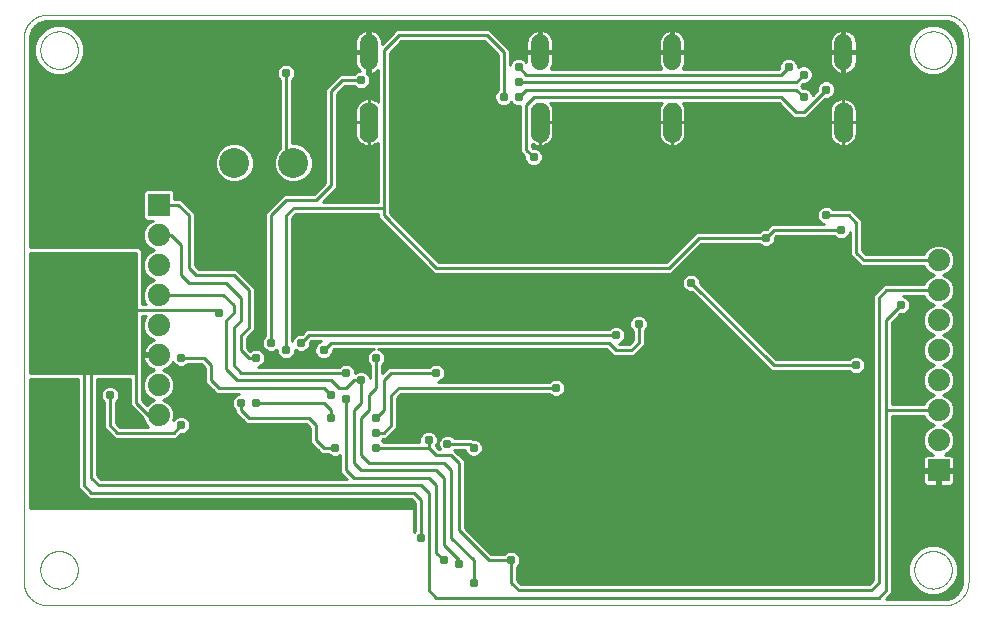
<source format=gbl>
G75*
%MOIN*%
%OFA0B0*%
%FSLAX25Y25*%
%IPPOS*%
%LPD*%
%AMOC8*
5,1,8,0,0,1.08239X$1,22.5*
%
%ADD10C,0.00000*%
%ADD11C,0.05906*%
%ADD12C,0.00039*%
%ADD13C,0.10000*%
%ADD14R,0.07400X0.07400*%
%ADD15C,0.07400*%
%ADD16C,0.01000*%
%ADD17C,0.03100*%
D10*
X0044888Y0146728D02*
X0344100Y0146728D01*
X0344290Y0146730D01*
X0344480Y0146737D01*
X0344670Y0146749D01*
X0344860Y0146765D01*
X0345049Y0146785D01*
X0345238Y0146811D01*
X0345426Y0146840D01*
X0345613Y0146875D01*
X0345799Y0146914D01*
X0345984Y0146957D01*
X0346169Y0147005D01*
X0346352Y0147057D01*
X0346533Y0147113D01*
X0346713Y0147174D01*
X0346892Y0147240D01*
X0347069Y0147309D01*
X0347245Y0147383D01*
X0347418Y0147461D01*
X0347590Y0147544D01*
X0347759Y0147630D01*
X0347927Y0147720D01*
X0348092Y0147815D01*
X0348255Y0147913D01*
X0348415Y0148016D01*
X0348573Y0148122D01*
X0348728Y0148232D01*
X0348881Y0148345D01*
X0349031Y0148463D01*
X0349177Y0148584D01*
X0349321Y0148708D01*
X0349462Y0148836D01*
X0349600Y0148967D01*
X0349735Y0149102D01*
X0349866Y0149240D01*
X0349994Y0149381D01*
X0350118Y0149525D01*
X0350239Y0149671D01*
X0350357Y0149821D01*
X0350470Y0149974D01*
X0350580Y0150129D01*
X0350686Y0150287D01*
X0350789Y0150447D01*
X0350887Y0150610D01*
X0350982Y0150775D01*
X0351072Y0150943D01*
X0351158Y0151112D01*
X0351241Y0151284D01*
X0351319Y0151457D01*
X0351393Y0151633D01*
X0351462Y0151810D01*
X0351528Y0151989D01*
X0351589Y0152169D01*
X0351645Y0152350D01*
X0351697Y0152533D01*
X0351745Y0152718D01*
X0351788Y0152903D01*
X0351827Y0153089D01*
X0351862Y0153276D01*
X0351891Y0153464D01*
X0351917Y0153653D01*
X0351937Y0153842D01*
X0351953Y0154032D01*
X0351965Y0154222D01*
X0351972Y0154412D01*
X0351974Y0154602D01*
X0351974Y0335705D01*
X0351972Y0335895D01*
X0351965Y0336085D01*
X0351953Y0336275D01*
X0351937Y0336465D01*
X0351917Y0336654D01*
X0351891Y0336843D01*
X0351862Y0337031D01*
X0351827Y0337218D01*
X0351788Y0337404D01*
X0351745Y0337589D01*
X0351697Y0337774D01*
X0351645Y0337957D01*
X0351589Y0338138D01*
X0351528Y0338318D01*
X0351462Y0338497D01*
X0351393Y0338674D01*
X0351319Y0338850D01*
X0351241Y0339023D01*
X0351158Y0339195D01*
X0351072Y0339364D01*
X0350982Y0339532D01*
X0350887Y0339697D01*
X0350789Y0339860D01*
X0350686Y0340020D01*
X0350580Y0340178D01*
X0350470Y0340333D01*
X0350357Y0340486D01*
X0350239Y0340636D01*
X0350118Y0340782D01*
X0349994Y0340926D01*
X0349866Y0341067D01*
X0349735Y0341205D01*
X0349600Y0341340D01*
X0349462Y0341471D01*
X0349321Y0341599D01*
X0349177Y0341723D01*
X0349031Y0341844D01*
X0348881Y0341962D01*
X0348728Y0342075D01*
X0348573Y0342185D01*
X0348415Y0342291D01*
X0348255Y0342394D01*
X0348092Y0342492D01*
X0347927Y0342587D01*
X0347759Y0342677D01*
X0347590Y0342763D01*
X0347418Y0342846D01*
X0347245Y0342924D01*
X0347069Y0342998D01*
X0346892Y0343067D01*
X0346713Y0343133D01*
X0346533Y0343194D01*
X0346352Y0343250D01*
X0346169Y0343302D01*
X0345984Y0343350D01*
X0345799Y0343393D01*
X0345613Y0343432D01*
X0345426Y0343467D01*
X0345238Y0343496D01*
X0345049Y0343522D01*
X0344860Y0343542D01*
X0344670Y0343558D01*
X0344480Y0343570D01*
X0344290Y0343577D01*
X0344100Y0343579D01*
X0044888Y0343579D01*
X0044698Y0343577D01*
X0044508Y0343570D01*
X0044318Y0343558D01*
X0044128Y0343542D01*
X0043939Y0343522D01*
X0043750Y0343496D01*
X0043562Y0343467D01*
X0043375Y0343432D01*
X0043189Y0343393D01*
X0043004Y0343350D01*
X0042819Y0343302D01*
X0042636Y0343250D01*
X0042455Y0343194D01*
X0042275Y0343133D01*
X0042096Y0343067D01*
X0041919Y0342998D01*
X0041743Y0342924D01*
X0041570Y0342846D01*
X0041398Y0342763D01*
X0041229Y0342677D01*
X0041061Y0342587D01*
X0040896Y0342492D01*
X0040733Y0342394D01*
X0040573Y0342291D01*
X0040415Y0342185D01*
X0040260Y0342075D01*
X0040107Y0341962D01*
X0039957Y0341844D01*
X0039811Y0341723D01*
X0039667Y0341599D01*
X0039526Y0341471D01*
X0039388Y0341340D01*
X0039253Y0341205D01*
X0039122Y0341067D01*
X0038994Y0340926D01*
X0038870Y0340782D01*
X0038749Y0340636D01*
X0038631Y0340486D01*
X0038518Y0340333D01*
X0038408Y0340178D01*
X0038302Y0340020D01*
X0038199Y0339860D01*
X0038101Y0339697D01*
X0038006Y0339532D01*
X0037916Y0339364D01*
X0037830Y0339195D01*
X0037747Y0339023D01*
X0037669Y0338850D01*
X0037595Y0338674D01*
X0037526Y0338497D01*
X0037460Y0338318D01*
X0037399Y0338138D01*
X0037343Y0337957D01*
X0037291Y0337774D01*
X0037243Y0337589D01*
X0037200Y0337404D01*
X0037161Y0337218D01*
X0037126Y0337031D01*
X0037097Y0336843D01*
X0037071Y0336654D01*
X0037051Y0336465D01*
X0037035Y0336275D01*
X0037023Y0336085D01*
X0037016Y0335895D01*
X0037014Y0335705D01*
X0037014Y0154602D01*
X0037016Y0154412D01*
X0037023Y0154222D01*
X0037035Y0154032D01*
X0037051Y0153842D01*
X0037071Y0153653D01*
X0037097Y0153464D01*
X0037126Y0153276D01*
X0037161Y0153089D01*
X0037200Y0152903D01*
X0037243Y0152718D01*
X0037291Y0152533D01*
X0037343Y0152350D01*
X0037399Y0152169D01*
X0037460Y0151989D01*
X0037526Y0151810D01*
X0037595Y0151633D01*
X0037669Y0151457D01*
X0037747Y0151284D01*
X0037830Y0151112D01*
X0037916Y0150943D01*
X0038006Y0150775D01*
X0038101Y0150610D01*
X0038199Y0150447D01*
X0038302Y0150287D01*
X0038408Y0150129D01*
X0038518Y0149974D01*
X0038631Y0149821D01*
X0038749Y0149671D01*
X0038870Y0149525D01*
X0038994Y0149381D01*
X0039122Y0149240D01*
X0039253Y0149102D01*
X0039388Y0148967D01*
X0039526Y0148836D01*
X0039667Y0148708D01*
X0039811Y0148584D01*
X0039957Y0148463D01*
X0040107Y0148345D01*
X0040260Y0148232D01*
X0040415Y0148122D01*
X0040573Y0148016D01*
X0040733Y0147913D01*
X0040896Y0147815D01*
X0041061Y0147720D01*
X0041229Y0147630D01*
X0041398Y0147544D01*
X0041570Y0147461D01*
X0041743Y0147383D01*
X0041919Y0147309D01*
X0042096Y0147240D01*
X0042275Y0147174D01*
X0042455Y0147113D01*
X0042636Y0147057D01*
X0042819Y0147005D01*
X0043004Y0146957D01*
X0043189Y0146914D01*
X0043375Y0146875D01*
X0043562Y0146840D01*
X0043750Y0146811D01*
X0043939Y0146785D01*
X0044128Y0146765D01*
X0044318Y0146749D01*
X0044508Y0146737D01*
X0044698Y0146730D01*
X0044888Y0146728D01*
X0042575Y0158539D02*
X0042577Y0158697D01*
X0042583Y0158854D01*
X0042593Y0159012D01*
X0042607Y0159169D01*
X0042625Y0159325D01*
X0042646Y0159482D01*
X0042672Y0159637D01*
X0042702Y0159792D01*
X0042735Y0159946D01*
X0042773Y0160099D01*
X0042814Y0160252D01*
X0042859Y0160403D01*
X0042908Y0160553D01*
X0042961Y0160701D01*
X0043017Y0160849D01*
X0043078Y0160994D01*
X0043141Y0161139D01*
X0043209Y0161281D01*
X0043280Y0161422D01*
X0043354Y0161561D01*
X0043432Y0161698D01*
X0043514Y0161833D01*
X0043598Y0161966D01*
X0043687Y0162097D01*
X0043778Y0162225D01*
X0043873Y0162352D01*
X0043970Y0162475D01*
X0044071Y0162597D01*
X0044175Y0162715D01*
X0044282Y0162831D01*
X0044392Y0162944D01*
X0044504Y0163055D01*
X0044620Y0163162D01*
X0044738Y0163267D01*
X0044858Y0163369D01*
X0044981Y0163467D01*
X0045107Y0163563D01*
X0045235Y0163655D01*
X0045365Y0163744D01*
X0045497Y0163830D01*
X0045632Y0163912D01*
X0045769Y0163991D01*
X0045907Y0164066D01*
X0046047Y0164138D01*
X0046190Y0164206D01*
X0046333Y0164271D01*
X0046479Y0164332D01*
X0046626Y0164389D01*
X0046774Y0164443D01*
X0046924Y0164493D01*
X0047074Y0164539D01*
X0047226Y0164581D01*
X0047379Y0164620D01*
X0047533Y0164654D01*
X0047688Y0164685D01*
X0047843Y0164711D01*
X0047999Y0164734D01*
X0048156Y0164753D01*
X0048313Y0164768D01*
X0048470Y0164779D01*
X0048628Y0164786D01*
X0048786Y0164789D01*
X0048943Y0164788D01*
X0049101Y0164783D01*
X0049258Y0164774D01*
X0049416Y0164761D01*
X0049572Y0164744D01*
X0049729Y0164723D01*
X0049884Y0164699D01*
X0050039Y0164670D01*
X0050194Y0164637D01*
X0050347Y0164601D01*
X0050500Y0164560D01*
X0050651Y0164516D01*
X0050801Y0164468D01*
X0050950Y0164417D01*
X0051098Y0164361D01*
X0051244Y0164302D01*
X0051389Y0164239D01*
X0051532Y0164172D01*
X0051673Y0164102D01*
X0051812Y0164029D01*
X0051950Y0163952D01*
X0052086Y0163871D01*
X0052219Y0163787D01*
X0052350Y0163700D01*
X0052479Y0163609D01*
X0052606Y0163515D01*
X0052731Y0163418D01*
X0052852Y0163318D01*
X0052972Y0163215D01*
X0053088Y0163109D01*
X0053202Y0163000D01*
X0053314Y0162888D01*
X0053422Y0162774D01*
X0053527Y0162656D01*
X0053630Y0162536D01*
X0053729Y0162414D01*
X0053825Y0162289D01*
X0053918Y0162161D01*
X0054008Y0162032D01*
X0054094Y0161900D01*
X0054178Y0161766D01*
X0054257Y0161630D01*
X0054334Y0161492D01*
X0054406Y0161352D01*
X0054475Y0161210D01*
X0054541Y0161067D01*
X0054603Y0160922D01*
X0054661Y0160775D01*
X0054716Y0160627D01*
X0054767Y0160478D01*
X0054814Y0160327D01*
X0054857Y0160176D01*
X0054896Y0160023D01*
X0054932Y0159869D01*
X0054963Y0159715D01*
X0054991Y0159560D01*
X0055015Y0159404D01*
X0055035Y0159247D01*
X0055051Y0159090D01*
X0055063Y0158933D01*
X0055071Y0158776D01*
X0055075Y0158618D01*
X0055075Y0158460D01*
X0055071Y0158302D01*
X0055063Y0158145D01*
X0055051Y0157988D01*
X0055035Y0157831D01*
X0055015Y0157674D01*
X0054991Y0157518D01*
X0054963Y0157363D01*
X0054932Y0157209D01*
X0054896Y0157055D01*
X0054857Y0156902D01*
X0054814Y0156751D01*
X0054767Y0156600D01*
X0054716Y0156451D01*
X0054661Y0156303D01*
X0054603Y0156156D01*
X0054541Y0156011D01*
X0054475Y0155868D01*
X0054406Y0155726D01*
X0054334Y0155586D01*
X0054257Y0155448D01*
X0054178Y0155312D01*
X0054094Y0155178D01*
X0054008Y0155046D01*
X0053918Y0154917D01*
X0053825Y0154789D01*
X0053729Y0154664D01*
X0053630Y0154542D01*
X0053527Y0154422D01*
X0053422Y0154304D01*
X0053314Y0154190D01*
X0053202Y0154078D01*
X0053088Y0153969D01*
X0052972Y0153863D01*
X0052852Y0153760D01*
X0052731Y0153660D01*
X0052606Y0153563D01*
X0052479Y0153469D01*
X0052350Y0153378D01*
X0052219Y0153291D01*
X0052086Y0153207D01*
X0051950Y0153126D01*
X0051812Y0153049D01*
X0051673Y0152976D01*
X0051532Y0152906D01*
X0051389Y0152839D01*
X0051244Y0152776D01*
X0051098Y0152717D01*
X0050950Y0152661D01*
X0050801Y0152610D01*
X0050651Y0152562D01*
X0050500Y0152518D01*
X0050347Y0152477D01*
X0050194Y0152441D01*
X0050039Y0152408D01*
X0049884Y0152379D01*
X0049729Y0152355D01*
X0049572Y0152334D01*
X0049416Y0152317D01*
X0049258Y0152304D01*
X0049101Y0152295D01*
X0048943Y0152290D01*
X0048786Y0152289D01*
X0048628Y0152292D01*
X0048470Y0152299D01*
X0048313Y0152310D01*
X0048156Y0152325D01*
X0047999Y0152344D01*
X0047843Y0152367D01*
X0047688Y0152393D01*
X0047533Y0152424D01*
X0047379Y0152458D01*
X0047226Y0152497D01*
X0047074Y0152539D01*
X0046924Y0152585D01*
X0046774Y0152635D01*
X0046626Y0152689D01*
X0046479Y0152746D01*
X0046333Y0152807D01*
X0046190Y0152872D01*
X0046047Y0152940D01*
X0045907Y0153012D01*
X0045769Y0153087D01*
X0045632Y0153166D01*
X0045497Y0153248D01*
X0045365Y0153334D01*
X0045235Y0153423D01*
X0045107Y0153515D01*
X0044981Y0153611D01*
X0044858Y0153709D01*
X0044738Y0153811D01*
X0044620Y0153916D01*
X0044504Y0154023D01*
X0044392Y0154134D01*
X0044282Y0154247D01*
X0044175Y0154363D01*
X0044071Y0154481D01*
X0043970Y0154603D01*
X0043873Y0154726D01*
X0043778Y0154853D01*
X0043687Y0154981D01*
X0043598Y0155112D01*
X0043514Y0155245D01*
X0043432Y0155380D01*
X0043354Y0155517D01*
X0043280Y0155656D01*
X0043209Y0155797D01*
X0043141Y0155939D01*
X0043078Y0156084D01*
X0043017Y0156229D01*
X0042961Y0156377D01*
X0042908Y0156525D01*
X0042859Y0156675D01*
X0042814Y0156826D01*
X0042773Y0156979D01*
X0042735Y0157132D01*
X0042702Y0157286D01*
X0042672Y0157441D01*
X0042646Y0157596D01*
X0042625Y0157753D01*
X0042607Y0157909D01*
X0042593Y0158066D01*
X0042583Y0158224D01*
X0042577Y0158381D01*
X0042575Y0158539D01*
X0042575Y0331768D02*
X0042577Y0331926D01*
X0042583Y0332083D01*
X0042593Y0332241D01*
X0042607Y0332398D01*
X0042625Y0332554D01*
X0042646Y0332711D01*
X0042672Y0332866D01*
X0042702Y0333021D01*
X0042735Y0333175D01*
X0042773Y0333328D01*
X0042814Y0333481D01*
X0042859Y0333632D01*
X0042908Y0333782D01*
X0042961Y0333930D01*
X0043017Y0334078D01*
X0043078Y0334223D01*
X0043141Y0334368D01*
X0043209Y0334510D01*
X0043280Y0334651D01*
X0043354Y0334790D01*
X0043432Y0334927D01*
X0043514Y0335062D01*
X0043598Y0335195D01*
X0043687Y0335326D01*
X0043778Y0335454D01*
X0043873Y0335581D01*
X0043970Y0335704D01*
X0044071Y0335826D01*
X0044175Y0335944D01*
X0044282Y0336060D01*
X0044392Y0336173D01*
X0044504Y0336284D01*
X0044620Y0336391D01*
X0044738Y0336496D01*
X0044858Y0336598D01*
X0044981Y0336696D01*
X0045107Y0336792D01*
X0045235Y0336884D01*
X0045365Y0336973D01*
X0045497Y0337059D01*
X0045632Y0337141D01*
X0045769Y0337220D01*
X0045907Y0337295D01*
X0046047Y0337367D01*
X0046190Y0337435D01*
X0046333Y0337500D01*
X0046479Y0337561D01*
X0046626Y0337618D01*
X0046774Y0337672D01*
X0046924Y0337722D01*
X0047074Y0337768D01*
X0047226Y0337810D01*
X0047379Y0337849D01*
X0047533Y0337883D01*
X0047688Y0337914D01*
X0047843Y0337940D01*
X0047999Y0337963D01*
X0048156Y0337982D01*
X0048313Y0337997D01*
X0048470Y0338008D01*
X0048628Y0338015D01*
X0048786Y0338018D01*
X0048943Y0338017D01*
X0049101Y0338012D01*
X0049258Y0338003D01*
X0049416Y0337990D01*
X0049572Y0337973D01*
X0049729Y0337952D01*
X0049884Y0337928D01*
X0050039Y0337899D01*
X0050194Y0337866D01*
X0050347Y0337830D01*
X0050500Y0337789D01*
X0050651Y0337745D01*
X0050801Y0337697D01*
X0050950Y0337646D01*
X0051098Y0337590D01*
X0051244Y0337531D01*
X0051389Y0337468D01*
X0051532Y0337401D01*
X0051673Y0337331D01*
X0051812Y0337258D01*
X0051950Y0337181D01*
X0052086Y0337100D01*
X0052219Y0337016D01*
X0052350Y0336929D01*
X0052479Y0336838D01*
X0052606Y0336744D01*
X0052731Y0336647D01*
X0052852Y0336547D01*
X0052972Y0336444D01*
X0053088Y0336338D01*
X0053202Y0336229D01*
X0053314Y0336117D01*
X0053422Y0336003D01*
X0053527Y0335885D01*
X0053630Y0335765D01*
X0053729Y0335643D01*
X0053825Y0335518D01*
X0053918Y0335390D01*
X0054008Y0335261D01*
X0054094Y0335129D01*
X0054178Y0334995D01*
X0054257Y0334859D01*
X0054334Y0334721D01*
X0054406Y0334581D01*
X0054475Y0334439D01*
X0054541Y0334296D01*
X0054603Y0334151D01*
X0054661Y0334004D01*
X0054716Y0333856D01*
X0054767Y0333707D01*
X0054814Y0333556D01*
X0054857Y0333405D01*
X0054896Y0333252D01*
X0054932Y0333098D01*
X0054963Y0332944D01*
X0054991Y0332789D01*
X0055015Y0332633D01*
X0055035Y0332476D01*
X0055051Y0332319D01*
X0055063Y0332162D01*
X0055071Y0332005D01*
X0055075Y0331847D01*
X0055075Y0331689D01*
X0055071Y0331531D01*
X0055063Y0331374D01*
X0055051Y0331217D01*
X0055035Y0331060D01*
X0055015Y0330903D01*
X0054991Y0330747D01*
X0054963Y0330592D01*
X0054932Y0330438D01*
X0054896Y0330284D01*
X0054857Y0330131D01*
X0054814Y0329980D01*
X0054767Y0329829D01*
X0054716Y0329680D01*
X0054661Y0329532D01*
X0054603Y0329385D01*
X0054541Y0329240D01*
X0054475Y0329097D01*
X0054406Y0328955D01*
X0054334Y0328815D01*
X0054257Y0328677D01*
X0054178Y0328541D01*
X0054094Y0328407D01*
X0054008Y0328275D01*
X0053918Y0328146D01*
X0053825Y0328018D01*
X0053729Y0327893D01*
X0053630Y0327771D01*
X0053527Y0327651D01*
X0053422Y0327533D01*
X0053314Y0327419D01*
X0053202Y0327307D01*
X0053088Y0327198D01*
X0052972Y0327092D01*
X0052852Y0326989D01*
X0052731Y0326889D01*
X0052606Y0326792D01*
X0052479Y0326698D01*
X0052350Y0326607D01*
X0052219Y0326520D01*
X0052086Y0326436D01*
X0051950Y0326355D01*
X0051812Y0326278D01*
X0051673Y0326205D01*
X0051532Y0326135D01*
X0051389Y0326068D01*
X0051244Y0326005D01*
X0051098Y0325946D01*
X0050950Y0325890D01*
X0050801Y0325839D01*
X0050651Y0325791D01*
X0050500Y0325747D01*
X0050347Y0325706D01*
X0050194Y0325670D01*
X0050039Y0325637D01*
X0049884Y0325608D01*
X0049729Y0325584D01*
X0049572Y0325563D01*
X0049416Y0325546D01*
X0049258Y0325533D01*
X0049101Y0325524D01*
X0048943Y0325519D01*
X0048786Y0325518D01*
X0048628Y0325521D01*
X0048470Y0325528D01*
X0048313Y0325539D01*
X0048156Y0325554D01*
X0047999Y0325573D01*
X0047843Y0325596D01*
X0047688Y0325622D01*
X0047533Y0325653D01*
X0047379Y0325687D01*
X0047226Y0325726D01*
X0047074Y0325768D01*
X0046924Y0325814D01*
X0046774Y0325864D01*
X0046626Y0325918D01*
X0046479Y0325975D01*
X0046333Y0326036D01*
X0046190Y0326101D01*
X0046047Y0326169D01*
X0045907Y0326241D01*
X0045769Y0326316D01*
X0045632Y0326395D01*
X0045497Y0326477D01*
X0045365Y0326563D01*
X0045235Y0326652D01*
X0045107Y0326744D01*
X0044981Y0326840D01*
X0044858Y0326938D01*
X0044738Y0327040D01*
X0044620Y0327145D01*
X0044504Y0327252D01*
X0044392Y0327363D01*
X0044282Y0327476D01*
X0044175Y0327592D01*
X0044071Y0327710D01*
X0043970Y0327832D01*
X0043873Y0327955D01*
X0043778Y0328082D01*
X0043687Y0328210D01*
X0043598Y0328341D01*
X0043514Y0328474D01*
X0043432Y0328609D01*
X0043354Y0328746D01*
X0043280Y0328885D01*
X0043209Y0329026D01*
X0043141Y0329168D01*
X0043078Y0329313D01*
X0043017Y0329458D01*
X0042961Y0329606D01*
X0042908Y0329754D01*
X0042859Y0329904D01*
X0042814Y0330055D01*
X0042773Y0330208D01*
X0042735Y0330361D01*
X0042702Y0330515D01*
X0042672Y0330670D01*
X0042646Y0330825D01*
X0042625Y0330982D01*
X0042607Y0331138D01*
X0042593Y0331295D01*
X0042583Y0331453D01*
X0042577Y0331610D01*
X0042575Y0331768D01*
X0333913Y0331768D02*
X0333915Y0331926D01*
X0333921Y0332083D01*
X0333931Y0332241D01*
X0333945Y0332398D01*
X0333963Y0332554D01*
X0333984Y0332711D01*
X0334010Y0332866D01*
X0334040Y0333021D01*
X0334073Y0333175D01*
X0334111Y0333328D01*
X0334152Y0333481D01*
X0334197Y0333632D01*
X0334246Y0333782D01*
X0334299Y0333930D01*
X0334355Y0334078D01*
X0334416Y0334223D01*
X0334479Y0334368D01*
X0334547Y0334510D01*
X0334618Y0334651D01*
X0334692Y0334790D01*
X0334770Y0334927D01*
X0334852Y0335062D01*
X0334936Y0335195D01*
X0335025Y0335326D01*
X0335116Y0335454D01*
X0335211Y0335581D01*
X0335308Y0335704D01*
X0335409Y0335826D01*
X0335513Y0335944D01*
X0335620Y0336060D01*
X0335730Y0336173D01*
X0335842Y0336284D01*
X0335958Y0336391D01*
X0336076Y0336496D01*
X0336196Y0336598D01*
X0336319Y0336696D01*
X0336445Y0336792D01*
X0336573Y0336884D01*
X0336703Y0336973D01*
X0336835Y0337059D01*
X0336970Y0337141D01*
X0337107Y0337220D01*
X0337245Y0337295D01*
X0337385Y0337367D01*
X0337528Y0337435D01*
X0337671Y0337500D01*
X0337817Y0337561D01*
X0337964Y0337618D01*
X0338112Y0337672D01*
X0338262Y0337722D01*
X0338412Y0337768D01*
X0338564Y0337810D01*
X0338717Y0337849D01*
X0338871Y0337883D01*
X0339026Y0337914D01*
X0339181Y0337940D01*
X0339337Y0337963D01*
X0339494Y0337982D01*
X0339651Y0337997D01*
X0339808Y0338008D01*
X0339966Y0338015D01*
X0340124Y0338018D01*
X0340281Y0338017D01*
X0340439Y0338012D01*
X0340596Y0338003D01*
X0340754Y0337990D01*
X0340910Y0337973D01*
X0341067Y0337952D01*
X0341222Y0337928D01*
X0341377Y0337899D01*
X0341532Y0337866D01*
X0341685Y0337830D01*
X0341838Y0337789D01*
X0341989Y0337745D01*
X0342139Y0337697D01*
X0342288Y0337646D01*
X0342436Y0337590D01*
X0342582Y0337531D01*
X0342727Y0337468D01*
X0342870Y0337401D01*
X0343011Y0337331D01*
X0343150Y0337258D01*
X0343288Y0337181D01*
X0343424Y0337100D01*
X0343557Y0337016D01*
X0343688Y0336929D01*
X0343817Y0336838D01*
X0343944Y0336744D01*
X0344069Y0336647D01*
X0344190Y0336547D01*
X0344310Y0336444D01*
X0344426Y0336338D01*
X0344540Y0336229D01*
X0344652Y0336117D01*
X0344760Y0336003D01*
X0344865Y0335885D01*
X0344968Y0335765D01*
X0345067Y0335643D01*
X0345163Y0335518D01*
X0345256Y0335390D01*
X0345346Y0335261D01*
X0345432Y0335129D01*
X0345516Y0334995D01*
X0345595Y0334859D01*
X0345672Y0334721D01*
X0345744Y0334581D01*
X0345813Y0334439D01*
X0345879Y0334296D01*
X0345941Y0334151D01*
X0345999Y0334004D01*
X0346054Y0333856D01*
X0346105Y0333707D01*
X0346152Y0333556D01*
X0346195Y0333405D01*
X0346234Y0333252D01*
X0346270Y0333098D01*
X0346301Y0332944D01*
X0346329Y0332789D01*
X0346353Y0332633D01*
X0346373Y0332476D01*
X0346389Y0332319D01*
X0346401Y0332162D01*
X0346409Y0332005D01*
X0346413Y0331847D01*
X0346413Y0331689D01*
X0346409Y0331531D01*
X0346401Y0331374D01*
X0346389Y0331217D01*
X0346373Y0331060D01*
X0346353Y0330903D01*
X0346329Y0330747D01*
X0346301Y0330592D01*
X0346270Y0330438D01*
X0346234Y0330284D01*
X0346195Y0330131D01*
X0346152Y0329980D01*
X0346105Y0329829D01*
X0346054Y0329680D01*
X0345999Y0329532D01*
X0345941Y0329385D01*
X0345879Y0329240D01*
X0345813Y0329097D01*
X0345744Y0328955D01*
X0345672Y0328815D01*
X0345595Y0328677D01*
X0345516Y0328541D01*
X0345432Y0328407D01*
X0345346Y0328275D01*
X0345256Y0328146D01*
X0345163Y0328018D01*
X0345067Y0327893D01*
X0344968Y0327771D01*
X0344865Y0327651D01*
X0344760Y0327533D01*
X0344652Y0327419D01*
X0344540Y0327307D01*
X0344426Y0327198D01*
X0344310Y0327092D01*
X0344190Y0326989D01*
X0344069Y0326889D01*
X0343944Y0326792D01*
X0343817Y0326698D01*
X0343688Y0326607D01*
X0343557Y0326520D01*
X0343424Y0326436D01*
X0343288Y0326355D01*
X0343150Y0326278D01*
X0343011Y0326205D01*
X0342870Y0326135D01*
X0342727Y0326068D01*
X0342582Y0326005D01*
X0342436Y0325946D01*
X0342288Y0325890D01*
X0342139Y0325839D01*
X0341989Y0325791D01*
X0341838Y0325747D01*
X0341685Y0325706D01*
X0341532Y0325670D01*
X0341377Y0325637D01*
X0341222Y0325608D01*
X0341067Y0325584D01*
X0340910Y0325563D01*
X0340754Y0325546D01*
X0340596Y0325533D01*
X0340439Y0325524D01*
X0340281Y0325519D01*
X0340124Y0325518D01*
X0339966Y0325521D01*
X0339808Y0325528D01*
X0339651Y0325539D01*
X0339494Y0325554D01*
X0339337Y0325573D01*
X0339181Y0325596D01*
X0339026Y0325622D01*
X0338871Y0325653D01*
X0338717Y0325687D01*
X0338564Y0325726D01*
X0338412Y0325768D01*
X0338262Y0325814D01*
X0338112Y0325864D01*
X0337964Y0325918D01*
X0337817Y0325975D01*
X0337671Y0326036D01*
X0337528Y0326101D01*
X0337385Y0326169D01*
X0337245Y0326241D01*
X0337107Y0326316D01*
X0336970Y0326395D01*
X0336835Y0326477D01*
X0336703Y0326563D01*
X0336573Y0326652D01*
X0336445Y0326744D01*
X0336319Y0326840D01*
X0336196Y0326938D01*
X0336076Y0327040D01*
X0335958Y0327145D01*
X0335842Y0327252D01*
X0335730Y0327363D01*
X0335620Y0327476D01*
X0335513Y0327592D01*
X0335409Y0327710D01*
X0335308Y0327832D01*
X0335211Y0327955D01*
X0335116Y0328082D01*
X0335025Y0328210D01*
X0334936Y0328341D01*
X0334852Y0328474D01*
X0334770Y0328609D01*
X0334692Y0328746D01*
X0334618Y0328885D01*
X0334547Y0329026D01*
X0334479Y0329168D01*
X0334416Y0329313D01*
X0334355Y0329458D01*
X0334299Y0329606D01*
X0334246Y0329754D01*
X0334197Y0329904D01*
X0334152Y0330055D01*
X0334111Y0330208D01*
X0334073Y0330361D01*
X0334040Y0330515D01*
X0334010Y0330670D01*
X0333984Y0330825D01*
X0333963Y0330982D01*
X0333945Y0331138D01*
X0333931Y0331295D01*
X0333921Y0331453D01*
X0333915Y0331610D01*
X0333913Y0331768D01*
X0333913Y0158539D02*
X0333915Y0158697D01*
X0333921Y0158854D01*
X0333931Y0159012D01*
X0333945Y0159169D01*
X0333963Y0159325D01*
X0333984Y0159482D01*
X0334010Y0159637D01*
X0334040Y0159792D01*
X0334073Y0159946D01*
X0334111Y0160099D01*
X0334152Y0160252D01*
X0334197Y0160403D01*
X0334246Y0160553D01*
X0334299Y0160701D01*
X0334355Y0160849D01*
X0334416Y0160994D01*
X0334479Y0161139D01*
X0334547Y0161281D01*
X0334618Y0161422D01*
X0334692Y0161561D01*
X0334770Y0161698D01*
X0334852Y0161833D01*
X0334936Y0161966D01*
X0335025Y0162097D01*
X0335116Y0162225D01*
X0335211Y0162352D01*
X0335308Y0162475D01*
X0335409Y0162597D01*
X0335513Y0162715D01*
X0335620Y0162831D01*
X0335730Y0162944D01*
X0335842Y0163055D01*
X0335958Y0163162D01*
X0336076Y0163267D01*
X0336196Y0163369D01*
X0336319Y0163467D01*
X0336445Y0163563D01*
X0336573Y0163655D01*
X0336703Y0163744D01*
X0336835Y0163830D01*
X0336970Y0163912D01*
X0337107Y0163991D01*
X0337245Y0164066D01*
X0337385Y0164138D01*
X0337528Y0164206D01*
X0337671Y0164271D01*
X0337817Y0164332D01*
X0337964Y0164389D01*
X0338112Y0164443D01*
X0338262Y0164493D01*
X0338412Y0164539D01*
X0338564Y0164581D01*
X0338717Y0164620D01*
X0338871Y0164654D01*
X0339026Y0164685D01*
X0339181Y0164711D01*
X0339337Y0164734D01*
X0339494Y0164753D01*
X0339651Y0164768D01*
X0339808Y0164779D01*
X0339966Y0164786D01*
X0340124Y0164789D01*
X0340281Y0164788D01*
X0340439Y0164783D01*
X0340596Y0164774D01*
X0340754Y0164761D01*
X0340910Y0164744D01*
X0341067Y0164723D01*
X0341222Y0164699D01*
X0341377Y0164670D01*
X0341532Y0164637D01*
X0341685Y0164601D01*
X0341838Y0164560D01*
X0341989Y0164516D01*
X0342139Y0164468D01*
X0342288Y0164417D01*
X0342436Y0164361D01*
X0342582Y0164302D01*
X0342727Y0164239D01*
X0342870Y0164172D01*
X0343011Y0164102D01*
X0343150Y0164029D01*
X0343288Y0163952D01*
X0343424Y0163871D01*
X0343557Y0163787D01*
X0343688Y0163700D01*
X0343817Y0163609D01*
X0343944Y0163515D01*
X0344069Y0163418D01*
X0344190Y0163318D01*
X0344310Y0163215D01*
X0344426Y0163109D01*
X0344540Y0163000D01*
X0344652Y0162888D01*
X0344760Y0162774D01*
X0344865Y0162656D01*
X0344968Y0162536D01*
X0345067Y0162414D01*
X0345163Y0162289D01*
X0345256Y0162161D01*
X0345346Y0162032D01*
X0345432Y0161900D01*
X0345516Y0161766D01*
X0345595Y0161630D01*
X0345672Y0161492D01*
X0345744Y0161352D01*
X0345813Y0161210D01*
X0345879Y0161067D01*
X0345941Y0160922D01*
X0345999Y0160775D01*
X0346054Y0160627D01*
X0346105Y0160478D01*
X0346152Y0160327D01*
X0346195Y0160176D01*
X0346234Y0160023D01*
X0346270Y0159869D01*
X0346301Y0159715D01*
X0346329Y0159560D01*
X0346353Y0159404D01*
X0346373Y0159247D01*
X0346389Y0159090D01*
X0346401Y0158933D01*
X0346409Y0158776D01*
X0346413Y0158618D01*
X0346413Y0158460D01*
X0346409Y0158302D01*
X0346401Y0158145D01*
X0346389Y0157988D01*
X0346373Y0157831D01*
X0346353Y0157674D01*
X0346329Y0157518D01*
X0346301Y0157363D01*
X0346270Y0157209D01*
X0346234Y0157055D01*
X0346195Y0156902D01*
X0346152Y0156751D01*
X0346105Y0156600D01*
X0346054Y0156451D01*
X0345999Y0156303D01*
X0345941Y0156156D01*
X0345879Y0156011D01*
X0345813Y0155868D01*
X0345744Y0155726D01*
X0345672Y0155586D01*
X0345595Y0155448D01*
X0345516Y0155312D01*
X0345432Y0155178D01*
X0345346Y0155046D01*
X0345256Y0154917D01*
X0345163Y0154789D01*
X0345067Y0154664D01*
X0344968Y0154542D01*
X0344865Y0154422D01*
X0344760Y0154304D01*
X0344652Y0154190D01*
X0344540Y0154078D01*
X0344426Y0153969D01*
X0344310Y0153863D01*
X0344190Y0153760D01*
X0344069Y0153660D01*
X0343944Y0153563D01*
X0343817Y0153469D01*
X0343688Y0153378D01*
X0343557Y0153291D01*
X0343424Y0153207D01*
X0343288Y0153126D01*
X0343150Y0153049D01*
X0343011Y0152976D01*
X0342870Y0152906D01*
X0342727Y0152839D01*
X0342582Y0152776D01*
X0342436Y0152717D01*
X0342288Y0152661D01*
X0342139Y0152610D01*
X0341989Y0152562D01*
X0341838Y0152518D01*
X0341685Y0152477D01*
X0341532Y0152441D01*
X0341377Y0152408D01*
X0341222Y0152379D01*
X0341067Y0152355D01*
X0340910Y0152334D01*
X0340754Y0152317D01*
X0340596Y0152304D01*
X0340439Y0152295D01*
X0340281Y0152290D01*
X0340124Y0152289D01*
X0339966Y0152292D01*
X0339808Y0152299D01*
X0339651Y0152310D01*
X0339494Y0152325D01*
X0339337Y0152344D01*
X0339181Y0152367D01*
X0339026Y0152393D01*
X0338871Y0152424D01*
X0338717Y0152458D01*
X0338564Y0152497D01*
X0338412Y0152539D01*
X0338262Y0152585D01*
X0338112Y0152635D01*
X0337964Y0152689D01*
X0337817Y0152746D01*
X0337671Y0152807D01*
X0337528Y0152872D01*
X0337385Y0152940D01*
X0337245Y0153012D01*
X0337107Y0153087D01*
X0336970Y0153166D01*
X0336835Y0153248D01*
X0336703Y0153334D01*
X0336573Y0153423D01*
X0336445Y0153515D01*
X0336319Y0153611D01*
X0336196Y0153709D01*
X0336076Y0153811D01*
X0335958Y0153916D01*
X0335842Y0154023D01*
X0335730Y0154134D01*
X0335620Y0154247D01*
X0335513Y0154363D01*
X0335409Y0154481D01*
X0335308Y0154603D01*
X0335211Y0154726D01*
X0335116Y0154853D01*
X0335025Y0154981D01*
X0334936Y0155112D01*
X0334852Y0155245D01*
X0334770Y0155380D01*
X0334692Y0155517D01*
X0334618Y0155656D01*
X0334547Y0155797D01*
X0334479Y0155939D01*
X0334416Y0156084D01*
X0334355Y0156229D01*
X0334299Y0156377D01*
X0334246Y0156525D01*
X0334197Y0156675D01*
X0334152Y0156826D01*
X0334111Y0156979D01*
X0334073Y0157132D01*
X0334040Y0157286D01*
X0334010Y0157441D01*
X0333984Y0157596D01*
X0333963Y0157753D01*
X0333945Y0157909D01*
X0333931Y0158066D01*
X0333921Y0158224D01*
X0333915Y0158381D01*
X0333913Y0158539D01*
D11*
X0310242Y0304799D02*
X0310242Y0310705D01*
X0310242Y0328264D02*
X0310242Y0334169D01*
X0253155Y0334169D02*
X0253155Y0328264D01*
X0253155Y0310705D02*
X0253155Y0304799D01*
X0209061Y0304799D02*
X0209061Y0310705D01*
X0209061Y0328264D02*
X0209061Y0334169D01*
X0151974Y0334169D02*
X0151974Y0328264D01*
X0151974Y0310705D02*
X0151974Y0304799D01*
D12*
X0149022Y0304807D02*
X0154927Y0304807D01*
X0154927Y0304770D02*
X0149022Y0304770D01*
X0149022Y0304732D02*
X0154927Y0304732D01*
X0154927Y0304694D02*
X0149022Y0304694D01*
X0149022Y0304656D02*
X0154927Y0304656D01*
X0154927Y0304618D02*
X0149022Y0304618D01*
X0149022Y0304580D02*
X0154927Y0304580D01*
X0154927Y0304542D02*
X0149022Y0304542D01*
X0149022Y0304504D02*
X0154927Y0304504D01*
X0154927Y0304466D02*
X0149022Y0304466D01*
X0149022Y0304429D02*
X0154927Y0304429D01*
X0154927Y0304391D02*
X0149022Y0304391D01*
X0149022Y0304353D02*
X0154927Y0304353D01*
X0154927Y0304315D02*
X0149022Y0304315D01*
X0149022Y0304277D02*
X0154927Y0304277D01*
X0154927Y0304239D02*
X0149022Y0304239D01*
X0149022Y0304209D02*
X0149022Y0305508D01*
X0149022Y0310035D01*
X0154927Y0310035D01*
X0154927Y0305508D01*
X0149022Y0305508D01*
X0149022Y0305489D02*
X0154927Y0305489D01*
X0154927Y0305508D02*
X0154927Y0304209D01*
X0154863Y0303595D01*
X0149086Y0303595D01*
X0149022Y0304209D01*
X0149022Y0304201D02*
X0154926Y0304201D01*
X0154922Y0304163D02*
X0149026Y0304163D01*
X0149030Y0304126D02*
X0154918Y0304126D01*
X0154914Y0304088D02*
X0149034Y0304088D01*
X0149038Y0304050D02*
X0154910Y0304050D01*
X0154906Y0304012D02*
X0149042Y0304012D01*
X0149046Y0303974D02*
X0154902Y0303974D01*
X0154898Y0303936D02*
X0149050Y0303936D01*
X0149054Y0303898D02*
X0154894Y0303898D01*
X0154890Y0303860D02*
X0149058Y0303860D01*
X0149062Y0303823D02*
X0154886Y0303823D01*
X0154883Y0303785D02*
X0149066Y0303785D01*
X0149070Y0303747D02*
X0154879Y0303747D01*
X0154875Y0303709D02*
X0149074Y0303709D01*
X0149078Y0303671D02*
X0154871Y0303671D01*
X0154867Y0303633D02*
X0149082Y0303633D01*
X0149086Y0303595D02*
X0149277Y0303008D01*
X0149585Y0302473D01*
X0149999Y0302014D01*
X0150498Y0301652D01*
X0151062Y0301400D01*
X0151666Y0301272D01*
X0152283Y0301272D01*
X0152887Y0301400D01*
X0153451Y0301652D01*
X0153950Y0302014D01*
X0154363Y0302473D01*
X0154672Y0303008D01*
X0154863Y0303595D01*
X0154850Y0303557D02*
X0149098Y0303557D01*
X0149111Y0303519D02*
X0154838Y0303519D01*
X0154826Y0303482D02*
X0149123Y0303482D01*
X0149135Y0303444D02*
X0154813Y0303444D01*
X0154801Y0303406D02*
X0149147Y0303406D01*
X0149160Y0303368D02*
X0154789Y0303368D01*
X0154777Y0303330D02*
X0149172Y0303330D01*
X0149184Y0303292D02*
X0154764Y0303292D01*
X0154752Y0303254D02*
X0149197Y0303254D01*
X0149209Y0303216D02*
X0154740Y0303216D01*
X0154727Y0303179D02*
X0149221Y0303179D01*
X0149234Y0303141D02*
X0154715Y0303141D01*
X0154703Y0303103D02*
X0149246Y0303103D01*
X0149258Y0303065D02*
X0154690Y0303065D01*
X0154678Y0303027D02*
X0149271Y0303027D01*
X0149288Y0302989D02*
X0154661Y0302989D01*
X0154639Y0302951D02*
X0149309Y0302951D01*
X0149331Y0302913D02*
X0154617Y0302913D01*
X0154595Y0302875D02*
X0149353Y0302875D01*
X0149375Y0302838D02*
X0154574Y0302838D01*
X0154552Y0302800D02*
X0149397Y0302800D01*
X0149419Y0302762D02*
X0154530Y0302762D01*
X0154508Y0302724D02*
X0149441Y0302724D01*
X0149463Y0302686D02*
X0154486Y0302686D01*
X0154464Y0302648D02*
X0149484Y0302648D01*
X0149506Y0302610D02*
X0154442Y0302610D01*
X0154421Y0302572D02*
X0149528Y0302572D01*
X0149550Y0302535D02*
X0154399Y0302535D01*
X0154377Y0302497D02*
X0149572Y0302497D01*
X0149598Y0302459D02*
X0154350Y0302459D01*
X0154316Y0302421D02*
X0149632Y0302421D01*
X0149667Y0302383D02*
X0154282Y0302383D01*
X0154248Y0302345D02*
X0149701Y0302345D01*
X0149735Y0302307D02*
X0154214Y0302307D01*
X0154180Y0302269D02*
X0149769Y0302269D01*
X0149803Y0302231D02*
X0154146Y0302231D01*
X0154112Y0302194D02*
X0149837Y0302194D01*
X0149871Y0302156D02*
X0154077Y0302156D01*
X0154043Y0302118D02*
X0149905Y0302118D01*
X0149939Y0302080D02*
X0154009Y0302080D01*
X0153975Y0302042D02*
X0149974Y0302042D01*
X0150013Y0302004D02*
X0153936Y0302004D01*
X0153884Y0301966D02*
X0150065Y0301966D01*
X0150117Y0301928D02*
X0153832Y0301928D01*
X0153780Y0301891D02*
X0150169Y0301891D01*
X0150221Y0301853D02*
X0153728Y0301853D01*
X0153675Y0301815D02*
X0150273Y0301815D01*
X0150325Y0301777D02*
X0153623Y0301777D01*
X0153571Y0301739D02*
X0150377Y0301739D01*
X0150430Y0301701D02*
X0153519Y0301701D01*
X0153467Y0301663D02*
X0150482Y0301663D01*
X0150557Y0301625D02*
X0153392Y0301625D01*
X0153307Y0301588D02*
X0150642Y0301588D01*
X0150727Y0301550D02*
X0153222Y0301550D01*
X0153137Y0301512D02*
X0150812Y0301512D01*
X0150897Y0301474D02*
X0153052Y0301474D01*
X0152967Y0301436D02*
X0150982Y0301436D01*
X0151073Y0301398D02*
X0152876Y0301398D01*
X0152698Y0301360D02*
X0151251Y0301360D01*
X0151429Y0301322D02*
X0152519Y0301322D01*
X0152341Y0301284D02*
X0151608Y0301284D01*
X0149022Y0304845D02*
X0154927Y0304845D01*
X0154927Y0304883D02*
X0149022Y0304883D01*
X0149022Y0304921D02*
X0154927Y0304921D01*
X0154927Y0304959D02*
X0149022Y0304959D01*
X0149022Y0304997D02*
X0154927Y0304997D01*
X0154927Y0305035D02*
X0149022Y0305035D01*
X0149022Y0305073D02*
X0154927Y0305073D01*
X0154927Y0305110D02*
X0149022Y0305110D01*
X0149022Y0305148D02*
X0154927Y0305148D01*
X0154927Y0305186D02*
X0149022Y0305186D01*
X0149022Y0305224D02*
X0154927Y0305224D01*
X0154927Y0305262D02*
X0149022Y0305262D01*
X0149022Y0305300D02*
X0154927Y0305300D01*
X0154927Y0305338D02*
X0149022Y0305338D01*
X0149022Y0305376D02*
X0154927Y0305376D01*
X0154927Y0305414D02*
X0149022Y0305414D01*
X0149022Y0305451D02*
X0154927Y0305451D01*
X0154927Y0310035D02*
X0154927Y0311295D01*
X0154863Y0311909D01*
X0154672Y0312496D01*
X0154363Y0313031D01*
X0153950Y0313490D01*
X0153451Y0313852D01*
X0152887Y0314104D01*
X0152283Y0314232D01*
X0151666Y0314232D01*
X0151062Y0314104D01*
X0150498Y0313852D01*
X0149999Y0313490D01*
X0149585Y0313031D01*
X0149277Y0312496D01*
X0149086Y0311909D01*
X0149022Y0311295D01*
X0149022Y0310035D01*
X0149022Y0310073D02*
X0154927Y0310073D01*
X0154927Y0310111D02*
X0149022Y0310111D01*
X0149022Y0310149D02*
X0154927Y0310149D01*
X0154927Y0310187D02*
X0149022Y0310187D01*
X0149022Y0310224D02*
X0154927Y0310224D01*
X0154927Y0310262D02*
X0149022Y0310262D01*
X0149022Y0310300D02*
X0154927Y0310300D01*
X0154927Y0310338D02*
X0149022Y0310338D01*
X0149022Y0310376D02*
X0154927Y0310376D01*
X0154927Y0310414D02*
X0149022Y0310414D01*
X0149022Y0310452D02*
X0154927Y0310452D01*
X0154927Y0310490D02*
X0149022Y0310490D01*
X0149022Y0310528D02*
X0154927Y0310528D01*
X0154927Y0310565D02*
X0149022Y0310565D01*
X0149022Y0310603D02*
X0154927Y0310603D01*
X0154927Y0310641D02*
X0149022Y0310641D01*
X0149022Y0310679D02*
X0154927Y0310679D01*
X0154927Y0310717D02*
X0149022Y0310717D01*
X0149022Y0310755D02*
X0154927Y0310755D01*
X0154927Y0310793D02*
X0149022Y0310793D01*
X0149022Y0310831D02*
X0154927Y0310831D01*
X0154927Y0310868D02*
X0149022Y0310868D01*
X0149022Y0310906D02*
X0154927Y0310906D01*
X0154927Y0310944D02*
X0149022Y0310944D01*
X0149022Y0310982D02*
X0154927Y0310982D01*
X0154927Y0311020D02*
X0149022Y0311020D01*
X0149022Y0311058D02*
X0154927Y0311058D01*
X0154927Y0311096D02*
X0149022Y0311096D01*
X0149022Y0311134D02*
X0154927Y0311134D01*
X0154927Y0311171D02*
X0149022Y0311171D01*
X0149022Y0311209D02*
X0154927Y0311209D01*
X0154927Y0311247D02*
X0149022Y0311247D01*
X0149022Y0311285D02*
X0154927Y0311285D01*
X0154924Y0311323D02*
X0149024Y0311323D01*
X0149028Y0311361D02*
X0154920Y0311361D01*
X0154916Y0311399D02*
X0149032Y0311399D01*
X0149036Y0311437D02*
X0154912Y0311437D01*
X0154908Y0311475D02*
X0149040Y0311475D01*
X0149044Y0311512D02*
X0154904Y0311512D01*
X0154900Y0311550D02*
X0149048Y0311550D01*
X0149052Y0311588D02*
X0154896Y0311588D01*
X0154892Y0311626D02*
X0149056Y0311626D01*
X0149060Y0311664D02*
X0154888Y0311664D01*
X0154884Y0311702D02*
X0149064Y0311702D01*
X0149068Y0311740D02*
X0154880Y0311740D01*
X0154876Y0311778D02*
X0149072Y0311778D01*
X0149076Y0311815D02*
X0154872Y0311815D01*
X0154868Y0311853D02*
X0149080Y0311853D01*
X0149084Y0311891D02*
X0154864Y0311891D01*
X0154856Y0311929D02*
X0149093Y0311929D01*
X0149105Y0311967D02*
X0154844Y0311967D01*
X0154831Y0312005D02*
X0149117Y0312005D01*
X0149130Y0312043D02*
X0154819Y0312043D01*
X0154807Y0312081D02*
X0149142Y0312081D01*
X0149154Y0312119D02*
X0154795Y0312119D01*
X0154782Y0312156D02*
X0149166Y0312156D01*
X0149179Y0312194D02*
X0154770Y0312194D01*
X0154758Y0312232D02*
X0149191Y0312232D01*
X0149203Y0312270D02*
X0154745Y0312270D01*
X0154733Y0312308D02*
X0149216Y0312308D01*
X0149228Y0312346D02*
X0154721Y0312346D01*
X0154708Y0312384D02*
X0149240Y0312384D01*
X0149253Y0312422D02*
X0154696Y0312422D01*
X0154684Y0312459D02*
X0149265Y0312459D01*
X0149277Y0312497D02*
X0154671Y0312497D01*
X0154649Y0312535D02*
X0149299Y0312535D01*
X0149321Y0312573D02*
X0154627Y0312573D01*
X0154606Y0312611D02*
X0149343Y0312611D01*
X0149365Y0312649D02*
X0154584Y0312649D01*
X0154562Y0312687D02*
X0149387Y0312687D01*
X0149409Y0312725D02*
X0154540Y0312725D01*
X0154518Y0312763D02*
X0149431Y0312763D01*
X0149452Y0312800D02*
X0154496Y0312800D01*
X0154474Y0312838D02*
X0149474Y0312838D01*
X0149496Y0312876D02*
X0154452Y0312876D01*
X0154431Y0312914D02*
X0149518Y0312914D01*
X0149540Y0312952D02*
X0154409Y0312952D01*
X0154387Y0312990D02*
X0149562Y0312990D01*
X0149584Y0313028D02*
X0154365Y0313028D01*
X0154332Y0313066D02*
X0149617Y0313066D01*
X0149651Y0313103D02*
X0154298Y0313103D01*
X0154264Y0313141D02*
X0149685Y0313141D01*
X0149719Y0313179D02*
X0154230Y0313179D01*
X0154195Y0313217D02*
X0149753Y0313217D01*
X0149787Y0313255D02*
X0154161Y0313255D01*
X0154127Y0313293D02*
X0149821Y0313293D01*
X0149856Y0313331D02*
X0154093Y0313331D01*
X0154059Y0313369D02*
X0149890Y0313369D01*
X0149924Y0313406D02*
X0154025Y0313406D01*
X0153991Y0313444D02*
X0149958Y0313444D01*
X0149992Y0313482D02*
X0153957Y0313482D01*
X0153908Y0313520D02*
X0150041Y0313520D01*
X0150093Y0313558D02*
X0153856Y0313558D01*
X0153804Y0313596D02*
X0150145Y0313596D01*
X0150197Y0313634D02*
X0153752Y0313634D01*
X0153700Y0313672D02*
X0150249Y0313672D01*
X0150301Y0313710D02*
X0153647Y0313710D01*
X0153595Y0313747D02*
X0150353Y0313747D01*
X0150406Y0313785D02*
X0153543Y0313785D01*
X0153491Y0313823D02*
X0150458Y0313823D01*
X0150517Y0313861D02*
X0153431Y0313861D01*
X0153346Y0313899D02*
X0150602Y0313899D01*
X0150688Y0313937D02*
X0153261Y0313937D01*
X0153176Y0313975D02*
X0150773Y0313975D01*
X0150858Y0314013D02*
X0153091Y0314013D01*
X0153006Y0314050D02*
X0150943Y0314050D01*
X0151028Y0314088D02*
X0152921Y0314088D01*
X0152780Y0314126D02*
X0151169Y0314126D01*
X0151347Y0314164D02*
X0152602Y0314164D01*
X0152423Y0314202D02*
X0151525Y0314202D01*
X0206108Y0311295D02*
X0206108Y0310035D01*
X0206108Y0305508D01*
X0212014Y0305508D01*
X0212014Y0310035D01*
X0206108Y0310035D01*
X0206108Y0310073D02*
X0212014Y0310073D01*
X0212014Y0310035D02*
X0212014Y0311295D01*
X0211949Y0311909D01*
X0211758Y0312496D01*
X0211450Y0313031D01*
X0211037Y0313490D01*
X0210537Y0313852D01*
X0209973Y0314104D01*
X0209370Y0314232D01*
X0208752Y0314232D01*
X0208148Y0314104D01*
X0207585Y0313852D01*
X0207085Y0313490D01*
X0206672Y0313031D01*
X0206363Y0312496D01*
X0206173Y0311909D01*
X0206108Y0311295D01*
X0206108Y0311285D02*
X0212014Y0311285D01*
X0212014Y0311247D02*
X0206108Y0311247D01*
X0206108Y0311209D02*
X0212014Y0311209D01*
X0212014Y0311171D02*
X0206108Y0311171D01*
X0206108Y0311134D02*
X0212014Y0311134D01*
X0212014Y0311096D02*
X0206108Y0311096D01*
X0206108Y0311058D02*
X0212014Y0311058D01*
X0212014Y0311020D02*
X0206108Y0311020D01*
X0206108Y0310982D02*
X0212014Y0310982D01*
X0212014Y0310944D02*
X0206108Y0310944D01*
X0206108Y0310906D02*
X0212014Y0310906D01*
X0212014Y0310868D02*
X0206108Y0310868D01*
X0206108Y0310831D02*
X0212014Y0310831D01*
X0212014Y0310793D02*
X0206108Y0310793D01*
X0206108Y0310755D02*
X0212014Y0310755D01*
X0212014Y0310717D02*
X0206108Y0310717D01*
X0206108Y0310679D02*
X0212014Y0310679D01*
X0212014Y0310641D02*
X0206108Y0310641D01*
X0206108Y0310603D02*
X0212014Y0310603D01*
X0212014Y0310565D02*
X0206108Y0310565D01*
X0206108Y0310528D02*
X0212014Y0310528D01*
X0212014Y0310490D02*
X0206108Y0310490D01*
X0206108Y0310452D02*
X0212014Y0310452D01*
X0212014Y0310414D02*
X0206108Y0310414D01*
X0206108Y0310376D02*
X0212014Y0310376D01*
X0212014Y0310338D02*
X0206108Y0310338D01*
X0206108Y0310300D02*
X0212014Y0310300D01*
X0212014Y0310262D02*
X0206108Y0310262D01*
X0206108Y0310224D02*
X0212014Y0310224D01*
X0212014Y0310187D02*
X0206108Y0310187D01*
X0206108Y0310149D02*
X0212014Y0310149D01*
X0212014Y0310111D02*
X0206108Y0310111D01*
X0206111Y0311323D02*
X0212011Y0311323D01*
X0212007Y0311361D02*
X0206115Y0311361D01*
X0206119Y0311399D02*
X0212003Y0311399D01*
X0211999Y0311437D02*
X0206123Y0311437D01*
X0206127Y0311475D02*
X0211995Y0311475D01*
X0211991Y0311512D02*
X0206131Y0311512D01*
X0206135Y0311550D02*
X0211987Y0311550D01*
X0211983Y0311588D02*
X0206139Y0311588D01*
X0206143Y0311626D02*
X0211979Y0311626D01*
X0211975Y0311664D02*
X0206147Y0311664D01*
X0206151Y0311702D02*
X0211971Y0311702D01*
X0211967Y0311740D02*
X0206155Y0311740D01*
X0206159Y0311778D02*
X0211963Y0311778D01*
X0211959Y0311815D02*
X0206163Y0311815D01*
X0206167Y0311853D02*
X0211955Y0311853D01*
X0211951Y0311891D02*
X0206171Y0311891D01*
X0206179Y0311929D02*
X0211943Y0311929D01*
X0211930Y0311967D02*
X0206191Y0311967D01*
X0206204Y0312005D02*
X0211918Y0312005D01*
X0211906Y0312043D02*
X0206216Y0312043D01*
X0206228Y0312081D02*
X0211893Y0312081D01*
X0211881Y0312119D02*
X0206241Y0312119D01*
X0206253Y0312156D02*
X0211869Y0312156D01*
X0211857Y0312194D02*
X0206265Y0312194D01*
X0206278Y0312232D02*
X0211844Y0312232D01*
X0211832Y0312270D02*
X0206290Y0312270D01*
X0206302Y0312308D02*
X0211820Y0312308D01*
X0211807Y0312346D02*
X0206315Y0312346D01*
X0206327Y0312384D02*
X0211795Y0312384D01*
X0211783Y0312422D02*
X0206339Y0312422D01*
X0206352Y0312459D02*
X0211770Y0312459D01*
X0211758Y0312497D02*
X0206364Y0312497D01*
X0206386Y0312535D02*
X0211736Y0312535D01*
X0211714Y0312573D02*
X0206408Y0312573D01*
X0206430Y0312611D02*
X0211692Y0312611D01*
X0211670Y0312649D02*
X0206452Y0312649D01*
X0206473Y0312687D02*
X0211648Y0312687D01*
X0211627Y0312725D02*
X0206495Y0312725D01*
X0206517Y0312763D02*
X0211605Y0312763D01*
X0211583Y0312800D02*
X0206539Y0312800D01*
X0206561Y0312838D02*
X0211561Y0312838D01*
X0211539Y0312876D02*
X0206583Y0312876D01*
X0206605Y0312914D02*
X0211517Y0312914D01*
X0211495Y0312952D02*
X0206627Y0312952D01*
X0206648Y0312990D02*
X0211473Y0312990D01*
X0211452Y0313028D02*
X0206670Y0313028D01*
X0206703Y0313066D02*
X0211419Y0313066D01*
X0211384Y0313103D02*
X0206737Y0313103D01*
X0206772Y0313141D02*
X0211350Y0313141D01*
X0211316Y0313179D02*
X0206806Y0313179D01*
X0206840Y0313217D02*
X0211282Y0313217D01*
X0211248Y0313255D02*
X0206874Y0313255D01*
X0206908Y0313293D02*
X0211214Y0313293D01*
X0211180Y0313331D02*
X0206942Y0313331D01*
X0206976Y0313369D02*
X0211146Y0313369D01*
X0211112Y0313406D02*
X0207010Y0313406D01*
X0207044Y0313444D02*
X0211077Y0313444D01*
X0211043Y0313482D02*
X0207079Y0313482D01*
X0207127Y0313520D02*
X0210995Y0313520D01*
X0210943Y0313558D02*
X0207179Y0313558D01*
X0207231Y0313596D02*
X0210890Y0313596D01*
X0210838Y0313634D02*
X0207284Y0313634D01*
X0207336Y0313672D02*
X0210786Y0313672D01*
X0210734Y0313710D02*
X0207388Y0313710D01*
X0207440Y0313747D02*
X0210682Y0313747D01*
X0210630Y0313785D02*
X0207492Y0313785D01*
X0207544Y0313823D02*
X0210578Y0313823D01*
X0210518Y0313861D02*
X0207604Y0313861D01*
X0207689Y0313899D02*
X0210433Y0313899D01*
X0210348Y0313937D02*
X0207774Y0313937D01*
X0207859Y0313975D02*
X0210263Y0313975D01*
X0210178Y0314013D02*
X0207944Y0314013D01*
X0208029Y0314050D02*
X0210093Y0314050D01*
X0210007Y0314088D02*
X0208114Y0314088D01*
X0208255Y0314126D02*
X0209866Y0314126D01*
X0209688Y0314164D02*
X0208434Y0314164D01*
X0208612Y0314202D02*
X0209510Y0314202D01*
X0212014Y0305508D02*
X0212014Y0304209D01*
X0211949Y0303595D01*
X0206173Y0303595D01*
X0206108Y0304209D01*
X0206108Y0305508D01*
X0206108Y0305489D02*
X0212014Y0305489D01*
X0212014Y0305451D02*
X0206108Y0305451D01*
X0206108Y0305414D02*
X0212014Y0305414D01*
X0212014Y0305376D02*
X0206108Y0305376D01*
X0206108Y0305338D02*
X0212014Y0305338D01*
X0212014Y0305300D02*
X0206108Y0305300D01*
X0206108Y0305262D02*
X0212014Y0305262D01*
X0212014Y0305224D02*
X0206108Y0305224D01*
X0206108Y0305186D02*
X0212014Y0305186D01*
X0212014Y0305148D02*
X0206108Y0305148D01*
X0206108Y0305110D02*
X0212014Y0305110D01*
X0212014Y0305073D02*
X0206108Y0305073D01*
X0206108Y0305035D02*
X0212014Y0305035D01*
X0212014Y0304997D02*
X0206108Y0304997D01*
X0206108Y0304959D02*
X0212014Y0304959D01*
X0212014Y0304921D02*
X0206108Y0304921D01*
X0206108Y0304883D02*
X0212014Y0304883D01*
X0212014Y0304845D02*
X0206108Y0304845D01*
X0206108Y0304807D02*
X0212014Y0304807D01*
X0212014Y0304770D02*
X0206108Y0304770D01*
X0206108Y0304732D02*
X0212014Y0304732D01*
X0212014Y0304694D02*
X0206108Y0304694D01*
X0206108Y0304656D02*
X0212014Y0304656D01*
X0212014Y0304618D02*
X0206108Y0304618D01*
X0206108Y0304580D02*
X0212014Y0304580D01*
X0212014Y0304542D02*
X0206108Y0304542D01*
X0206108Y0304504D02*
X0212014Y0304504D01*
X0212014Y0304466D02*
X0206108Y0304466D01*
X0206108Y0304429D02*
X0212014Y0304429D01*
X0212014Y0304391D02*
X0206108Y0304391D01*
X0206108Y0304353D02*
X0212014Y0304353D01*
X0212014Y0304315D02*
X0206108Y0304315D01*
X0206108Y0304277D02*
X0212014Y0304277D01*
X0212014Y0304239D02*
X0206108Y0304239D01*
X0206109Y0304201D02*
X0212013Y0304201D01*
X0212009Y0304163D02*
X0206113Y0304163D01*
X0206117Y0304126D02*
X0212005Y0304126D01*
X0212001Y0304088D02*
X0206121Y0304088D01*
X0206125Y0304050D02*
X0211997Y0304050D01*
X0211993Y0304012D02*
X0206129Y0304012D01*
X0206133Y0303974D02*
X0211989Y0303974D01*
X0211985Y0303936D02*
X0206137Y0303936D01*
X0206141Y0303898D02*
X0211981Y0303898D01*
X0211977Y0303860D02*
X0206145Y0303860D01*
X0206149Y0303823D02*
X0211973Y0303823D01*
X0211969Y0303785D02*
X0206153Y0303785D01*
X0206157Y0303747D02*
X0211965Y0303747D01*
X0211961Y0303709D02*
X0206161Y0303709D01*
X0206165Y0303671D02*
X0211957Y0303671D01*
X0211953Y0303633D02*
X0206169Y0303633D01*
X0206173Y0303595D02*
X0206363Y0303008D01*
X0206672Y0302473D01*
X0207085Y0302014D01*
X0207585Y0301652D01*
X0208148Y0301400D01*
X0208752Y0301272D01*
X0209370Y0301272D01*
X0209973Y0301400D01*
X0210537Y0301652D01*
X0211037Y0302014D01*
X0211450Y0302473D01*
X0211758Y0303008D01*
X0211949Y0303595D01*
X0211937Y0303557D02*
X0206185Y0303557D01*
X0206197Y0303519D02*
X0211925Y0303519D01*
X0211912Y0303482D02*
X0206209Y0303482D01*
X0206222Y0303444D02*
X0211900Y0303444D01*
X0211888Y0303406D02*
X0206234Y0303406D01*
X0206246Y0303368D02*
X0211875Y0303368D01*
X0211863Y0303330D02*
X0206259Y0303330D01*
X0206271Y0303292D02*
X0211851Y0303292D01*
X0211839Y0303254D02*
X0206283Y0303254D01*
X0206296Y0303216D02*
X0211826Y0303216D01*
X0211814Y0303179D02*
X0206308Y0303179D01*
X0206320Y0303141D02*
X0211802Y0303141D01*
X0211789Y0303103D02*
X0206333Y0303103D01*
X0206345Y0303065D02*
X0211777Y0303065D01*
X0211765Y0303027D02*
X0206357Y0303027D01*
X0206374Y0302989D02*
X0211748Y0302989D01*
X0211726Y0302951D02*
X0206396Y0302951D01*
X0206418Y0302913D02*
X0211704Y0302913D01*
X0211682Y0302875D02*
X0206440Y0302875D01*
X0206462Y0302838D02*
X0211660Y0302838D01*
X0211638Y0302800D02*
X0206484Y0302800D01*
X0206505Y0302762D02*
X0211616Y0302762D01*
X0211595Y0302724D02*
X0206527Y0302724D01*
X0206549Y0302686D02*
X0211573Y0302686D01*
X0211551Y0302648D02*
X0206571Y0302648D01*
X0206593Y0302610D02*
X0211529Y0302610D01*
X0211507Y0302572D02*
X0206615Y0302572D01*
X0206637Y0302535D02*
X0211485Y0302535D01*
X0211463Y0302497D02*
X0206659Y0302497D01*
X0206685Y0302459D02*
X0211437Y0302459D01*
X0211403Y0302421D02*
X0206719Y0302421D01*
X0206753Y0302383D02*
X0211369Y0302383D01*
X0211335Y0302345D02*
X0206787Y0302345D01*
X0206821Y0302307D02*
X0211300Y0302307D01*
X0211266Y0302269D02*
X0206856Y0302269D01*
X0206890Y0302231D02*
X0211232Y0302231D01*
X0211198Y0302194D02*
X0206924Y0302194D01*
X0206958Y0302156D02*
X0211164Y0302156D01*
X0211130Y0302118D02*
X0206992Y0302118D01*
X0207026Y0302080D02*
X0211096Y0302080D01*
X0211062Y0302042D02*
X0207060Y0302042D01*
X0207099Y0302004D02*
X0211023Y0302004D01*
X0210971Y0301966D02*
X0207151Y0301966D01*
X0207203Y0301928D02*
X0210918Y0301928D01*
X0210866Y0301891D02*
X0207256Y0301891D01*
X0207308Y0301853D02*
X0210814Y0301853D01*
X0210762Y0301815D02*
X0207360Y0301815D01*
X0207412Y0301777D02*
X0210710Y0301777D01*
X0210658Y0301739D02*
X0207464Y0301739D01*
X0207516Y0301701D02*
X0210606Y0301701D01*
X0210554Y0301663D02*
X0207568Y0301663D01*
X0207643Y0301625D02*
X0210479Y0301625D01*
X0210394Y0301588D02*
X0207728Y0301588D01*
X0207813Y0301550D02*
X0210309Y0301550D01*
X0210223Y0301512D02*
X0207898Y0301512D01*
X0207984Y0301474D02*
X0210138Y0301474D01*
X0210053Y0301436D02*
X0208069Y0301436D01*
X0208159Y0301398D02*
X0209962Y0301398D01*
X0209784Y0301360D02*
X0208338Y0301360D01*
X0208516Y0301322D02*
X0209606Y0301322D01*
X0209428Y0301284D02*
X0208694Y0301284D01*
X0250203Y0304209D02*
X0250203Y0305508D01*
X0250203Y0310035D01*
X0256108Y0310035D01*
X0256108Y0305508D01*
X0250203Y0305508D01*
X0250203Y0305489D02*
X0256108Y0305489D01*
X0256108Y0305508D02*
X0256108Y0304209D01*
X0256044Y0303595D01*
X0250267Y0303595D01*
X0250203Y0304209D01*
X0250203Y0304201D02*
X0256107Y0304201D01*
X0256103Y0304163D02*
X0250207Y0304163D01*
X0250211Y0304126D02*
X0256099Y0304126D01*
X0256095Y0304088D02*
X0250215Y0304088D01*
X0250219Y0304050D02*
X0256091Y0304050D01*
X0256088Y0304012D02*
X0250223Y0304012D01*
X0250227Y0303974D02*
X0256084Y0303974D01*
X0256080Y0303936D02*
X0250231Y0303936D01*
X0250235Y0303898D02*
X0256076Y0303898D01*
X0256072Y0303860D02*
X0250239Y0303860D01*
X0250243Y0303823D02*
X0256068Y0303823D01*
X0256064Y0303785D02*
X0250247Y0303785D01*
X0250251Y0303747D02*
X0256060Y0303747D01*
X0256056Y0303709D02*
X0250255Y0303709D01*
X0250259Y0303671D02*
X0256052Y0303671D01*
X0256048Y0303633D02*
X0250263Y0303633D01*
X0250267Y0303595D02*
X0250458Y0303008D01*
X0250767Y0302473D01*
X0251180Y0302014D01*
X0251679Y0301652D01*
X0252243Y0301400D01*
X0252847Y0301272D01*
X0253464Y0301272D01*
X0254068Y0301400D01*
X0254632Y0301652D01*
X0255131Y0302014D01*
X0255544Y0302473D01*
X0255853Y0303008D01*
X0256044Y0303595D01*
X0256031Y0303557D02*
X0250279Y0303557D01*
X0250292Y0303519D02*
X0256019Y0303519D01*
X0256007Y0303482D02*
X0250304Y0303482D01*
X0250316Y0303444D02*
X0255995Y0303444D01*
X0255982Y0303406D02*
X0250329Y0303406D01*
X0250341Y0303368D02*
X0255970Y0303368D01*
X0255958Y0303330D02*
X0250353Y0303330D01*
X0250366Y0303292D02*
X0255945Y0303292D01*
X0255933Y0303254D02*
X0250378Y0303254D01*
X0250390Y0303216D02*
X0255921Y0303216D01*
X0255908Y0303179D02*
X0250402Y0303179D01*
X0250415Y0303141D02*
X0255896Y0303141D01*
X0255884Y0303103D02*
X0250427Y0303103D01*
X0250439Y0303065D02*
X0255871Y0303065D01*
X0255859Y0303027D02*
X0250452Y0303027D01*
X0250469Y0302989D02*
X0255842Y0302989D01*
X0255820Y0302951D02*
X0250491Y0302951D01*
X0250512Y0302913D02*
X0255798Y0302913D01*
X0255777Y0302875D02*
X0250534Y0302875D01*
X0250556Y0302838D02*
X0255755Y0302838D01*
X0255733Y0302800D02*
X0250578Y0302800D01*
X0250600Y0302762D02*
X0255711Y0302762D01*
X0255689Y0302724D02*
X0250622Y0302724D01*
X0250644Y0302686D02*
X0255667Y0302686D01*
X0255645Y0302648D02*
X0250666Y0302648D01*
X0250687Y0302610D02*
X0255623Y0302610D01*
X0255602Y0302572D02*
X0250709Y0302572D01*
X0250731Y0302535D02*
X0255580Y0302535D01*
X0255558Y0302497D02*
X0250753Y0302497D01*
X0250779Y0302459D02*
X0255531Y0302459D01*
X0255497Y0302421D02*
X0250814Y0302421D01*
X0250848Y0302383D02*
X0255463Y0302383D01*
X0255429Y0302345D02*
X0250882Y0302345D01*
X0250916Y0302307D02*
X0255395Y0302307D01*
X0255361Y0302269D02*
X0250950Y0302269D01*
X0250984Y0302231D02*
X0255327Y0302231D01*
X0255293Y0302194D02*
X0251018Y0302194D01*
X0251052Y0302156D02*
X0255259Y0302156D01*
X0255224Y0302118D02*
X0251086Y0302118D01*
X0251121Y0302080D02*
X0255190Y0302080D01*
X0255156Y0302042D02*
X0251155Y0302042D01*
X0251194Y0302004D02*
X0255117Y0302004D01*
X0255065Y0301966D02*
X0251246Y0301966D01*
X0251298Y0301928D02*
X0255013Y0301928D01*
X0254961Y0301891D02*
X0251350Y0301891D01*
X0251402Y0301853D02*
X0254909Y0301853D01*
X0254857Y0301815D02*
X0251454Y0301815D01*
X0251506Y0301777D02*
X0254804Y0301777D01*
X0254752Y0301739D02*
X0251559Y0301739D01*
X0251611Y0301701D02*
X0254700Y0301701D01*
X0254648Y0301663D02*
X0251663Y0301663D01*
X0251738Y0301625D02*
X0254573Y0301625D01*
X0254488Y0301588D02*
X0251823Y0301588D01*
X0251908Y0301550D02*
X0254403Y0301550D01*
X0254318Y0301512D02*
X0251993Y0301512D01*
X0252078Y0301474D02*
X0254233Y0301474D01*
X0254148Y0301436D02*
X0252163Y0301436D01*
X0252254Y0301398D02*
X0254057Y0301398D01*
X0253879Y0301360D02*
X0252432Y0301360D01*
X0252610Y0301322D02*
X0253700Y0301322D01*
X0253522Y0301284D02*
X0252789Y0301284D01*
X0250203Y0304239D02*
X0256108Y0304239D01*
X0256108Y0304277D02*
X0250203Y0304277D01*
X0250203Y0304315D02*
X0256108Y0304315D01*
X0256108Y0304353D02*
X0250203Y0304353D01*
X0250203Y0304391D02*
X0256108Y0304391D01*
X0256108Y0304429D02*
X0250203Y0304429D01*
X0250203Y0304466D02*
X0256108Y0304466D01*
X0256108Y0304504D02*
X0250203Y0304504D01*
X0250203Y0304542D02*
X0256108Y0304542D01*
X0256108Y0304580D02*
X0250203Y0304580D01*
X0250203Y0304618D02*
X0256108Y0304618D01*
X0256108Y0304656D02*
X0250203Y0304656D01*
X0250203Y0304694D02*
X0256108Y0304694D01*
X0256108Y0304732D02*
X0250203Y0304732D01*
X0250203Y0304770D02*
X0256108Y0304770D01*
X0256108Y0304807D02*
X0250203Y0304807D01*
X0250203Y0304845D02*
X0256108Y0304845D01*
X0256108Y0304883D02*
X0250203Y0304883D01*
X0250203Y0304921D02*
X0256108Y0304921D01*
X0256108Y0304959D02*
X0250203Y0304959D01*
X0250203Y0304997D02*
X0256108Y0304997D01*
X0256108Y0305035D02*
X0250203Y0305035D01*
X0250203Y0305073D02*
X0256108Y0305073D01*
X0256108Y0305110D02*
X0250203Y0305110D01*
X0250203Y0305148D02*
X0256108Y0305148D01*
X0256108Y0305186D02*
X0250203Y0305186D01*
X0250203Y0305224D02*
X0256108Y0305224D01*
X0256108Y0305262D02*
X0250203Y0305262D01*
X0250203Y0305300D02*
X0256108Y0305300D01*
X0256108Y0305338D02*
X0250203Y0305338D01*
X0250203Y0305376D02*
X0256108Y0305376D01*
X0256108Y0305414D02*
X0250203Y0305414D01*
X0250203Y0305451D02*
X0256108Y0305451D01*
X0256108Y0310035D02*
X0256108Y0311295D01*
X0256044Y0311909D01*
X0255853Y0312496D01*
X0255544Y0313031D01*
X0255131Y0313490D01*
X0254632Y0313852D01*
X0254068Y0314104D01*
X0253464Y0314232D01*
X0252847Y0314232D01*
X0252243Y0314104D01*
X0251679Y0313852D01*
X0251180Y0313490D01*
X0250767Y0313031D01*
X0250458Y0312496D01*
X0250267Y0311909D01*
X0250203Y0311295D01*
X0250203Y0310035D01*
X0250203Y0310073D02*
X0256108Y0310073D01*
X0256108Y0310111D02*
X0250203Y0310111D01*
X0250203Y0310149D02*
X0256108Y0310149D01*
X0256108Y0310187D02*
X0250203Y0310187D01*
X0250203Y0310224D02*
X0256108Y0310224D01*
X0256108Y0310262D02*
X0250203Y0310262D01*
X0250203Y0310300D02*
X0256108Y0310300D01*
X0256108Y0310338D02*
X0250203Y0310338D01*
X0250203Y0310376D02*
X0256108Y0310376D01*
X0256108Y0310414D02*
X0250203Y0310414D01*
X0250203Y0310452D02*
X0256108Y0310452D01*
X0256108Y0310490D02*
X0250203Y0310490D01*
X0250203Y0310528D02*
X0256108Y0310528D01*
X0256108Y0310565D02*
X0250203Y0310565D01*
X0250203Y0310603D02*
X0256108Y0310603D01*
X0256108Y0310641D02*
X0250203Y0310641D01*
X0250203Y0310679D02*
X0256108Y0310679D01*
X0256108Y0310717D02*
X0250203Y0310717D01*
X0250203Y0310755D02*
X0256108Y0310755D01*
X0256108Y0310793D02*
X0250203Y0310793D01*
X0250203Y0310831D02*
X0256108Y0310831D01*
X0256108Y0310868D02*
X0250203Y0310868D01*
X0250203Y0310906D02*
X0256108Y0310906D01*
X0256108Y0310944D02*
X0250203Y0310944D01*
X0250203Y0310982D02*
X0256108Y0310982D01*
X0256108Y0311020D02*
X0250203Y0311020D01*
X0250203Y0311058D02*
X0256108Y0311058D01*
X0256108Y0311096D02*
X0250203Y0311096D01*
X0250203Y0311134D02*
X0256108Y0311134D01*
X0256108Y0311171D02*
X0250203Y0311171D01*
X0250203Y0311209D02*
X0256108Y0311209D01*
X0256108Y0311247D02*
X0250203Y0311247D01*
X0250203Y0311285D02*
X0256108Y0311285D01*
X0256105Y0311323D02*
X0250206Y0311323D01*
X0250210Y0311361D02*
X0256101Y0311361D01*
X0256097Y0311399D02*
X0250214Y0311399D01*
X0250218Y0311437D02*
X0256093Y0311437D01*
X0256089Y0311475D02*
X0250222Y0311475D01*
X0250226Y0311512D02*
X0256085Y0311512D01*
X0256081Y0311550D02*
X0250229Y0311550D01*
X0250233Y0311588D02*
X0256077Y0311588D01*
X0256073Y0311626D02*
X0250237Y0311626D01*
X0250241Y0311664D02*
X0256069Y0311664D01*
X0256065Y0311702D02*
X0250245Y0311702D01*
X0250249Y0311740D02*
X0256061Y0311740D01*
X0256057Y0311778D02*
X0250253Y0311778D01*
X0250257Y0311815D02*
X0256054Y0311815D01*
X0256050Y0311853D02*
X0250261Y0311853D01*
X0250265Y0311891D02*
X0256046Y0311891D01*
X0256037Y0311929D02*
X0250274Y0311929D01*
X0250286Y0311967D02*
X0256025Y0311967D01*
X0256013Y0312005D02*
X0250298Y0312005D01*
X0250311Y0312043D02*
X0256000Y0312043D01*
X0255988Y0312081D02*
X0250323Y0312081D01*
X0250335Y0312119D02*
X0255976Y0312119D01*
X0255963Y0312156D02*
X0250348Y0312156D01*
X0250360Y0312194D02*
X0255951Y0312194D01*
X0255939Y0312232D02*
X0250372Y0312232D01*
X0250384Y0312270D02*
X0255926Y0312270D01*
X0255914Y0312308D02*
X0250397Y0312308D01*
X0250409Y0312346D02*
X0255902Y0312346D01*
X0255889Y0312384D02*
X0250421Y0312384D01*
X0250434Y0312422D02*
X0255877Y0312422D01*
X0255865Y0312459D02*
X0250446Y0312459D01*
X0250459Y0312497D02*
X0255852Y0312497D01*
X0255830Y0312535D02*
X0250480Y0312535D01*
X0250502Y0312573D02*
X0255809Y0312573D01*
X0255787Y0312611D02*
X0250524Y0312611D01*
X0250546Y0312649D02*
X0255765Y0312649D01*
X0255743Y0312687D02*
X0250568Y0312687D01*
X0250590Y0312725D02*
X0255721Y0312725D01*
X0255699Y0312763D02*
X0250612Y0312763D01*
X0250634Y0312800D02*
X0255677Y0312800D01*
X0255655Y0312838D02*
X0250655Y0312838D01*
X0250677Y0312876D02*
X0255634Y0312876D01*
X0255612Y0312914D02*
X0250699Y0312914D01*
X0250721Y0312952D02*
X0255590Y0312952D01*
X0255568Y0312990D02*
X0250743Y0312990D01*
X0250765Y0313028D02*
X0255546Y0313028D01*
X0255513Y0313066D02*
X0250798Y0313066D01*
X0250832Y0313103D02*
X0255479Y0313103D01*
X0255445Y0313141D02*
X0250866Y0313141D01*
X0250900Y0313179D02*
X0255411Y0313179D01*
X0255377Y0313217D02*
X0250934Y0313217D01*
X0250968Y0313255D02*
X0255342Y0313255D01*
X0255308Y0313293D02*
X0251002Y0313293D01*
X0251037Y0313331D02*
X0255274Y0313331D01*
X0255240Y0313369D02*
X0251071Y0313369D01*
X0251105Y0313406D02*
X0255206Y0313406D01*
X0255172Y0313444D02*
X0251139Y0313444D01*
X0251173Y0313482D02*
X0255138Y0313482D01*
X0255089Y0313520D02*
X0251222Y0313520D01*
X0251274Y0313558D02*
X0255037Y0313558D01*
X0254985Y0313596D02*
X0251326Y0313596D01*
X0251378Y0313634D02*
X0254933Y0313634D01*
X0254881Y0313672D02*
X0251430Y0313672D01*
X0251482Y0313710D02*
X0254828Y0313710D01*
X0254776Y0313747D02*
X0251535Y0313747D01*
X0251587Y0313785D02*
X0254724Y0313785D01*
X0254672Y0313823D02*
X0251639Y0313823D01*
X0251698Y0313861D02*
X0254612Y0313861D01*
X0254527Y0313899D02*
X0251784Y0313899D01*
X0251869Y0313937D02*
X0254442Y0313937D01*
X0254357Y0313975D02*
X0251954Y0313975D01*
X0252039Y0314013D02*
X0254272Y0314013D01*
X0254187Y0314050D02*
X0252124Y0314050D01*
X0252209Y0314088D02*
X0254102Y0314088D01*
X0253961Y0314126D02*
X0252350Y0314126D01*
X0252528Y0314164D02*
X0253783Y0314164D01*
X0253605Y0314202D02*
X0252706Y0314202D01*
X0307289Y0311295D02*
X0307289Y0310035D01*
X0307289Y0305508D01*
X0313195Y0305508D01*
X0313195Y0310035D01*
X0307289Y0310035D01*
X0307289Y0310073D02*
X0313195Y0310073D01*
X0313195Y0310035D02*
X0313195Y0311295D01*
X0313130Y0311909D01*
X0312940Y0312496D01*
X0312631Y0313031D01*
X0312218Y0313490D01*
X0311718Y0313852D01*
X0311154Y0314104D01*
X0310551Y0314232D01*
X0309933Y0314232D01*
X0309330Y0314104D01*
X0308766Y0313852D01*
X0308266Y0313490D01*
X0307853Y0313031D01*
X0307545Y0312496D01*
X0307354Y0311909D01*
X0307289Y0311295D01*
X0307289Y0311285D02*
X0313195Y0311285D01*
X0313195Y0311247D02*
X0307289Y0311247D01*
X0307289Y0311209D02*
X0313195Y0311209D01*
X0313195Y0311171D02*
X0307289Y0311171D01*
X0307289Y0311134D02*
X0313195Y0311134D01*
X0313195Y0311096D02*
X0307289Y0311096D01*
X0307289Y0311058D02*
X0313195Y0311058D01*
X0313195Y0311020D02*
X0307289Y0311020D01*
X0307289Y0310982D02*
X0313195Y0310982D01*
X0313195Y0310944D02*
X0307289Y0310944D01*
X0307289Y0310906D02*
X0313195Y0310906D01*
X0313195Y0310868D02*
X0307289Y0310868D01*
X0307289Y0310831D02*
X0313195Y0310831D01*
X0313195Y0310793D02*
X0307289Y0310793D01*
X0307289Y0310755D02*
X0313195Y0310755D01*
X0313195Y0310717D02*
X0307289Y0310717D01*
X0307289Y0310679D02*
X0313195Y0310679D01*
X0313195Y0310641D02*
X0307289Y0310641D01*
X0307289Y0310603D02*
X0313195Y0310603D01*
X0313195Y0310565D02*
X0307289Y0310565D01*
X0307289Y0310528D02*
X0313195Y0310528D01*
X0313195Y0310490D02*
X0307289Y0310490D01*
X0307289Y0310452D02*
X0313195Y0310452D01*
X0313195Y0310414D02*
X0307289Y0310414D01*
X0307289Y0310376D02*
X0313195Y0310376D01*
X0313195Y0310338D02*
X0307289Y0310338D01*
X0307289Y0310300D02*
X0313195Y0310300D01*
X0313195Y0310262D02*
X0307289Y0310262D01*
X0307289Y0310224D02*
X0313195Y0310224D01*
X0313195Y0310187D02*
X0307289Y0310187D01*
X0307289Y0310149D02*
X0313195Y0310149D01*
X0313195Y0310111D02*
X0307289Y0310111D01*
X0307292Y0311323D02*
X0313192Y0311323D01*
X0313188Y0311361D02*
X0307296Y0311361D01*
X0307300Y0311399D02*
X0313184Y0311399D01*
X0313180Y0311437D02*
X0307304Y0311437D01*
X0307308Y0311475D02*
X0313176Y0311475D01*
X0313172Y0311512D02*
X0307312Y0311512D01*
X0307316Y0311550D02*
X0313168Y0311550D01*
X0313164Y0311588D02*
X0307320Y0311588D01*
X0307324Y0311626D02*
X0313160Y0311626D01*
X0313156Y0311664D02*
X0307328Y0311664D01*
X0307332Y0311702D02*
X0313152Y0311702D01*
X0313148Y0311740D02*
X0307336Y0311740D01*
X0307340Y0311778D02*
X0313144Y0311778D01*
X0313140Y0311815D02*
X0307344Y0311815D01*
X0307348Y0311853D02*
X0313136Y0311853D01*
X0313132Y0311891D02*
X0307352Y0311891D01*
X0307360Y0311929D02*
X0313124Y0311929D01*
X0313111Y0311967D02*
X0307373Y0311967D01*
X0307385Y0312005D02*
X0313099Y0312005D01*
X0313087Y0312043D02*
X0307397Y0312043D01*
X0307410Y0312081D02*
X0313075Y0312081D01*
X0313062Y0312119D02*
X0307422Y0312119D01*
X0307434Y0312156D02*
X0313050Y0312156D01*
X0313038Y0312194D02*
X0307446Y0312194D01*
X0307459Y0312232D02*
X0313025Y0312232D01*
X0313013Y0312270D02*
X0307471Y0312270D01*
X0307483Y0312308D02*
X0313001Y0312308D01*
X0312988Y0312346D02*
X0307496Y0312346D01*
X0307508Y0312384D02*
X0312976Y0312384D01*
X0312964Y0312422D02*
X0307520Y0312422D01*
X0307533Y0312459D02*
X0312951Y0312459D01*
X0312939Y0312497D02*
X0307545Y0312497D01*
X0307567Y0312535D02*
X0312917Y0312535D01*
X0312895Y0312573D02*
X0307589Y0312573D01*
X0307611Y0312611D02*
X0312873Y0312611D01*
X0312851Y0312649D02*
X0307633Y0312649D01*
X0307655Y0312687D02*
X0312830Y0312687D01*
X0312808Y0312725D02*
X0307676Y0312725D01*
X0307698Y0312763D02*
X0312786Y0312763D01*
X0312764Y0312800D02*
X0307720Y0312800D01*
X0307742Y0312838D02*
X0312742Y0312838D01*
X0312720Y0312876D02*
X0307764Y0312876D01*
X0307786Y0312914D02*
X0312698Y0312914D01*
X0312676Y0312952D02*
X0307808Y0312952D01*
X0307830Y0312990D02*
X0312655Y0312990D01*
X0312633Y0313028D02*
X0307851Y0313028D01*
X0307884Y0313066D02*
X0312600Y0313066D01*
X0312566Y0313103D02*
X0307919Y0313103D01*
X0307953Y0313141D02*
X0312531Y0313141D01*
X0312497Y0313179D02*
X0307987Y0313179D01*
X0308021Y0313217D02*
X0312463Y0313217D01*
X0312429Y0313255D02*
X0308055Y0313255D01*
X0308089Y0313293D02*
X0312395Y0313293D01*
X0312361Y0313331D02*
X0308123Y0313331D01*
X0308157Y0313369D02*
X0312327Y0313369D01*
X0312293Y0313406D02*
X0308191Y0313406D01*
X0308226Y0313444D02*
X0312259Y0313444D01*
X0312224Y0313482D02*
X0308260Y0313482D01*
X0308308Y0313520D02*
X0312176Y0313520D01*
X0312124Y0313558D02*
X0308360Y0313558D01*
X0308413Y0313596D02*
X0312072Y0313596D01*
X0312019Y0313634D02*
X0308465Y0313634D01*
X0308517Y0313672D02*
X0311967Y0313672D01*
X0311915Y0313710D02*
X0308569Y0313710D01*
X0308621Y0313747D02*
X0311863Y0313747D01*
X0311811Y0313785D02*
X0308673Y0313785D01*
X0308725Y0313823D02*
X0311759Y0313823D01*
X0311699Y0313861D02*
X0308785Y0313861D01*
X0308870Y0313899D02*
X0311614Y0313899D01*
X0311529Y0313937D02*
X0308955Y0313937D01*
X0309040Y0313975D02*
X0311444Y0313975D01*
X0311359Y0314013D02*
X0309125Y0314013D01*
X0309210Y0314050D02*
X0311274Y0314050D01*
X0311189Y0314088D02*
X0309296Y0314088D01*
X0309437Y0314126D02*
X0311048Y0314126D01*
X0310869Y0314164D02*
X0309615Y0314164D01*
X0309793Y0314202D02*
X0310691Y0314202D01*
X0313195Y0305508D02*
X0313195Y0304209D01*
X0313130Y0303595D01*
X0312940Y0303008D01*
X0312631Y0302473D01*
X0312218Y0302014D01*
X0311718Y0301652D01*
X0311154Y0301400D01*
X0310551Y0301272D01*
X0309933Y0301272D01*
X0309330Y0301400D01*
X0308766Y0301652D01*
X0308266Y0302014D01*
X0307853Y0302473D01*
X0307545Y0303008D01*
X0307354Y0303595D01*
X0313130Y0303595D01*
X0313134Y0303633D02*
X0307350Y0303633D01*
X0307346Y0303671D02*
X0313138Y0303671D01*
X0313142Y0303709D02*
X0307342Y0303709D01*
X0307338Y0303747D02*
X0313146Y0303747D01*
X0313150Y0303785D02*
X0307334Y0303785D01*
X0307330Y0303823D02*
X0313154Y0303823D01*
X0313158Y0303860D02*
X0307326Y0303860D01*
X0307322Y0303898D02*
X0313162Y0303898D01*
X0313166Y0303936D02*
X0307318Y0303936D01*
X0307314Y0303974D02*
X0313170Y0303974D01*
X0313174Y0304012D02*
X0307310Y0304012D01*
X0307306Y0304050D02*
X0313178Y0304050D01*
X0313182Y0304088D02*
X0307302Y0304088D01*
X0307298Y0304126D02*
X0313186Y0304126D01*
X0313190Y0304163D02*
X0307294Y0304163D01*
X0307290Y0304201D02*
X0313194Y0304201D01*
X0313195Y0304239D02*
X0307289Y0304239D01*
X0307289Y0304209D02*
X0307289Y0305508D01*
X0307289Y0305489D02*
X0313195Y0305489D01*
X0313195Y0305451D02*
X0307289Y0305451D01*
X0307289Y0305414D02*
X0313195Y0305414D01*
X0313195Y0305376D02*
X0307289Y0305376D01*
X0307289Y0305338D02*
X0313195Y0305338D01*
X0313195Y0305300D02*
X0307289Y0305300D01*
X0307289Y0305262D02*
X0313195Y0305262D01*
X0313195Y0305224D02*
X0307289Y0305224D01*
X0307289Y0305186D02*
X0313195Y0305186D01*
X0313195Y0305148D02*
X0307289Y0305148D01*
X0307289Y0305110D02*
X0313195Y0305110D01*
X0313195Y0305073D02*
X0307289Y0305073D01*
X0307289Y0305035D02*
X0313195Y0305035D01*
X0313195Y0304997D02*
X0307289Y0304997D01*
X0307289Y0304959D02*
X0313195Y0304959D01*
X0313195Y0304921D02*
X0307289Y0304921D01*
X0307289Y0304883D02*
X0313195Y0304883D01*
X0313195Y0304845D02*
X0307289Y0304845D01*
X0307289Y0304807D02*
X0313195Y0304807D01*
X0313195Y0304770D02*
X0307289Y0304770D01*
X0307289Y0304732D02*
X0313195Y0304732D01*
X0313195Y0304694D02*
X0307289Y0304694D01*
X0307289Y0304656D02*
X0313195Y0304656D01*
X0313195Y0304618D02*
X0307289Y0304618D01*
X0307289Y0304580D02*
X0313195Y0304580D01*
X0313195Y0304542D02*
X0307289Y0304542D01*
X0307289Y0304504D02*
X0313195Y0304504D01*
X0313195Y0304466D02*
X0307289Y0304466D01*
X0307289Y0304429D02*
X0313195Y0304429D01*
X0313195Y0304391D02*
X0307289Y0304391D01*
X0307289Y0304353D02*
X0313195Y0304353D01*
X0313195Y0304315D02*
X0307289Y0304315D01*
X0307289Y0304277D02*
X0313195Y0304277D01*
X0313118Y0303557D02*
X0307366Y0303557D01*
X0307378Y0303519D02*
X0313106Y0303519D01*
X0313094Y0303482D02*
X0307391Y0303482D01*
X0307403Y0303444D02*
X0313081Y0303444D01*
X0313069Y0303406D02*
X0307415Y0303406D01*
X0307428Y0303368D02*
X0313057Y0303368D01*
X0313044Y0303330D02*
X0307440Y0303330D01*
X0307452Y0303292D02*
X0313032Y0303292D01*
X0313020Y0303254D02*
X0307464Y0303254D01*
X0307477Y0303216D02*
X0313007Y0303216D01*
X0312995Y0303179D02*
X0307489Y0303179D01*
X0307501Y0303141D02*
X0312983Y0303141D01*
X0312970Y0303103D02*
X0307514Y0303103D01*
X0307526Y0303065D02*
X0312958Y0303065D01*
X0312946Y0303027D02*
X0307538Y0303027D01*
X0307555Y0302989D02*
X0312929Y0302989D01*
X0312907Y0302951D02*
X0307577Y0302951D01*
X0307599Y0302913D02*
X0312885Y0302913D01*
X0312863Y0302875D02*
X0307621Y0302875D01*
X0307643Y0302838D02*
X0312841Y0302838D01*
X0312819Y0302800D02*
X0307665Y0302800D01*
X0307687Y0302762D02*
X0312798Y0302762D01*
X0312776Y0302724D02*
X0307708Y0302724D01*
X0307730Y0302686D02*
X0312754Y0302686D01*
X0312732Y0302648D02*
X0307752Y0302648D01*
X0307774Y0302610D02*
X0312710Y0302610D01*
X0312688Y0302572D02*
X0307796Y0302572D01*
X0307818Y0302535D02*
X0312666Y0302535D01*
X0312644Y0302497D02*
X0307840Y0302497D01*
X0307866Y0302459D02*
X0312618Y0302459D01*
X0312584Y0302421D02*
X0307900Y0302421D01*
X0307934Y0302383D02*
X0312550Y0302383D01*
X0312516Y0302345D02*
X0307968Y0302345D01*
X0308003Y0302307D02*
X0312482Y0302307D01*
X0312447Y0302269D02*
X0308037Y0302269D01*
X0308071Y0302231D02*
X0312413Y0302231D01*
X0312379Y0302194D02*
X0308105Y0302194D01*
X0308139Y0302156D02*
X0312345Y0302156D01*
X0312311Y0302118D02*
X0308173Y0302118D01*
X0308207Y0302080D02*
X0312277Y0302080D01*
X0312243Y0302042D02*
X0308241Y0302042D01*
X0308280Y0302004D02*
X0312204Y0302004D01*
X0312152Y0301966D02*
X0308332Y0301966D01*
X0308384Y0301928D02*
X0312100Y0301928D01*
X0312047Y0301891D02*
X0308437Y0301891D01*
X0308489Y0301853D02*
X0311995Y0301853D01*
X0311943Y0301815D02*
X0308541Y0301815D01*
X0308593Y0301777D02*
X0311891Y0301777D01*
X0311839Y0301739D02*
X0308645Y0301739D01*
X0308697Y0301701D02*
X0311787Y0301701D01*
X0311735Y0301663D02*
X0308749Y0301663D01*
X0308824Y0301625D02*
X0311660Y0301625D01*
X0311575Y0301588D02*
X0308909Y0301588D01*
X0308994Y0301550D02*
X0311490Y0301550D01*
X0311405Y0301512D02*
X0309080Y0301512D01*
X0309165Y0301474D02*
X0311319Y0301474D01*
X0311234Y0301436D02*
X0309250Y0301436D01*
X0309341Y0301398D02*
X0311144Y0301398D01*
X0310965Y0301360D02*
X0309519Y0301360D01*
X0309697Y0301322D02*
X0310787Y0301322D01*
X0310609Y0301284D02*
X0309875Y0301284D01*
X0307354Y0303595D02*
X0307289Y0304209D01*
D13*
X0126856Y0294228D03*
X0107171Y0294228D03*
D14*
X0082014Y0280154D03*
X0342014Y0191728D03*
D15*
X0342014Y0201728D03*
X0342014Y0211728D03*
X0342014Y0221728D03*
X0342014Y0231728D03*
X0342014Y0241728D03*
X0342014Y0251728D03*
X0342014Y0261728D03*
X0082014Y0260154D03*
X0082014Y0270154D03*
X0082014Y0250154D03*
X0082014Y0240154D03*
X0082014Y0230154D03*
X0082014Y0220154D03*
X0082014Y0210154D03*
D16*
X0078588Y0210154D01*
X0074514Y0214228D01*
X0074514Y0245154D01*
X0062014Y0245154D01*
X0061088Y0244228D01*
X0057014Y0244228D01*
X0059514Y0241728D01*
X0059514Y0189228D01*
X0062014Y0186728D01*
X0169514Y0186728D01*
X0172014Y0184228D01*
X0172014Y0151728D01*
X0174514Y0149228D01*
X0322014Y0149228D01*
X0324514Y0151728D01*
X0324514Y0211728D01*
X0324514Y0241728D01*
X0329514Y0246728D01*
X0331681Y0244582D02*
X0337567Y0244582D01*
X0337605Y0244674D02*
X0336814Y0242763D01*
X0336814Y0240694D01*
X0337605Y0238783D01*
X0339068Y0237320D01*
X0340497Y0236728D01*
X0339068Y0236137D01*
X0337605Y0234674D01*
X0336814Y0232763D01*
X0336814Y0230694D01*
X0337605Y0228783D01*
X0339068Y0227320D01*
X0340497Y0226728D01*
X0339068Y0226137D01*
X0337605Y0224674D01*
X0336814Y0222763D01*
X0336814Y0220694D01*
X0337605Y0218783D01*
X0339068Y0217320D01*
X0340497Y0216728D01*
X0339068Y0216137D01*
X0337605Y0214674D01*
X0337214Y0213728D01*
X0326514Y0213728D01*
X0326514Y0240900D01*
X0329292Y0243678D01*
X0330120Y0243678D01*
X0331241Y0244143D01*
X0332099Y0245001D01*
X0332564Y0246122D01*
X0332564Y0247335D01*
X0332099Y0248456D01*
X0331241Y0249314D01*
X0330241Y0249728D01*
X0337214Y0249728D01*
X0337605Y0248783D01*
X0339068Y0247320D01*
X0340497Y0246728D01*
X0339068Y0246137D01*
X0337605Y0244674D01*
X0337154Y0243584D02*
X0329198Y0243584D01*
X0328199Y0242585D02*
X0336814Y0242585D01*
X0336814Y0241587D02*
X0327201Y0241587D01*
X0326514Y0240588D02*
X0336857Y0240588D01*
X0337271Y0239590D02*
X0326514Y0239590D01*
X0326514Y0238591D02*
X0337797Y0238591D01*
X0338795Y0237593D02*
X0326514Y0237593D01*
X0326514Y0236594D02*
X0340173Y0236594D01*
X0338527Y0235596D02*
X0326514Y0235596D01*
X0326514Y0234597D02*
X0337574Y0234597D01*
X0337160Y0233599D02*
X0326514Y0233599D01*
X0326514Y0232600D02*
X0336814Y0232600D01*
X0336814Y0231602D02*
X0326514Y0231602D01*
X0326514Y0230603D02*
X0336851Y0230603D01*
X0337265Y0229605D02*
X0326514Y0229605D01*
X0326514Y0228606D02*
X0337782Y0228606D01*
X0338780Y0227608D02*
X0326514Y0227608D01*
X0326514Y0226609D02*
X0340209Y0226609D01*
X0338542Y0225611D02*
X0326514Y0225611D01*
X0326514Y0224612D02*
X0337580Y0224612D01*
X0337166Y0223614D02*
X0326514Y0223614D01*
X0326514Y0222615D02*
X0336814Y0222615D01*
X0336814Y0221617D02*
X0326514Y0221617D01*
X0326514Y0220618D02*
X0336845Y0220618D01*
X0337259Y0219620D02*
X0326514Y0219620D01*
X0326514Y0218621D02*
X0337767Y0218621D01*
X0338765Y0217623D02*
X0326514Y0217623D01*
X0326514Y0216624D02*
X0340245Y0216624D01*
X0338557Y0215626D02*
X0326514Y0215626D01*
X0326514Y0214627D02*
X0337586Y0214627D01*
X0337214Y0209728D02*
X0337605Y0208783D01*
X0339068Y0207320D01*
X0340497Y0206728D01*
X0339068Y0206137D01*
X0337605Y0204674D01*
X0336814Y0202763D01*
X0336814Y0200694D01*
X0337605Y0198783D01*
X0339068Y0197320D01*
X0340014Y0196928D01*
X0338116Y0196928D01*
X0337735Y0196826D01*
X0337393Y0196629D01*
X0337113Y0196349D01*
X0336916Y0196007D01*
X0336814Y0195626D01*
X0336814Y0192228D01*
X0341514Y0192228D01*
X0341514Y0191228D01*
X0342514Y0191228D01*
X0342514Y0192228D01*
X0347214Y0192228D01*
X0347214Y0195626D01*
X0347111Y0196007D01*
X0346914Y0196349D01*
X0346635Y0196629D01*
X0346293Y0196826D01*
X0345911Y0196928D01*
X0344014Y0196928D01*
X0344959Y0197320D01*
X0346422Y0198783D01*
X0347214Y0200694D01*
X0347214Y0202763D01*
X0346422Y0204674D01*
X0344959Y0206137D01*
X0343531Y0206728D01*
X0344959Y0207320D01*
X0346422Y0208783D01*
X0347214Y0210694D01*
X0347214Y0212763D01*
X0346422Y0214674D01*
X0344959Y0216137D01*
X0343531Y0216728D01*
X0344959Y0217320D01*
X0346422Y0218783D01*
X0347214Y0220694D01*
X0347214Y0222763D01*
X0346422Y0224674D01*
X0344959Y0226137D01*
X0343531Y0226728D01*
X0344959Y0227320D01*
X0346422Y0228783D01*
X0347214Y0230694D01*
X0347214Y0232763D01*
X0346422Y0234674D01*
X0344959Y0236137D01*
X0343531Y0236728D01*
X0344959Y0237320D01*
X0346422Y0238783D01*
X0347214Y0240694D01*
X0347214Y0242763D01*
X0346422Y0244674D01*
X0344959Y0246137D01*
X0343531Y0246728D01*
X0344959Y0247320D01*
X0346422Y0248783D01*
X0347214Y0250694D01*
X0347214Y0252763D01*
X0346422Y0254674D01*
X0344959Y0256137D01*
X0343531Y0256728D01*
X0344959Y0257320D01*
X0346422Y0258783D01*
X0347214Y0260694D01*
X0347214Y0262763D01*
X0346422Y0264674D01*
X0344959Y0266137D01*
X0343048Y0266928D01*
X0340979Y0266928D01*
X0339068Y0266137D01*
X0337605Y0264674D01*
X0337214Y0263728D01*
X0317842Y0263728D01*
X0316514Y0265057D01*
X0316514Y0275057D01*
X0314014Y0277557D01*
X0312842Y0278728D01*
X0306827Y0278728D01*
X0306241Y0279314D01*
X0305120Y0279778D01*
X0303907Y0279778D01*
X0302786Y0279314D01*
X0301928Y0278456D01*
X0301464Y0277335D01*
X0301464Y0276122D01*
X0301928Y0275001D01*
X0302786Y0274143D01*
X0303786Y0273728D01*
X0286185Y0273728D01*
X0284735Y0272278D01*
X0283907Y0272278D01*
X0282786Y0271814D01*
X0282200Y0271228D01*
X0261185Y0271228D01*
X0251185Y0261228D01*
X0175342Y0261228D01*
X0159014Y0277557D01*
X0159014Y0330900D01*
X0162842Y0334728D01*
X0190575Y0334728D01*
X0195014Y0330290D01*
X0195014Y0318431D01*
X0194428Y0317846D01*
X0193964Y0316725D01*
X0193964Y0315511D01*
X0194428Y0314390D01*
X0195286Y0313532D01*
X0196407Y0313068D01*
X0197620Y0313068D01*
X0198741Y0313532D01*
X0199514Y0314305D01*
X0200286Y0313532D01*
X0201407Y0313068D01*
X0202514Y0313068D01*
X0202514Y0297790D01*
X0203685Y0296618D01*
X0203964Y0296340D01*
X0203964Y0295511D01*
X0204428Y0294390D01*
X0205286Y0293532D01*
X0206407Y0293068D01*
X0207620Y0293068D01*
X0208741Y0293532D01*
X0209599Y0294390D01*
X0210064Y0295511D01*
X0210064Y0296725D01*
X0209599Y0297846D01*
X0208741Y0298704D01*
X0207620Y0299168D01*
X0206792Y0299168D01*
X0206514Y0299447D01*
X0206514Y0300465D01*
X0206820Y0300328D01*
X0207201Y0300052D01*
X0207211Y0300054D01*
X0207217Y0300045D01*
X0207676Y0299947D01*
X0208105Y0299756D01*
X0208115Y0299760D01*
X0208123Y0299752D01*
X0208593Y0299752D01*
X0209052Y0299655D01*
X0209061Y0299660D01*
X0209070Y0299655D01*
X0209529Y0299752D01*
X0209999Y0299752D01*
X0210007Y0299760D01*
X0210016Y0299756D01*
X0210446Y0299947D01*
X0210905Y0300045D01*
X0210911Y0300054D01*
X0210921Y0300052D01*
X0211301Y0300328D01*
X0211730Y0300519D01*
X0211734Y0300529D01*
X0211745Y0300530D01*
X0212059Y0300879D01*
X0212439Y0301155D01*
X0212441Y0301165D01*
X0212451Y0301168D01*
X0212686Y0301575D01*
X0213000Y0301924D01*
X0213000Y0301935D01*
X0213009Y0301939D01*
X0213154Y0302386D01*
X0213389Y0302793D01*
X0213386Y0302803D01*
X0213395Y0302810D01*
X0213444Y0303277D01*
X0213589Y0303724D01*
X0213533Y0303833D01*
X0213533Y0304129D01*
X0213591Y0304676D01*
X0213533Y0304747D01*
X0213533Y0310757D01*
X0213591Y0310828D01*
X0213533Y0311375D01*
X0213533Y0311671D01*
X0213589Y0311780D01*
X0213444Y0312227D01*
X0213395Y0312694D01*
X0213386Y0312701D01*
X0213389Y0312711D01*
X0213154Y0313118D01*
X0213009Y0313565D01*
X0213000Y0313569D01*
X0213000Y0313580D01*
X0212686Y0313929D01*
X0212577Y0314118D01*
X0249640Y0314118D01*
X0249530Y0313929D01*
X0249216Y0313580D01*
X0249217Y0313569D01*
X0249207Y0313565D01*
X0249062Y0313118D01*
X0248827Y0312711D01*
X0248830Y0312701D01*
X0248822Y0312694D01*
X0248773Y0312227D01*
X0248627Y0311780D01*
X0248683Y0311671D01*
X0248683Y0311375D01*
X0248626Y0310828D01*
X0248683Y0310757D01*
X0248683Y0304747D01*
X0248626Y0304676D01*
X0248683Y0304129D01*
X0248683Y0303833D01*
X0248627Y0303724D01*
X0248773Y0303277D01*
X0248822Y0302810D01*
X0248830Y0302803D01*
X0248827Y0302793D01*
X0249062Y0302386D01*
X0249207Y0301939D01*
X0249217Y0301935D01*
X0249216Y0301924D01*
X0249530Y0301575D01*
X0249765Y0301168D01*
X0249776Y0301165D01*
X0249777Y0301155D01*
X0250157Y0300879D01*
X0250471Y0300530D01*
X0250482Y0300529D01*
X0250486Y0300519D01*
X0250915Y0300328D01*
X0251295Y0300052D01*
X0251306Y0300054D01*
X0251311Y0300045D01*
X0251771Y0299947D01*
X0252200Y0299756D01*
X0252210Y0299760D01*
X0252217Y0299752D01*
X0252687Y0299752D01*
X0253147Y0299655D01*
X0253155Y0299660D01*
X0253164Y0299655D01*
X0253624Y0299752D01*
X0254094Y0299752D01*
X0254101Y0299760D01*
X0254111Y0299756D01*
X0254540Y0299947D01*
X0255000Y0300045D01*
X0255005Y0300054D01*
X0255016Y0300052D01*
X0255396Y0300328D01*
X0255825Y0300519D01*
X0255829Y0300529D01*
X0255839Y0300530D01*
X0256154Y0300879D01*
X0256534Y0301155D01*
X0256535Y0301165D01*
X0256546Y0301168D01*
X0256780Y0301575D01*
X0257095Y0301924D01*
X0257094Y0301935D01*
X0257104Y0301939D01*
X0257249Y0302386D01*
X0257484Y0302793D01*
X0257481Y0302803D01*
X0257489Y0302810D01*
X0257538Y0303277D01*
X0257683Y0303724D01*
X0257628Y0303833D01*
X0257628Y0304129D01*
X0257685Y0304676D01*
X0257628Y0304747D01*
X0257628Y0310757D01*
X0257685Y0310828D01*
X0257628Y0311375D01*
X0257628Y0311671D01*
X0257683Y0311780D01*
X0257538Y0312227D01*
X0257489Y0312694D01*
X0257481Y0312701D01*
X0257484Y0312711D01*
X0257249Y0313118D01*
X0257104Y0313565D01*
X0257094Y0313569D01*
X0257095Y0313580D01*
X0256780Y0313929D01*
X0256671Y0314118D01*
X0288685Y0314118D01*
X0292514Y0310290D01*
X0293685Y0309118D01*
X0297842Y0309118D01*
X0304292Y0315568D01*
X0305120Y0315568D01*
X0306241Y0316032D01*
X0307099Y0316890D01*
X0307564Y0318011D01*
X0307564Y0319225D01*
X0307099Y0320346D01*
X0306241Y0321204D01*
X0305120Y0321668D01*
X0303907Y0321668D01*
X0302786Y0321204D01*
X0301928Y0320346D01*
X0301464Y0319225D01*
X0301464Y0318397D01*
X0299984Y0316917D01*
X0299599Y0317846D01*
X0298741Y0318704D01*
X0297620Y0319168D01*
X0296792Y0319168D01*
X0296092Y0319868D01*
X0296792Y0320568D01*
X0297620Y0320568D01*
X0298741Y0321032D01*
X0299599Y0321890D01*
X0300064Y0323011D01*
X0300064Y0324225D01*
X0299599Y0325346D01*
X0298741Y0326204D01*
X0297620Y0326668D01*
X0296407Y0326668D01*
X0295286Y0326204D01*
X0295064Y0325981D01*
X0295064Y0326725D01*
X0294599Y0327846D01*
X0293741Y0328704D01*
X0292620Y0329168D01*
X0291407Y0329168D01*
X0290286Y0328704D01*
X0289428Y0327846D01*
X0288964Y0326725D01*
X0288964Y0325897D01*
X0288685Y0325618D01*
X0256737Y0325618D01*
X0256964Y0325930D01*
X0257282Y0326555D01*
X0257499Y0327221D01*
X0257608Y0327913D01*
X0257608Y0330831D01*
X0253541Y0330831D01*
X0253541Y0331602D01*
X0257608Y0331602D01*
X0257608Y0334520D01*
X0257499Y0335212D01*
X0257282Y0335879D01*
X0256964Y0336503D01*
X0256552Y0337070D01*
X0256056Y0337566D01*
X0255489Y0337978D01*
X0254865Y0338296D01*
X0254198Y0338512D01*
X0253541Y0338616D01*
X0253541Y0331602D01*
X0252770Y0331602D01*
X0252770Y0330831D01*
X0248703Y0330831D01*
X0248703Y0327913D01*
X0248812Y0327221D01*
X0249029Y0326555D01*
X0249347Y0325930D01*
X0249574Y0325618D01*
X0212643Y0325618D01*
X0212869Y0325930D01*
X0213187Y0326555D01*
X0213404Y0327221D01*
X0213514Y0327913D01*
X0213514Y0330831D01*
X0209447Y0330831D01*
X0209447Y0331602D01*
X0213514Y0331602D01*
X0213514Y0334520D01*
X0213404Y0335212D01*
X0213187Y0335879D01*
X0212869Y0336503D01*
X0212457Y0337070D01*
X0211962Y0337566D01*
X0211395Y0337978D01*
X0210770Y0338296D01*
X0210104Y0338512D01*
X0209447Y0338616D01*
X0209447Y0331602D01*
X0208675Y0331602D01*
X0208675Y0330831D01*
X0204608Y0330831D01*
X0204608Y0327913D01*
X0204631Y0327769D01*
X0204599Y0327846D01*
X0203741Y0328704D01*
X0202620Y0329168D01*
X0201407Y0329168D01*
X0200286Y0328704D01*
X0199428Y0327846D01*
X0199014Y0326845D01*
X0199014Y0331947D01*
X0197842Y0333118D01*
X0192232Y0338728D01*
X0161185Y0338728D01*
X0160014Y0337557D01*
X0160014Y0337557D01*
X0156427Y0333970D01*
X0156427Y0334520D01*
X0156317Y0335212D01*
X0156101Y0335879D01*
X0155783Y0336503D01*
X0155371Y0337070D01*
X0154875Y0337566D01*
X0154308Y0337978D01*
X0153684Y0338296D01*
X0153017Y0338512D01*
X0152360Y0338616D01*
X0152360Y0331602D01*
X0151588Y0331602D01*
X0151588Y0330831D01*
X0147522Y0330831D01*
X0147522Y0327913D01*
X0147631Y0327221D01*
X0147848Y0326555D01*
X0148166Y0325930D01*
X0148578Y0325363D01*
X0149074Y0324867D01*
X0149196Y0324778D01*
X0148907Y0324778D01*
X0147786Y0324314D01*
X0147200Y0323728D01*
X0142425Y0323728D01*
X0141254Y0322557D01*
X0137514Y0318817D01*
X0137514Y0287557D01*
X0133685Y0283728D01*
X0123685Y0283728D01*
X0122514Y0282557D01*
X0117514Y0277557D01*
X0117514Y0236542D01*
X0116928Y0235956D01*
X0116464Y0234835D01*
X0116464Y0233622D01*
X0116928Y0232501D01*
X0117786Y0231643D01*
X0118907Y0231178D01*
X0120120Y0231178D01*
X0121241Y0231643D01*
X0121464Y0231865D01*
X0121464Y0231122D01*
X0121928Y0230001D01*
X0122786Y0229143D01*
X0123907Y0228678D01*
X0125120Y0228678D01*
X0126241Y0229143D01*
X0127099Y0230001D01*
X0127564Y0231122D01*
X0127564Y0231865D01*
X0127786Y0231643D01*
X0128907Y0231178D01*
X0130120Y0231178D01*
X0131241Y0231643D01*
X0132099Y0232501D01*
X0132564Y0233622D01*
X0132564Y0234450D01*
X0132842Y0234728D01*
X0136286Y0234728D01*
X0135286Y0234314D01*
X0134428Y0233456D01*
X0133964Y0232335D01*
X0133964Y0231122D01*
X0134428Y0230001D01*
X0135286Y0229143D01*
X0136407Y0228678D01*
X0137620Y0228678D01*
X0138741Y0229143D01*
X0139599Y0230001D01*
X0140064Y0231122D01*
X0140064Y0231950D01*
X0140342Y0232228D01*
X0153786Y0232228D01*
X0152786Y0231814D01*
X0151928Y0230956D01*
X0151464Y0229835D01*
X0151464Y0228622D01*
X0151928Y0227501D01*
X0152514Y0226915D01*
X0152514Y0222456D01*
X0152099Y0223456D01*
X0151241Y0224314D01*
X0150120Y0224778D01*
X0148907Y0224778D01*
X0147786Y0224314D01*
X0147564Y0224092D01*
X0147564Y0224835D01*
X0147099Y0225956D01*
X0146241Y0226814D01*
X0145120Y0227278D01*
X0143907Y0227278D01*
X0142786Y0226814D01*
X0142200Y0226228D01*
X0115241Y0226228D01*
X0116241Y0226643D01*
X0117099Y0227501D01*
X0117564Y0228622D01*
X0117564Y0229835D01*
X0117099Y0230956D01*
X0116241Y0231814D01*
X0115120Y0232278D01*
X0113907Y0232278D01*
X0112786Y0231814D01*
X0112521Y0231549D01*
X0111514Y0232557D01*
X0111514Y0235900D01*
X0114014Y0238400D01*
X0114014Y0252557D01*
X0112842Y0253728D01*
X0109014Y0257557D01*
X0107842Y0258728D01*
X0095342Y0258728D01*
X0094014Y0260057D01*
X0094014Y0277557D01*
X0092842Y0278728D01*
X0089417Y0282154D01*
X0087214Y0282154D01*
X0087214Y0284475D01*
X0086335Y0285354D01*
X0077692Y0285354D01*
X0076814Y0284475D01*
X0076814Y0275832D01*
X0077692Y0274954D01*
X0080014Y0274954D01*
X0079068Y0274562D01*
X0077605Y0273099D01*
X0076814Y0271188D01*
X0076814Y0269119D01*
X0077605Y0267208D01*
X0079068Y0265745D01*
X0080497Y0265154D01*
X0079068Y0264562D01*
X0077605Y0263099D01*
X0076814Y0261188D01*
X0076814Y0259119D01*
X0077605Y0257208D01*
X0079068Y0255745D01*
X0080497Y0255154D01*
X0079068Y0254562D01*
X0077605Y0253099D01*
X0076814Y0251188D01*
X0076814Y0249119D01*
X0077605Y0247208D01*
X0077660Y0247154D01*
X0076514Y0247154D01*
X0076514Y0265057D01*
X0075342Y0266228D01*
X0039114Y0266228D01*
X0039114Y0335705D01*
X0039185Y0336608D01*
X0039743Y0338326D01*
X0040805Y0339788D01*
X0042266Y0340849D01*
X0043984Y0341408D01*
X0044888Y0341479D01*
X0344100Y0341479D01*
X0345004Y0341408D01*
X0346722Y0340849D01*
X0348183Y0339788D01*
X0349245Y0338326D01*
X0349803Y0336608D01*
X0349874Y0335705D01*
X0349874Y0154602D01*
X0349803Y0153699D01*
X0349245Y0151981D01*
X0348183Y0150520D01*
X0346722Y0149458D01*
X0345004Y0148899D01*
X0344100Y0148828D01*
X0324442Y0148828D01*
X0326514Y0150900D01*
X0326514Y0209728D01*
X0337214Y0209728D01*
X0337253Y0209635D02*
X0326514Y0209635D01*
X0326514Y0208636D02*
X0337752Y0208636D01*
X0338751Y0207638D02*
X0326514Y0207638D01*
X0326514Y0206639D02*
X0340281Y0206639D01*
X0338572Y0205641D02*
X0326514Y0205641D01*
X0326514Y0204642D02*
X0337592Y0204642D01*
X0337179Y0203643D02*
X0326514Y0203643D01*
X0326514Y0202645D02*
X0336814Y0202645D01*
X0336814Y0201646D02*
X0326514Y0201646D01*
X0326514Y0200648D02*
X0336833Y0200648D01*
X0337246Y0199649D02*
X0326514Y0199649D01*
X0326514Y0198651D02*
X0337737Y0198651D01*
X0338736Y0197652D02*
X0326514Y0197652D01*
X0326514Y0196654D02*
X0337436Y0196654D01*
X0336822Y0195655D02*
X0326514Y0195655D01*
X0326514Y0194657D02*
X0336814Y0194657D01*
X0336814Y0193658D02*
X0326514Y0193658D01*
X0326514Y0192660D02*
X0336814Y0192660D01*
X0336814Y0191228D02*
X0336814Y0187831D01*
X0336916Y0187449D01*
X0337113Y0187107D01*
X0337393Y0186828D01*
X0337735Y0186631D01*
X0338116Y0186528D01*
X0341514Y0186528D01*
X0341514Y0191228D01*
X0336814Y0191228D01*
X0336814Y0190663D02*
X0326514Y0190663D01*
X0326514Y0191661D02*
X0341514Y0191661D01*
X0341514Y0190663D02*
X0342514Y0190663D01*
X0342514Y0191228D02*
X0342514Y0186528D01*
X0345911Y0186528D01*
X0346293Y0186631D01*
X0346635Y0186828D01*
X0346914Y0187107D01*
X0347111Y0187449D01*
X0347214Y0187831D01*
X0347214Y0191228D01*
X0342514Y0191228D01*
X0342514Y0191661D02*
X0349874Y0191661D01*
X0349874Y0190663D02*
X0347214Y0190663D01*
X0347214Y0189664D02*
X0349874Y0189664D01*
X0349874Y0188666D02*
X0347214Y0188666D01*
X0347170Y0187667D02*
X0349874Y0187667D01*
X0349874Y0186669D02*
X0346359Y0186669D01*
X0349874Y0185670D02*
X0326514Y0185670D01*
X0326514Y0184672D02*
X0349874Y0184672D01*
X0349874Y0183673D02*
X0326514Y0183673D01*
X0326514Y0182675D02*
X0349874Y0182675D01*
X0349874Y0181676D02*
X0326514Y0181676D01*
X0326514Y0180678D02*
X0349874Y0180678D01*
X0349874Y0179679D02*
X0326514Y0179679D01*
X0326514Y0178681D02*
X0349874Y0178681D01*
X0349874Y0177682D02*
X0326514Y0177682D01*
X0326514Y0176684D02*
X0349874Y0176684D01*
X0349874Y0175685D02*
X0326514Y0175685D01*
X0326514Y0174687D02*
X0349874Y0174687D01*
X0349874Y0173688D02*
X0326514Y0173688D01*
X0326514Y0172690D02*
X0349874Y0172690D01*
X0349874Y0171691D02*
X0326514Y0171691D01*
X0326514Y0170693D02*
X0349874Y0170693D01*
X0349874Y0169694D02*
X0326514Y0169694D01*
X0326514Y0168696D02*
X0349874Y0168696D01*
X0349874Y0167697D02*
X0326514Y0167697D01*
X0326514Y0166699D02*
X0338042Y0166699D01*
X0338502Y0166889D02*
X0335433Y0165618D01*
X0333085Y0163269D01*
X0331813Y0160200D01*
X0331813Y0156878D01*
X0333085Y0153809D01*
X0335433Y0151461D01*
X0338502Y0150189D01*
X0341824Y0150189D01*
X0344893Y0151461D01*
X0347242Y0153809D01*
X0348513Y0156878D01*
X0348513Y0160200D01*
X0347242Y0163269D01*
X0344893Y0165618D01*
X0341824Y0166889D01*
X0338502Y0166889D01*
X0335631Y0165700D02*
X0326514Y0165700D01*
X0326514Y0164702D02*
X0334517Y0164702D01*
X0333518Y0163703D02*
X0326514Y0163703D01*
X0326514Y0162705D02*
X0332851Y0162705D01*
X0332437Y0161706D02*
X0326514Y0161706D01*
X0326514Y0160708D02*
X0332023Y0160708D01*
X0331813Y0159709D02*
X0326514Y0159709D01*
X0326514Y0158710D02*
X0331813Y0158710D01*
X0331813Y0157712D02*
X0326514Y0157712D01*
X0326514Y0156713D02*
X0331882Y0156713D01*
X0332295Y0155715D02*
X0326514Y0155715D01*
X0326514Y0154716D02*
X0332709Y0154716D01*
X0333176Y0153718D02*
X0326514Y0153718D01*
X0326514Y0152719D02*
X0334175Y0152719D01*
X0335173Y0151721D02*
X0326514Y0151721D01*
X0326336Y0150722D02*
X0337216Y0150722D01*
X0343111Y0150722D02*
X0348331Y0150722D01*
X0349056Y0151721D02*
X0345154Y0151721D01*
X0346152Y0152719D02*
X0349485Y0152719D01*
X0349805Y0153718D02*
X0347151Y0153718D01*
X0347618Y0154716D02*
X0349874Y0154716D01*
X0349874Y0155715D02*
X0348031Y0155715D01*
X0348445Y0156713D02*
X0349874Y0156713D01*
X0349874Y0157712D02*
X0348513Y0157712D01*
X0348513Y0158710D02*
X0349874Y0158710D01*
X0349874Y0159709D02*
X0348513Y0159709D01*
X0348303Y0160708D02*
X0349874Y0160708D01*
X0349874Y0161706D02*
X0347890Y0161706D01*
X0347476Y0162705D02*
X0349874Y0162705D01*
X0349874Y0163703D02*
X0346808Y0163703D01*
X0345810Y0164702D02*
X0349874Y0164702D01*
X0349874Y0165700D02*
X0344695Y0165700D01*
X0342285Y0166699D02*
X0349874Y0166699D01*
X0347088Y0149724D02*
X0325338Y0149724D01*
X0322014Y0154228D02*
X0319514Y0151728D01*
X0202014Y0151728D01*
X0199514Y0154228D01*
X0199514Y0161728D01*
X0192014Y0161728D01*
X0182014Y0171728D01*
X0182014Y0194228D01*
X0179514Y0196728D01*
X0174514Y0196728D01*
X0172014Y0199228D01*
X0172014Y0201728D01*
X0172014Y0199228D02*
X0154514Y0199228D01*
X0156827Y0201228D02*
X0156327Y0201728D01*
X0156827Y0202228D01*
X0157842Y0202228D01*
X0159014Y0203400D01*
X0161514Y0205900D01*
X0161514Y0215900D01*
X0162842Y0217228D01*
X0212200Y0217228D01*
X0212786Y0216643D01*
X0213907Y0216178D01*
X0215120Y0216178D01*
X0216241Y0216643D01*
X0217099Y0217501D01*
X0217564Y0218622D01*
X0217564Y0219835D01*
X0217099Y0220956D01*
X0216241Y0221814D01*
X0215120Y0222278D01*
X0213907Y0222278D01*
X0212786Y0221814D01*
X0212200Y0221228D01*
X0175241Y0221228D01*
X0176241Y0221643D01*
X0177099Y0222501D01*
X0177564Y0223622D01*
X0177564Y0224835D01*
X0177099Y0225956D01*
X0176241Y0226814D01*
X0175120Y0227278D01*
X0173907Y0227278D01*
X0172786Y0226814D01*
X0172200Y0226228D01*
X0158685Y0226228D01*
X0156514Y0224057D01*
X0156514Y0226915D01*
X0157099Y0227501D01*
X0157564Y0228622D01*
X0157564Y0229835D01*
X0157099Y0230956D01*
X0156241Y0231814D01*
X0155241Y0232228D01*
X0231185Y0232228D01*
X0232514Y0230900D01*
X0233685Y0229728D01*
X0240342Y0229728D01*
X0242842Y0232228D01*
X0244014Y0233400D01*
X0244014Y0238165D01*
X0244599Y0238751D01*
X0245064Y0239872D01*
X0245064Y0241085D01*
X0244599Y0242206D01*
X0243741Y0243064D01*
X0242620Y0243528D01*
X0241407Y0243528D01*
X0240286Y0243064D01*
X0239428Y0242206D01*
X0238964Y0241085D01*
X0238964Y0239872D01*
X0239428Y0238751D01*
X0240014Y0238165D01*
X0240014Y0235057D01*
X0238685Y0233728D01*
X0235342Y0233728D01*
X0235312Y0233758D01*
X0236241Y0234143D01*
X0237099Y0235001D01*
X0237564Y0236122D01*
X0237564Y0237335D01*
X0237099Y0238456D01*
X0236241Y0239314D01*
X0235120Y0239778D01*
X0233907Y0239778D01*
X0232786Y0239314D01*
X0232200Y0238728D01*
X0131185Y0238728D01*
X0130014Y0237557D01*
X0129735Y0237278D01*
X0128907Y0237278D01*
X0127786Y0236814D01*
X0126928Y0235956D01*
X0126514Y0234956D01*
X0126514Y0275900D01*
X0127842Y0277228D01*
X0155014Y0277228D01*
X0155014Y0275900D01*
X0156185Y0274728D01*
X0173685Y0257228D01*
X0252842Y0257228D01*
X0254014Y0258400D01*
X0262842Y0267228D01*
X0282200Y0267228D01*
X0282786Y0266643D01*
X0283907Y0266178D01*
X0285120Y0266178D01*
X0286241Y0266643D01*
X0287099Y0267501D01*
X0287564Y0268622D01*
X0287564Y0269450D01*
X0287842Y0269728D01*
X0307200Y0269728D01*
X0307786Y0269143D01*
X0308907Y0268678D01*
X0310120Y0268678D01*
X0311241Y0269143D01*
X0312099Y0270001D01*
X0312514Y0271001D01*
X0312514Y0263400D01*
X0313685Y0262228D01*
X0316185Y0259728D01*
X0337214Y0259728D01*
X0337605Y0258783D01*
X0339068Y0257320D01*
X0340497Y0256728D01*
X0339068Y0256137D01*
X0337605Y0254674D01*
X0337214Y0253728D01*
X0323685Y0253728D01*
X0321185Y0251228D01*
X0320014Y0250057D01*
X0320014Y0155057D01*
X0318685Y0153728D01*
X0202842Y0153728D01*
X0201514Y0155057D01*
X0201514Y0159415D01*
X0202099Y0160001D01*
X0202564Y0161122D01*
X0202564Y0162335D01*
X0202099Y0163456D01*
X0201241Y0164314D01*
X0200120Y0164778D01*
X0198907Y0164778D01*
X0197786Y0164314D01*
X0197200Y0163728D01*
X0192842Y0163728D01*
X0184014Y0172557D01*
X0184014Y0195057D01*
X0181514Y0197557D01*
X0180592Y0198478D01*
X0184023Y0198478D01*
X0184428Y0197501D01*
X0185286Y0196643D01*
X0186407Y0196178D01*
X0187620Y0196178D01*
X0188741Y0196643D01*
X0189599Y0197501D01*
X0190064Y0198622D01*
X0190064Y0199835D01*
X0189599Y0200956D01*
X0188741Y0201814D01*
X0187620Y0202278D01*
X0186792Y0202278D01*
X0186592Y0202478D01*
X0180577Y0202478D01*
X0179991Y0203064D01*
X0178870Y0203528D01*
X0177657Y0203528D01*
X0176536Y0203064D01*
X0175678Y0202206D01*
X0175214Y0201085D01*
X0175214Y0199872D01*
X0175678Y0198751D01*
X0175700Y0198728D01*
X0175342Y0198728D01*
X0174335Y0199736D01*
X0174599Y0200001D01*
X0175064Y0201122D01*
X0175064Y0202335D01*
X0174599Y0203456D01*
X0173741Y0204314D01*
X0172620Y0204778D01*
X0171407Y0204778D01*
X0170286Y0204314D01*
X0169428Y0203456D01*
X0168964Y0202335D01*
X0168964Y0201228D01*
X0156827Y0201228D01*
X0156409Y0201646D02*
X0168964Y0201646D01*
X0169092Y0202645D02*
X0158259Y0202645D01*
X0159257Y0203643D02*
X0169615Y0203643D01*
X0171078Y0204642D02*
X0160256Y0204642D01*
X0161254Y0205641D02*
X0320014Y0205641D01*
X0320014Y0206639D02*
X0161514Y0206639D01*
X0161514Y0207638D02*
X0320014Y0207638D01*
X0320014Y0208636D02*
X0161514Y0208636D01*
X0161514Y0209635D02*
X0320014Y0209635D01*
X0320014Y0210633D02*
X0161514Y0210633D01*
X0161514Y0211632D02*
X0320014Y0211632D01*
X0320014Y0212630D02*
X0161514Y0212630D01*
X0161514Y0213629D02*
X0320014Y0213629D01*
X0320014Y0214627D02*
X0161514Y0214627D01*
X0161514Y0215626D02*
X0320014Y0215626D01*
X0320014Y0216624D02*
X0216197Y0216624D01*
X0217150Y0217623D02*
X0320014Y0217623D01*
X0320014Y0218621D02*
X0217563Y0218621D01*
X0217564Y0219620D02*
X0320014Y0219620D01*
X0320014Y0220618D02*
X0217239Y0220618D01*
X0216439Y0221617D02*
X0320014Y0221617D01*
X0320014Y0222615D02*
X0177147Y0222615D01*
X0177560Y0223614D02*
X0320014Y0223614D01*
X0320014Y0224612D02*
X0316711Y0224612D01*
X0317099Y0225001D02*
X0317564Y0226122D01*
X0317564Y0227335D01*
X0317099Y0228456D01*
X0316241Y0229314D01*
X0315120Y0229778D01*
X0313907Y0229778D01*
X0312786Y0229314D01*
X0312200Y0228728D01*
X0287842Y0228728D01*
X0262564Y0254007D01*
X0262564Y0254835D01*
X0262099Y0255956D01*
X0261241Y0256814D01*
X0260120Y0257278D01*
X0258907Y0257278D01*
X0257786Y0256814D01*
X0256928Y0255956D01*
X0256464Y0254835D01*
X0256464Y0253622D01*
X0256928Y0252501D01*
X0257786Y0251643D01*
X0258907Y0251178D01*
X0259735Y0251178D01*
X0286185Y0224728D01*
X0312200Y0224728D01*
X0312786Y0224143D01*
X0313907Y0223678D01*
X0315120Y0223678D01*
X0316241Y0224143D01*
X0317099Y0225001D01*
X0317352Y0225611D02*
X0320014Y0225611D01*
X0320014Y0226609D02*
X0317564Y0226609D01*
X0317451Y0227608D02*
X0320014Y0227608D01*
X0320014Y0228606D02*
X0316949Y0228606D01*
X0315539Y0229605D02*
X0320014Y0229605D01*
X0320014Y0230603D02*
X0285967Y0230603D01*
X0286966Y0229605D02*
X0313488Y0229605D01*
X0314514Y0226728D02*
X0287014Y0226728D01*
X0259514Y0254228D01*
X0262261Y0255566D02*
X0338498Y0255566D01*
X0337561Y0254568D02*
X0262564Y0254568D01*
X0263001Y0253569D02*
X0323526Y0253569D01*
X0322527Y0252571D02*
X0264000Y0252571D01*
X0264998Y0251572D02*
X0321529Y0251572D01*
X0320530Y0250574D02*
X0265997Y0250574D01*
X0266995Y0249575D02*
X0320014Y0249575D01*
X0320014Y0248577D02*
X0267994Y0248577D01*
X0268992Y0247578D02*
X0320014Y0247578D01*
X0320014Y0246579D02*
X0269991Y0246579D01*
X0270989Y0245581D02*
X0320014Y0245581D01*
X0320014Y0244582D02*
X0271988Y0244582D01*
X0272987Y0243584D02*
X0320014Y0243584D01*
X0320014Y0242585D02*
X0273985Y0242585D01*
X0274984Y0241587D02*
X0320014Y0241587D01*
X0320014Y0240588D02*
X0275982Y0240588D01*
X0276981Y0239590D02*
X0320014Y0239590D01*
X0320014Y0238591D02*
X0277979Y0238591D01*
X0278978Y0237593D02*
X0320014Y0237593D01*
X0320014Y0236594D02*
X0279976Y0236594D01*
X0280975Y0235596D02*
X0320014Y0235596D01*
X0320014Y0234597D02*
X0281973Y0234597D01*
X0282972Y0233599D02*
X0320014Y0233599D01*
X0320014Y0232600D02*
X0283970Y0232600D01*
X0284969Y0231602D02*
X0320014Y0231602D01*
X0312316Y0224612D02*
X0177564Y0224612D01*
X0177242Y0225611D02*
X0285303Y0225611D01*
X0284304Y0226609D02*
X0176446Y0226609D01*
X0174514Y0224228D02*
X0159514Y0224228D01*
X0157014Y0221728D01*
X0157014Y0211728D01*
X0154514Y0209228D01*
X0152014Y0211728D02*
X0149514Y0209228D01*
X0149514Y0196728D01*
X0152014Y0194228D01*
X0177014Y0194228D01*
X0179514Y0191728D01*
X0179514Y0169228D01*
X0187014Y0161728D01*
X0187014Y0154228D01*
X0182014Y0160478D02*
X0182014Y0161728D01*
X0177014Y0166728D01*
X0177014Y0189228D01*
X0174514Y0191728D01*
X0149514Y0191728D01*
X0147014Y0194228D01*
X0147014Y0211728D01*
X0149514Y0214228D01*
X0149514Y0221728D01*
X0147014Y0221728D01*
X0144514Y0219228D01*
X0142014Y0219228D01*
X0139514Y0221728D01*
X0108264Y0221728D01*
X0104514Y0225478D01*
X0104514Y0241728D01*
X0107014Y0244228D01*
X0107014Y0246728D01*
X0103588Y0250154D01*
X0082014Y0250154D01*
X0078075Y0253569D02*
X0076514Y0253569D01*
X0076514Y0252571D02*
X0077386Y0252571D01*
X0076973Y0251572D02*
X0076514Y0251572D01*
X0076514Y0250574D02*
X0076814Y0250574D01*
X0076814Y0249575D02*
X0076514Y0249575D01*
X0076514Y0248577D02*
X0077038Y0248577D01*
X0077452Y0247578D02*
X0076514Y0247578D01*
X0074514Y0247578D02*
X0039114Y0247578D01*
X0039114Y0248577D02*
X0074514Y0248577D01*
X0074514Y0249575D02*
X0039114Y0249575D01*
X0039114Y0250574D02*
X0074514Y0250574D01*
X0074514Y0251572D02*
X0039114Y0251572D01*
X0039114Y0252571D02*
X0074514Y0252571D01*
X0074514Y0253569D02*
X0039114Y0253569D01*
X0039114Y0254568D02*
X0074514Y0254568D01*
X0074514Y0255566D02*
X0039114Y0255566D01*
X0039114Y0256565D02*
X0074514Y0256565D01*
X0074514Y0257563D02*
X0039114Y0257563D01*
X0039114Y0258562D02*
X0074514Y0258562D01*
X0074514Y0259560D02*
X0039114Y0259560D01*
X0039114Y0260559D02*
X0074514Y0260559D01*
X0074514Y0261557D02*
X0039114Y0261557D01*
X0039114Y0262556D02*
X0074514Y0262556D01*
X0074514Y0263554D02*
X0039114Y0263554D01*
X0039114Y0264228D02*
X0074514Y0264228D01*
X0074514Y0224228D01*
X0039114Y0224228D01*
X0039114Y0264228D01*
X0039114Y0266550D02*
X0078264Y0266550D01*
X0077464Y0267548D02*
X0039114Y0267548D01*
X0039114Y0268547D02*
X0077051Y0268547D01*
X0076814Y0269545D02*
X0039114Y0269545D01*
X0039114Y0270544D02*
X0076814Y0270544D01*
X0076960Y0271542D02*
X0039114Y0271542D01*
X0039114Y0272541D02*
X0077374Y0272541D01*
X0078046Y0273539D02*
X0039114Y0273539D01*
X0039114Y0274538D02*
X0079044Y0274538D01*
X0077110Y0275536D02*
X0039114Y0275536D01*
X0039114Y0276535D02*
X0076814Y0276535D01*
X0076814Y0277533D02*
X0039114Y0277533D01*
X0039114Y0278532D02*
X0076814Y0278532D01*
X0076814Y0279530D02*
X0039114Y0279530D01*
X0039114Y0280529D02*
X0076814Y0280529D01*
X0076814Y0281527D02*
X0039114Y0281527D01*
X0039114Y0282526D02*
X0076814Y0282526D01*
X0076814Y0283524D02*
X0039114Y0283524D01*
X0039114Y0284523D02*
X0076862Y0284523D01*
X0082014Y0280154D02*
X0088588Y0280154D01*
X0092014Y0276728D01*
X0092014Y0259228D01*
X0094514Y0256728D01*
X0107014Y0256728D01*
X0112014Y0251728D01*
X0112014Y0239228D01*
X0109514Y0236728D01*
X0109514Y0231728D01*
X0112014Y0229228D01*
X0114514Y0229228D01*
X0117245Y0230603D02*
X0121678Y0230603D01*
X0121464Y0231602D02*
X0121143Y0231602D01*
X0122324Y0229605D02*
X0117564Y0229605D01*
X0117557Y0228606D02*
X0151470Y0228606D01*
X0151464Y0229605D02*
X0139203Y0229605D01*
X0139849Y0230603D02*
X0151782Y0230603D01*
X0152574Y0231602D02*
X0140064Y0231602D01*
X0139514Y0234228D02*
X0232014Y0234228D01*
X0234514Y0231728D01*
X0239514Y0231728D01*
X0242014Y0234228D01*
X0242014Y0240478D01*
X0244856Y0241587D02*
X0269327Y0241587D01*
X0270325Y0240588D02*
X0245064Y0240588D01*
X0244947Y0239590D02*
X0271324Y0239590D01*
X0272322Y0238591D02*
X0244440Y0238591D01*
X0244014Y0237593D02*
X0273321Y0237593D01*
X0274319Y0236594D02*
X0244014Y0236594D01*
X0244014Y0235596D02*
X0275318Y0235596D01*
X0276316Y0234597D02*
X0244014Y0234597D01*
X0244014Y0233599D02*
X0277315Y0233599D01*
X0278313Y0232600D02*
X0243214Y0232600D01*
X0242216Y0231602D02*
X0279312Y0231602D01*
X0280310Y0230603D02*
X0241217Y0230603D01*
X0239554Y0234597D02*
X0236696Y0234597D01*
X0237346Y0235596D02*
X0240014Y0235596D01*
X0240014Y0236594D02*
X0237564Y0236594D01*
X0237457Y0237593D02*
X0240014Y0237593D01*
X0239587Y0238591D02*
X0236964Y0238591D01*
X0235575Y0239590D02*
X0239080Y0239590D01*
X0238964Y0240588D02*
X0126514Y0240588D01*
X0126514Y0239590D02*
X0233452Y0239590D01*
X0234514Y0236728D02*
X0132014Y0236728D01*
X0129514Y0234228D01*
X0126779Y0235596D02*
X0126514Y0235596D01*
X0126514Y0236594D02*
X0127566Y0236594D01*
X0126514Y0237593D02*
X0130050Y0237593D01*
X0131048Y0238591D02*
X0126514Y0238591D01*
X0126514Y0241587D02*
X0239172Y0241587D01*
X0239807Y0242585D02*
X0126514Y0242585D01*
X0126514Y0243584D02*
X0267330Y0243584D01*
X0268328Y0242585D02*
X0244220Y0242585D01*
X0260340Y0250574D02*
X0126514Y0250574D01*
X0126514Y0251572D02*
X0257957Y0251572D01*
X0256899Y0252571D02*
X0126514Y0252571D01*
X0126514Y0253569D02*
X0256485Y0253569D01*
X0256464Y0254568D02*
X0126514Y0254568D01*
X0126514Y0255566D02*
X0256767Y0255566D01*
X0257537Y0256565D02*
X0126514Y0256565D01*
X0126514Y0257563D02*
X0173351Y0257563D01*
X0172352Y0258562D02*
X0126514Y0258562D01*
X0126514Y0259560D02*
X0171353Y0259560D01*
X0170355Y0260559D02*
X0126514Y0260559D01*
X0126514Y0261557D02*
X0169356Y0261557D01*
X0168358Y0262556D02*
X0126514Y0262556D01*
X0126514Y0263554D02*
X0167359Y0263554D01*
X0166361Y0264553D02*
X0126514Y0264553D01*
X0126514Y0265551D02*
X0165362Y0265551D01*
X0164364Y0266550D02*
X0126514Y0266550D01*
X0126514Y0267548D02*
X0163365Y0267548D01*
X0162367Y0268547D02*
X0126514Y0268547D01*
X0126514Y0269545D02*
X0161368Y0269545D01*
X0160370Y0270544D02*
X0126514Y0270544D01*
X0126514Y0271542D02*
X0159371Y0271542D01*
X0158373Y0272541D02*
X0126514Y0272541D01*
X0126514Y0273539D02*
X0157374Y0273539D01*
X0156376Y0274538D02*
X0126514Y0274538D01*
X0126514Y0275536D02*
X0155377Y0275536D01*
X0155014Y0276535D02*
X0127149Y0276535D01*
X0124514Y0276728D02*
X0127014Y0279228D01*
X0157014Y0279228D01*
X0157014Y0331728D01*
X0162014Y0336728D01*
X0191403Y0336728D01*
X0197014Y0331118D01*
X0197014Y0316118D01*
X0194274Y0317474D02*
X0159014Y0317474D01*
X0159014Y0318472D02*
X0195014Y0318472D01*
X0195014Y0319471D02*
X0159014Y0319471D01*
X0159014Y0320469D02*
X0195014Y0320469D01*
X0195014Y0321468D02*
X0159014Y0321468D01*
X0159014Y0322466D02*
X0195014Y0322466D01*
X0195014Y0323465D02*
X0159014Y0323465D01*
X0159014Y0324463D02*
X0195014Y0324463D01*
X0195014Y0325462D02*
X0159014Y0325462D01*
X0159014Y0326460D02*
X0195014Y0326460D01*
X0195014Y0327459D02*
X0159014Y0327459D01*
X0159014Y0328457D02*
X0195014Y0328457D01*
X0195014Y0329456D02*
X0159014Y0329456D01*
X0159014Y0330454D02*
X0194849Y0330454D01*
X0193850Y0331453D02*
X0159567Y0331453D01*
X0160565Y0332451D02*
X0192852Y0332451D01*
X0191853Y0333450D02*
X0161564Y0333450D01*
X0162562Y0334448D02*
X0190855Y0334448D01*
X0193516Y0337444D02*
X0206039Y0337444D01*
X0206160Y0337566D02*
X0205665Y0337070D01*
X0205253Y0336503D01*
X0204934Y0335879D01*
X0204718Y0335212D01*
X0204608Y0334520D01*
X0204608Y0331602D01*
X0208675Y0331602D01*
X0208675Y0338616D01*
X0208018Y0338512D01*
X0207352Y0338296D01*
X0206727Y0337978D01*
X0206160Y0337566D01*
X0205223Y0336445D02*
X0194515Y0336445D01*
X0195513Y0335447D02*
X0204794Y0335447D01*
X0204608Y0334448D02*
X0196512Y0334448D01*
X0197510Y0333450D02*
X0204608Y0333450D01*
X0204608Y0332451D02*
X0198509Y0332451D01*
X0197842Y0333118D02*
X0197842Y0333118D01*
X0199014Y0331453D02*
X0208675Y0331453D01*
X0209447Y0331453D02*
X0252770Y0331453D01*
X0252770Y0331602D02*
X0248703Y0331602D01*
X0248703Y0334520D01*
X0248812Y0335212D01*
X0249029Y0335879D01*
X0249347Y0336503D01*
X0249759Y0337070D01*
X0250255Y0337566D01*
X0250822Y0337978D01*
X0251446Y0338296D01*
X0252113Y0338512D01*
X0252770Y0338616D01*
X0252770Y0331602D01*
X0253541Y0331453D02*
X0309856Y0331453D01*
X0309856Y0331602D02*
X0309856Y0330831D01*
X0305789Y0330831D01*
X0305789Y0327913D01*
X0305899Y0327221D01*
X0306116Y0326555D01*
X0306434Y0325930D01*
X0306846Y0325363D01*
X0307341Y0324867D01*
X0307908Y0324455D01*
X0308533Y0324137D01*
X0309199Y0323921D01*
X0309856Y0323817D01*
X0309856Y0330831D01*
X0310628Y0330831D01*
X0310628Y0331602D01*
X0314695Y0331602D01*
X0314695Y0334520D01*
X0314585Y0335212D01*
X0314369Y0335879D01*
X0314050Y0336503D01*
X0313638Y0337070D01*
X0313143Y0337566D01*
X0312576Y0337978D01*
X0311951Y0338296D01*
X0311285Y0338512D01*
X0310628Y0338616D01*
X0310628Y0331602D01*
X0309856Y0331602D01*
X0305789Y0331602D01*
X0305789Y0334520D01*
X0305899Y0335212D01*
X0306116Y0335879D01*
X0306434Y0336503D01*
X0306846Y0337070D01*
X0307341Y0337566D01*
X0307908Y0337978D01*
X0308533Y0338296D01*
X0309199Y0338512D01*
X0309856Y0338616D01*
X0309856Y0331602D01*
X0310628Y0331453D02*
X0331813Y0331453D01*
X0331813Y0332451D02*
X0314695Y0332451D01*
X0314695Y0333450D02*
X0331822Y0333450D01*
X0331813Y0333429D02*
X0331813Y0330107D01*
X0333085Y0327038D01*
X0335433Y0324689D01*
X0338502Y0323418D01*
X0341824Y0323418D01*
X0344893Y0324689D01*
X0347242Y0327038D01*
X0348513Y0330107D01*
X0348513Y0333429D01*
X0347242Y0336498D01*
X0344893Y0338846D01*
X0341824Y0340118D01*
X0338502Y0340118D01*
X0335433Y0338846D01*
X0333085Y0336498D01*
X0331813Y0333429D01*
X0332236Y0334448D02*
X0314695Y0334448D01*
X0314509Y0335447D02*
X0332649Y0335447D01*
X0333063Y0336445D02*
X0314080Y0336445D01*
X0313264Y0337444D02*
X0334031Y0337444D01*
X0335029Y0338443D02*
X0311500Y0338443D01*
X0310628Y0338443D02*
X0309856Y0338443D01*
X0308984Y0338443D02*
X0254413Y0338443D01*
X0253541Y0338443D02*
X0252770Y0338443D01*
X0251898Y0338443D02*
X0210319Y0338443D01*
X0209447Y0338443D02*
X0208675Y0338443D01*
X0207803Y0338443D02*
X0192518Y0338443D01*
X0199014Y0330454D02*
X0204608Y0330454D01*
X0204608Y0329456D02*
X0199014Y0329456D01*
X0199014Y0328457D02*
X0200040Y0328457D01*
X0199268Y0327459D02*
X0199014Y0327459D01*
X0202014Y0326118D02*
X0204514Y0323618D01*
X0289514Y0323618D01*
X0292014Y0326118D01*
X0294760Y0327459D02*
X0305861Y0327459D01*
X0305789Y0328457D02*
X0293988Y0328457D01*
X0295064Y0326460D02*
X0295906Y0326460D01*
X0298122Y0326460D02*
X0306163Y0326460D01*
X0306774Y0325462D02*
X0299483Y0325462D01*
X0299965Y0324463D02*
X0307897Y0324463D01*
X0309856Y0324463D02*
X0310628Y0324463D01*
X0310628Y0323817D02*
X0311285Y0323921D01*
X0311951Y0324137D01*
X0312576Y0324455D01*
X0313143Y0324867D01*
X0313638Y0325363D01*
X0314050Y0325930D01*
X0314369Y0326555D01*
X0314585Y0327221D01*
X0314695Y0327913D01*
X0314695Y0330831D01*
X0310628Y0330831D01*
X0310628Y0323817D01*
X0310628Y0325462D02*
X0309856Y0325462D01*
X0309856Y0326460D02*
X0310628Y0326460D01*
X0310628Y0327459D02*
X0309856Y0327459D01*
X0309856Y0328457D02*
X0310628Y0328457D01*
X0310628Y0329456D02*
X0309856Y0329456D01*
X0309856Y0330454D02*
X0310628Y0330454D01*
X0310628Y0332451D02*
X0309856Y0332451D01*
X0309856Y0333450D02*
X0310628Y0333450D01*
X0310628Y0334448D02*
X0309856Y0334448D01*
X0309856Y0335447D02*
X0310628Y0335447D01*
X0310628Y0336445D02*
X0309856Y0336445D01*
X0309856Y0337444D02*
X0310628Y0337444D01*
X0307220Y0337444D02*
X0256178Y0337444D01*
X0256993Y0336445D02*
X0306404Y0336445D01*
X0305975Y0335447D02*
X0257422Y0335447D01*
X0257608Y0334448D02*
X0305789Y0334448D01*
X0305789Y0333450D02*
X0257608Y0333450D01*
X0257608Y0332451D02*
X0305789Y0332451D01*
X0305789Y0330454D02*
X0257608Y0330454D01*
X0257608Y0329456D02*
X0305789Y0329456D01*
X0300064Y0323465D02*
X0338389Y0323465D01*
X0335978Y0324463D02*
X0312587Y0324463D01*
X0313710Y0325462D02*
X0334660Y0325462D01*
X0333662Y0326460D02*
X0314321Y0326460D01*
X0314623Y0327459D02*
X0332910Y0327459D01*
X0332496Y0328457D02*
X0314695Y0328457D01*
X0314695Y0329456D02*
X0332083Y0329456D01*
X0331813Y0330454D02*
X0314695Y0330454D01*
X0312014Y0319228D02*
X0310242Y0317457D01*
X0310242Y0297457D01*
X0309514Y0296728D01*
X0310233Y0299655D02*
X0310242Y0299660D01*
X0310251Y0299655D01*
X0310710Y0299752D01*
X0311180Y0299752D01*
X0311188Y0299760D01*
X0311198Y0299756D01*
X0311627Y0299947D01*
X0312086Y0300045D01*
X0312092Y0300054D01*
X0312102Y0300052D01*
X0312482Y0300328D01*
X0312912Y0300519D01*
X0312915Y0300529D01*
X0312926Y0300530D01*
X0313240Y0300879D01*
X0313620Y0301155D01*
X0313622Y0301165D01*
X0313632Y0301168D01*
X0313867Y0301575D01*
X0314181Y0301924D01*
X0314181Y0301935D01*
X0314190Y0301939D01*
X0314335Y0302386D01*
X0314570Y0302793D01*
X0314568Y0302803D01*
X0314576Y0302810D01*
X0314625Y0303277D01*
X0314770Y0303724D01*
X0314714Y0303833D01*
X0314714Y0304129D01*
X0314772Y0304676D01*
X0314714Y0304747D01*
X0314714Y0310757D01*
X0314772Y0310828D01*
X0314714Y0311375D01*
X0314714Y0311671D01*
X0314770Y0311780D01*
X0314625Y0312227D01*
X0314576Y0312694D01*
X0314568Y0312701D01*
X0314570Y0312711D01*
X0314335Y0313118D01*
X0314190Y0313565D01*
X0314181Y0313569D01*
X0314181Y0313580D01*
X0313867Y0313929D01*
X0313632Y0314336D01*
X0313622Y0314339D01*
X0313620Y0314349D01*
X0313240Y0314625D01*
X0312926Y0314974D01*
X0312915Y0314975D01*
X0312912Y0314985D01*
X0312482Y0315176D01*
X0312102Y0315452D01*
X0312092Y0315450D01*
X0312086Y0315459D01*
X0311627Y0315557D01*
X0311198Y0315748D01*
X0311188Y0315744D01*
X0311180Y0315752D01*
X0310710Y0315752D01*
X0310251Y0315849D01*
X0310242Y0315843D01*
X0310233Y0315849D01*
X0309774Y0315752D01*
X0309304Y0315752D01*
X0309296Y0315744D01*
X0309287Y0315748D01*
X0308857Y0315557D01*
X0308398Y0315459D01*
X0308392Y0315450D01*
X0308382Y0315452D01*
X0308002Y0315176D01*
X0307572Y0314985D01*
X0307569Y0314975D01*
X0307558Y0314974D01*
X0307244Y0314625D01*
X0306864Y0314349D01*
X0306862Y0314339D01*
X0306852Y0314336D01*
X0306617Y0313929D01*
X0306303Y0313580D01*
X0306303Y0313569D01*
X0306294Y0313565D01*
X0306149Y0313118D01*
X0305914Y0312711D01*
X0305916Y0312701D01*
X0305908Y0312694D01*
X0305859Y0312227D01*
X0305714Y0311780D01*
X0305770Y0311671D01*
X0305770Y0311375D01*
X0305712Y0310828D01*
X0305770Y0310757D01*
X0305770Y0304747D01*
X0305712Y0304676D01*
X0305770Y0304129D01*
X0305770Y0303833D01*
X0305714Y0303724D01*
X0305859Y0303277D01*
X0305908Y0302810D01*
X0305916Y0302803D01*
X0305914Y0302793D01*
X0306149Y0302386D01*
X0306294Y0301939D01*
X0306303Y0301935D01*
X0306303Y0301924D01*
X0306617Y0301575D01*
X0306852Y0301168D01*
X0306862Y0301165D01*
X0306864Y0301155D01*
X0307244Y0300879D01*
X0307558Y0300530D01*
X0307569Y0300529D01*
X0307572Y0300519D01*
X0308002Y0300328D01*
X0308382Y0300052D01*
X0308392Y0300054D01*
X0308398Y0300045D01*
X0308857Y0299947D01*
X0309287Y0299756D01*
X0309296Y0299760D01*
X0309304Y0299752D01*
X0309774Y0299752D01*
X0310233Y0299655D01*
X0307618Y0300499D02*
X0255780Y0300499D01*
X0256736Y0301498D02*
X0306662Y0301498D01*
X0306085Y0302496D02*
X0257312Y0302496D01*
X0257609Y0303495D02*
X0305788Y0303495D01*
X0305731Y0304493D02*
X0257666Y0304493D01*
X0257628Y0305492D02*
X0305770Y0305492D01*
X0305770Y0306490D02*
X0257628Y0306490D01*
X0257628Y0307489D02*
X0305770Y0307489D01*
X0305770Y0308487D02*
X0257628Y0308487D01*
X0257628Y0309486D02*
X0293318Y0309486D01*
X0292319Y0310484D02*
X0257628Y0310484D01*
X0257628Y0311483D02*
X0291321Y0311483D01*
X0290322Y0312481D02*
X0257512Y0312481D01*
X0257131Y0313480D02*
X0289324Y0313480D01*
X0289514Y0316118D02*
X0294514Y0311118D01*
X0297014Y0311118D01*
X0304514Y0318618D01*
X0307341Y0317474D02*
X0349874Y0317474D01*
X0349874Y0318472D02*
X0307564Y0318472D01*
X0307462Y0319471D02*
X0349874Y0319471D01*
X0349874Y0320469D02*
X0306976Y0320469D01*
X0305604Y0321468D02*
X0349874Y0321468D01*
X0349874Y0322466D02*
X0299838Y0322466D01*
X0299177Y0321468D02*
X0303424Y0321468D01*
X0302052Y0320469D02*
X0296693Y0320469D01*
X0296489Y0319471D02*
X0301566Y0319471D01*
X0301464Y0318472D02*
X0298973Y0318472D01*
X0299753Y0317474D02*
X0300541Y0317474D01*
X0297014Y0316118D02*
X0294514Y0318618D01*
X0204514Y0318618D01*
X0202014Y0316118D01*
X0200413Y0313480D02*
X0198614Y0313480D01*
X0195413Y0313480D02*
X0159014Y0313480D01*
X0159014Y0314478D02*
X0194392Y0314478D01*
X0193978Y0315477D02*
X0159014Y0315477D01*
X0159014Y0316475D02*
X0193964Y0316475D01*
X0202014Y0321118D02*
X0294514Y0321118D01*
X0297014Y0323618D01*
X0290040Y0328457D02*
X0257608Y0328457D01*
X0257536Y0327459D02*
X0289268Y0327459D01*
X0288964Y0326460D02*
X0257234Y0326460D01*
X0253541Y0332451D02*
X0252770Y0332451D01*
X0252770Y0333450D02*
X0253541Y0333450D01*
X0253541Y0334448D02*
X0252770Y0334448D01*
X0252770Y0335447D02*
X0253541Y0335447D01*
X0253541Y0336445D02*
X0252770Y0336445D01*
X0252770Y0337444D02*
X0253541Y0337444D01*
X0250133Y0337444D02*
X0212083Y0337444D01*
X0212899Y0336445D02*
X0249318Y0336445D01*
X0248889Y0335447D02*
X0213328Y0335447D01*
X0213514Y0334448D02*
X0248703Y0334448D01*
X0248703Y0333450D02*
X0213514Y0333450D01*
X0213514Y0332451D02*
X0248703Y0332451D01*
X0248703Y0330454D02*
X0213514Y0330454D01*
X0213514Y0329456D02*
X0248703Y0329456D01*
X0248703Y0328457D02*
X0213514Y0328457D01*
X0213442Y0327459D02*
X0248775Y0327459D01*
X0249077Y0326460D02*
X0213139Y0326460D01*
X0204608Y0328457D02*
X0203988Y0328457D01*
X0208675Y0332451D02*
X0209447Y0332451D01*
X0209447Y0333450D02*
X0208675Y0333450D01*
X0208675Y0334448D02*
X0209447Y0334448D01*
X0209447Y0335447D02*
X0208675Y0335447D01*
X0208675Y0336445D02*
X0209447Y0336445D01*
X0209447Y0337444D02*
X0208675Y0337444D01*
X0207014Y0316118D02*
X0289514Y0316118D01*
X0300207Y0311483D02*
X0305770Y0311483D01*
X0305770Y0310484D02*
X0299208Y0310484D01*
X0298210Y0309486D02*
X0305770Y0309486D01*
X0305886Y0312481D02*
X0301205Y0312481D01*
X0302204Y0313480D02*
X0306266Y0313480D01*
X0307042Y0314478D02*
X0303202Y0314478D01*
X0304201Y0315477D02*
X0308481Y0315477D01*
X0306684Y0316475D02*
X0349874Y0316475D01*
X0349874Y0315477D02*
X0312003Y0315477D01*
X0313442Y0314478D02*
X0349874Y0314478D01*
X0349874Y0313480D02*
X0314218Y0313480D01*
X0314598Y0312481D02*
X0349874Y0312481D01*
X0349874Y0311483D02*
X0314714Y0311483D01*
X0314714Y0310484D02*
X0349874Y0310484D01*
X0349874Y0309486D02*
X0314714Y0309486D01*
X0314714Y0308487D02*
X0349874Y0308487D01*
X0349874Y0307489D02*
X0314714Y0307489D01*
X0314714Y0306490D02*
X0349874Y0306490D01*
X0349874Y0305492D02*
X0314714Y0305492D01*
X0314753Y0304493D02*
X0349874Y0304493D01*
X0349874Y0303495D02*
X0314696Y0303495D01*
X0314399Y0302496D02*
X0349874Y0302496D01*
X0349874Y0301498D02*
X0313822Y0301498D01*
X0312866Y0300499D02*
X0349874Y0300499D01*
X0349874Y0299501D02*
X0206514Y0299501D01*
X0204514Y0298618D02*
X0204514Y0313618D01*
X0207014Y0316118D01*
X0202514Y0312481D02*
X0159014Y0312481D01*
X0159014Y0311483D02*
X0202514Y0311483D01*
X0202514Y0310484D02*
X0159014Y0310484D01*
X0159014Y0309486D02*
X0202514Y0309486D01*
X0202514Y0308487D02*
X0159014Y0308487D01*
X0159014Y0307489D02*
X0202514Y0307489D01*
X0202514Y0306490D02*
X0159014Y0306490D01*
X0159014Y0305492D02*
X0202514Y0305492D01*
X0202514Y0304493D02*
X0159014Y0304493D01*
X0159014Y0303495D02*
X0202514Y0303495D01*
X0202514Y0302496D02*
X0159014Y0302496D01*
X0159014Y0301498D02*
X0202514Y0301498D01*
X0202514Y0300499D02*
X0159014Y0300499D01*
X0159014Y0299501D02*
X0202514Y0299501D01*
X0202514Y0298502D02*
X0159014Y0298502D01*
X0159014Y0297504D02*
X0202800Y0297504D01*
X0203798Y0296505D02*
X0159014Y0296505D01*
X0159014Y0295507D02*
X0203966Y0295507D01*
X0204379Y0294508D02*
X0159014Y0294508D01*
X0159014Y0293510D02*
X0205341Y0293510D01*
X0207014Y0296118D02*
X0204514Y0298618D01*
X0208943Y0298502D02*
X0349874Y0298502D01*
X0349874Y0297504D02*
X0209741Y0297504D01*
X0210064Y0296505D02*
X0349874Y0296505D01*
X0349874Y0295507D02*
X0210062Y0295507D01*
X0209648Y0294508D02*
X0349874Y0294508D01*
X0349874Y0293510D02*
X0208686Y0293510D01*
X0209061Y0299228D02*
X0209061Y0307752D01*
X0214514Y0307752D01*
X0214514Y0304228D01*
X0213572Y0304493D02*
X0248645Y0304493D01*
X0248683Y0305492D02*
X0213533Y0305492D01*
X0213533Y0306490D02*
X0248683Y0306490D01*
X0248683Y0307489D02*
X0213533Y0307489D01*
X0213533Y0308487D02*
X0248683Y0308487D01*
X0248683Y0309486D02*
X0213533Y0309486D01*
X0213533Y0310484D02*
X0248683Y0310484D01*
X0248683Y0311483D02*
X0213533Y0311483D01*
X0213417Y0312481D02*
X0248799Y0312481D01*
X0249180Y0313480D02*
X0213037Y0313480D01*
X0213515Y0303495D02*
X0248702Y0303495D01*
X0248998Y0302496D02*
X0213218Y0302496D01*
X0212641Y0301498D02*
X0249575Y0301498D01*
X0250531Y0300499D02*
X0211685Y0300499D01*
X0212014Y0299228D02*
X0209061Y0299228D01*
X0244514Y0306728D02*
X0245537Y0307752D01*
X0260537Y0307752D01*
X0262014Y0309228D01*
X0253155Y0307752D02*
X0253155Y0297870D01*
X0252014Y0296728D01*
X0282514Y0271542D02*
X0165028Y0271542D01*
X0166027Y0270544D02*
X0260501Y0270544D01*
X0259502Y0269545D02*
X0167025Y0269545D01*
X0168024Y0268547D02*
X0258504Y0268547D01*
X0257505Y0267548D02*
X0169022Y0267548D01*
X0170021Y0266550D02*
X0256507Y0266550D01*
X0255508Y0265551D02*
X0171019Y0265551D01*
X0172018Y0264553D02*
X0254510Y0264553D01*
X0253511Y0263554D02*
X0173016Y0263554D01*
X0174015Y0262556D02*
X0252513Y0262556D01*
X0251514Y0261557D02*
X0175013Y0261557D01*
X0174514Y0259228D02*
X0157014Y0276728D01*
X0157014Y0279228D01*
X0159014Y0279530D02*
X0303308Y0279530D01*
X0302004Y0278532D02*
X0159014Y0278532D01*
X0159037Y0277533D02*
X0301546Y0277533D01*
X0301464Y0276535D02*
X0160036Y0276535D01*
X0161034Y0275536D02*
X0301706Y0275536D01*
X0302391Y0274538D02*
X0162033Y0274538D01*
X0163031Y0273539D02*
X0285996Y0273539D01*
X0284998Y0272541D02*
X0164030Y0272541D01*
X0159014Y0280529D02*
X0349874Y0280529D01*
X0349874Y0281527D02*
X0159014Y0281527D01*
X0159014Y0282526D02*
X0349874Y0282526D01*
X0349874Y0283524D02*
X0159014Y0283524D01*
X0159014Y0284523D02*
X0349874Y0284523D01*
X0349874Y0285521D02*
X0159014Y0285521D01*
X0159014Y0286520D02*
X0349874Y0286520D01*
X0349874Y0287518D02*
X0159014Y0287518D01*
X0159014Y0288517D02*
X0349874Y0288517D01*
X0349874Y0289515D02*
X0159014Y0289515D01*
X0159014Y0290514D02*
X0349874Y0290514D01*
X0349874Y0291512D02*
X0159014Y0291512D01*
X0159014Y0292511D02*
X0349874Y0292511D01*
X0349874Y0279530D02*
X0305719Y0279530D01*
X0304514Y0276728D02*
X0312014Y0276728D01*
X0314514Y0274228D01*
X0314514Y0264228D01*
X0317014Y0261728D01*
X0342014Y0261728D01*
X0343962Y0266550D02*
X0349874Y0266550D01*
X0349874Y0267548D02*
X0316514Y0267548D01*
X0316514Y0266550D02*
X0340065Y0266550D01*
X0338483Y0265551D02*
X0316514Y0265551D01*
X0317018Y0264553D02*
X0337555Y0264553D01*
X0337283Y0259560D02*
X0255174Y0259560D01*
X0254175Y0258562D02*
X0337827Y0258562D01*
X0338825Y0257563D02*
X0253177Y0257563D01*
X0252014Y0259228D02*
X0174514Y0259228D01*
X0155014Y0281228D02*
X0136842Y0281228D01*
X0140342Y0284728D01*
X0141514Y0285900D01*
X0141514Y0317160D01*
X0144082Y0319728D01*
X0147200Y0319728D01*
X0147786Y0319143D01*
X0148907Y0318678D01*
X0150120Y0318678D01*
X0151241Y0319143D01*
X0152099Y0320001D01*
X0152564Y0321122D01*
X0152564Y0322335D01*
X0152099Y0323456D01*
X0151588Y0323967D01*
X0151588Y0330831D01*
X0152360Y0330831D01*
X0152360Y0323817D01*
X0153017Y0323921D01*
X0153684Y0324137D01*
X0154308Y0324455D01*
X0154875Y0324867D01*
X0155014Y0325006D01*
X0155014Y0314595D01*
X0154973Y0314625D01*
X0154658Y0314974D01*
X0154648Y0314975D01*
X0154644Y0314985D01*
X0154215Y0315176D01*
X0153835Y0315452D01*
X0153824Y0315450D01*
X0153818Y0315459D01*
X0153359Y0315557D01*
X0152930Y0315748D01*
X0152920Y0315744D01*
X0152912Y0315752D01*
X0152443Y0315752D01*
X0151983Y0315849D01*
X0151974Y0315843D01*
X0151965Y0315849D01*
X0151506Y0315752D01*
X0151036Y0315752D01*
X0151029Y0315744D01*
X0151019Y0315748D01*
X0150590Y0315557D01*
X0150130Y0315459D01*
X0150124Y0315450D01*
X0150114Y0315452D01*
X0149734Y0315176D01*
X0149305Y0314985D01*
X0149301Y0314975D01*
X0149290Y0314974D01*
X0148976Y0314625D01*
X0148596Y0314349D01*
X0148594Y0314339D01*
X0148584Y0314336D01*
X0148349Y0313929D01*
X0148035Y0313580D01*
X0148035Y0313569D01*
X0148026Y0313565D01*
X0147881Y0313118D01*
X0147646Y0312711D01*
X0147649Y0312701D01*
X0147641Y0312694D01*
X0147591Y0312227D01*
X0147446Y0311780D01*
X0147502Y0311671D01*
X0147502Y0311375D01*
X0147444Y0310828D01*
X0147502Y0310757D01*
X0147502Y0304747D01*
X0147444Y0304676D01*
X0147502Y0304129D01*
X0147502Y0303833D01*
X0147446Y0303724D01*
X0147591Y0303277D01*
X0147641Y0302810D01*
X0147649Y0302803D01*
X0147646Y0302793D01*
X0147881Y0302386D01*
X0148026Y0301939D01*
X0148035Y0301935D01*
X0148035Y0301924D01*
X0148349Y0301575D01*
X0148584Y0301168D01*
X0148594Y0301165D01*
X0148596Y0301155D01*
X0148976Y0300879D01*
X0149290Y0300530D01*
X0149301Y0300529D01*
X0149305Y0300519D01*
X0149734Y0300328D01*
X0150114Y0300052D01*
X0150124Y0300054D01*
X0150130Y0300045D01*
X0150590Y0299947D01*
X0151019Y0299756D01*
X0151029Y0299760D01*
X0151036Y0299752D01*
X0151506Y0299752D01*
X0151965Y0299655D01*
X0151974Y0299660D01*
X0151983Y0299655D01*
X0152443Y0299752D01*
X0152912Y0299752D01*
X0152920Y0299760D01*
X0152930Y0299756D01*
X0153359Y0299947D01*
X0153818Y0300045D01*
X0153824Y0300054D01*
X0153835Y0300052D01*
X0154215Y0300328D01*
X0154644Y0300519D01*
X0154648Y0300529D01*
X0154658Y0300530D01*
X0154973Y0300879D01*
X0155014Y0300909D01*
X0155014Y0281228D01*
X0155014Y0281527D02*
X0137141Y0281527D01*
X0138140Y0282526D02*
X0155014Y0282526D01*
X0155014Y0283524D02*
X0139138Y0283524D01*
X0140137Y0284523D02*
X0155014Y0284523D01*
X0155014Y0285521D02*
X0141135Y0285521D01*
X0141514Y0286520D02*
X0155014Y0286520D01*
X0155014Y0287518D02*
X0141514Y0287518D01*
X0141514Y0288517D02*
X0155014Y0288517D01*
X0155014Y0289515D02*
X0141514Y0289515D01*
X0141514Y0290514D02*
X0155014Y0290514D01*
X0155014Y0291512D02*
X0141514Y0291512D01*
X0141514Y0292511D02*
X0155014Y0292511D01*
X0155014Y0293510D02*
X0141514Y0293510D01*
X0141514Y0294508D02*
X0155014Y0294508D01*
X0155014Y0295507D02*
X0141514Y0295507D01*
X0141514Y0296505D02*
X0155014Y0296505D01*
X0155014Y0297504D02*
X0141514Y0297504D01*
X0141514Y0298502D02*
X0155014Y0298502D01*
X0155014Y0299501D02*
X0141514Y0299501D01*
X0141514Y0300499D02*
X0149350Y0300499D01*
X0148394Y0301498D02*
X0141514Y0301498D01*
X0141514Y0302496D02*
X0147817Y0302496D01*
X0147521Y0303495D02*
X0141514Y0303495D01*
X0141514Y0304493D02*
X0147464Y0304493D01*
X0147502Y0305492D02*
X0141514Y0305492D01*
X0141514Y0306490D02*
X0147502Y0306490D01*
X0147502Y0307489D02*
X0141514Y0307489D01*
X0141514Y0308487D02*
X0147502Y0308487D01*
X0147502Y0309486D02*
X0141514Y0309486D01*
X0141514Y0310484D02*
X0147502Y0310484D01*
X0147502Y0311483D02*
X0141514Y0311483D01*
X0141514Y0312481D02*
X0147618Y0312481D01*
X0147998Y0313480D02*
X0141514Y0313480D01*
X0141514Y0314478D02*
X0148774Y0314478D01*
X0150213Y0315477D02*
X0141514Y0315477D01*
X0141514Y0316475D02*
X0155014Y0316475D01*
X0155014Y0315477D02*
X0153735Y0315477D01*
X0155014Y0317474D02*
X0141828Y0317474D01*
X0142826Y0318472D02*
X0155014Y0318472D01*
X0154514Y0319228D02*
X0151974Y0319228D01*
X0151974Y0307752D01*
X0144514Y0307752D01*
X0144514Y0306728D01*
X0137514Y0306490D02*
X0126514Y0306490D01*
X0126514Y0305492D02*
X0137514Y0305492D01*
X0137514Y0304493D02*
X0126514Y0304493D01*
X0126514Y0303495D02*
X0137514Y0303495D01*
X0137514Y0302496D02*
X0126514Y0302496D01*
X0126514Y0301498D02*
X0137514Y0301498D01*
X0137514Y0300499D02*
X0128703Y0300499D01*
X0128149Y0300728D02*
X0126514Y0300728D01*
X0126514Y0321915D01*
X0127099Y0322501D01*
X0127564Y0323622D01*
X0127564Y0324835D01*
X0127099Y0325956D01*
X0126241Y0326814D01*
X0125120Y0327278D01*
X0123907Y0327278D01*
X0122786Y0326814D01*
X0121928Y0325956D01*
X0121464Y0324835D01*
X0121464Y0323622D01*
X0121928Y0322501D01*
X0122514Y0321915D01*
X0122514Y0299078D01*
X0121346Y0297910D01*
X0120356Y0295521D01*
X0120356Y0292935D01*
X0121346Y0290546D01*
X0123174Y0288718D01*
X0125563Y0287728D01*
X0128149Y0287728D01*
X0130538Y0288718D01*
X0132367Y0290546D01*
X0133356Y0292935D01*
X0133356Y0295521D01*
X0132367Y0297910D01*
X0130538Y0299739D01*
X0128149Y0300728D01*
X0130776Y0299501D02*
X0137514Y0299501D01*
X0137514Y0298502D02*
X0131775Y0298502D01*
X0132535Y0297504D02*
X0137514Y0297504D01*
X0137514Y0296505D02*
X0132949Y0296505D01*
X0133356Y0295507D02*
X0137514Y0295507D01*
X0137514Y0294508D02*
X0133356Y0294508D01*
X0133356Y0293510D02*
X0137514Y0293510D01*
X0137514Y0292511D02*
X0133180Y0292511D01*
X0132767Y0291512D02*
X0137514Y0291512D01*
X0137514Y0290514D02*
X0132334Y0290514D01*
X0131336Y0289515D02*
X0137514Y0289515D01*
X0137514Y0288517D02*
X0130053Y0288517D01*
X0134480Y0284523D02*
X0087166Y0284523D01*
X0087214Y0283524D02*
X0123481Y0283524D01*
X0122483Y0282526D02*
X0087214Y0282526D01*
X0090043Y0281527D02*
X0121484Y0281527D01*
X0120486Y0280529D02*
X0091042Y0280529D01*
X0092040Y0279530D02*
X0119487Y0279530D01*
X0118489Y0278532D02*
X0093039Y0278532D01*
X0094014Y0277533D02*
X0117514Y0277533D01*
X0117514Y0276535D02*
X0094014Y0276535D01*
X0094014Y0275536D02*
X0117514Y0275536D01*
X0117514Y0274538D02*
X0094014Y0274538D01*
X0094014Y0273539D02*
X0117514Y0273539D01*
X0117514Y0272541D02*
X0094014Y0272541D01*
X0094014Y0271542D02*
X0117514Y0271542D01*
X0117514Y0270544D02*
X0094014Y0270544D01*
X0094014Y0269545D02*
X0117514Y0269545D01*
X0117514Y0268547D02*
X0094014Y0268547D01*
X0094014Y0267548D02*
X0117514Y0267548D01*
X0117514Y0266550D02*
X0094014Y0266550D01*
X0094014Y0265551D02*
X0117514Y0265551D01*
X0117514Y0264553D02*
X0094014Y0264553D01*
X0094014Y0263554D02*
X0117514Y0263554D01*
X0117514Y0262556D02*
X0094014Y0262556D01*
X0094014Y0261557D02*
X0117514Y0261557D01*
X0117514Y0260559D02*
X0094014Y0260559D01*
X0094510Y0259560D02*
X0117514Y0259560D01*
X0117514Y0258562D02*
X0108009Y0258562D01*
X0109007Y0257563D02*
X0117514Y0257563D01*
X0117514Y0256565D02*
X0110006Y0256565D01*
X0109014Y0257557D02*
X0109014Y0257557D01*
X0111004Y0255566D02*
X0117514Y0255566D01*
X0117514Y0254568D02*
X0112003Y0254568D01*
X0112842Y0253728D02*
X0112842Y0253728D01*
X0113001Y0253569D02*
X0117514Y0253569D01*
X0117514Y0252571D02*
X0114000Y0252571D01*
X0114014Y0251572D02*
X0117514Y0251572D01*
X0117514Y0250574D02*
X0114014Y0250574D01*
X0114014Y0249575D02*
X0117514Y0249575D01*
X0117514Y0248577D02*
X0114014Y0248577D01*
X0114014Y0247578D02*
X0117514Y0247578D01*
X0117514Y0246579D02*
X0114014Y0246579D01*
X0114014Y0245581D02*
X0117514Y0245581D01*
X0117514Y0244582D02*
X0114014Y0244582D01*
X0114014Y0243584D02*
X0117514Y0243584D01*
X0117514Y0242585D02*
X0114014Y0242585D01*
X0114014Y0241587D02*
X0117514Y0241587D01*
X0117514Y0240588D02*
X0114014Y0240588D01*
X0114014Y0239590D02*
X0117514Y0239590D01*
X0117514Y0238591D02*
X0114014Y0238591D01*
X0113207Y0237593D02*
X0117514Y0237593D01*
X0117514Y0236594D02*
X0112208Y0236594D01*
X0111514Y0235596D02*
X0116779Y0235596D01*
X0116464Y0234597D02*
X0111514Y0234597D01*
X0111514Y0233599D02*
X0116473Y0233599D01*
X0116887Y0232600D02*
X0111514Y0232600D01*
X0112469Y0231602D02*
X0112574Y0231602D01*
X0116454Y0231602D02*
X0117885Y0231602D01*
X0119514Y0234228D02*
X0119514Y0276728D01*
X0124514Y0281728D01*
X0134514Y0281728D01*
X0139514Y0286728D01*
X0139514Y0317988D01*
X0143254Y0321728D01*
X0149514Y0321728D01*
X0152293Y0320469D02*
X0155014Y0320469D01*
X0155014Y0319471D02*
X0151570Y0319471D01*
X0152564Y0321468D02*
X0155014Y0321468D01*
X0155014Y0322466D02*
X0152509Y0322466D01*
X0152091Y0323465D02*
X0155014Y0323465D01*
X0155014Y0324463D02*
X0154319Y0324463D01*
X0152360Y0324463D02*
X0151588Y0324463D01*
X0151588Y0325462D02*
X0152360Y0325462D01*
X0152360Y0326460D02*
X0151588Y0326460D01*
X0151588Y0327459D02*
X0152360Y0327459D01*
X0152360Y0328457D02*
X0151588Y0328457D01*
X0151588Y0329456D02*
X0152360Y0329456D01*
X0152360Y0330454D02*
X0151588Y0330454D01*
X0151588Y0331453D02*
X0057175Y0331453D01*
X0057175Y0332451D02*
X0147522Y0332451D01*
X0147522Y0331602D02*
X0151588Y0331602D01*
X0151588Y0338616D01*
X0150932Y0338512D01*
X0150265Y0338296D01*
X0149641Y0337978D01*
X0149074Y0337566D01*
X0148578Y0337070D01*
X0148166Y0336503D01*
X0147848Y0335879D01*
X0147631Y0335212D01*
X0147522Y0334520D01*
X0147522Y0331602D01*
X0147522Y0330454D02*
X0057175Y0330454D01*
X0057175Y0330107D02*
X0055903Y0327038D01*
X0053555Y0324689D01*
X0050486Y0323418D01*
X0047164Y0323418D01*
X0044095Y0324689D01*
X0041746Y0327038D01*
X0040475Y0330107D01*
X0040475Y0333429D01*
X0041746Y0336498D01*
X0044095Y0338846D01*
X0047164Y0340118D01*
X0050486Y0340118D01*
X0053555Y0338846D01*
X0055903Y0336498D01*
X0057175Y0333429D01*
X0057175Y0330107D01*
X0056905Y0329456D02*
X0147522Y0329456D01*
X0147522Y0328457D02*
X0056491Y0328457D01*
X0056078Y0327459D02*
X0147594Y0327459D01*
X0147896Y0326460D02*
X0126595Y0326460D01*
X0127304Y0325462D02*
X0148506Y0325462D01*
X0148147Y0324463D02*
X0127564Y0324463D01*
X0127499Y0323465D02*
X0142162Y0323465D01*
X0141163Y0322466D02*
X0127065Y0322466D01*
X0126514Y0321468D02*
X0140165Y0321468D01*
X0139166Y0320469D02*
X0126514Y0320469D01*
X0126514Y0319471D02*
X0138168Y0319471D01*
X0137514Y0318472D02*
X0126514Y0318472D01*
X0126514Y0317474D02*
X0137514Y0317474D01*
X0137514Y0316475D02*
X0126514Y0316475D01*
X0126514Y0315477D02*
X0137514Y0315477D01*
X0137514Y0314478D02*
X0126514Y0314478D01*
X0126514Y0313480D02*
X0137514Y0313480D01*
X0137514Y0312481D02*
X0126514Y0312481D01*
X0126514Y0311483D02*
X0137514Y0311483D01*
X0137514Y0310484D02*
X0126514Y0310484D01*
X0126514Y0309486D02*
X0137514Y0309486D01*
X0137514Y0308487D02*
X0126514Y0308487D01*
X0126514Y0307489D02*
X0137514Y0307489D01*
X0151974Y0307752D02*
X0151974Y0296689D01*
X0149514Y0294228D01*
X0154599Y0300499D02*
X0155014Y0300499D01*
X0137475Y0287518D02*
X0039114Y0287518D01*
X0039114Y0286520D02*
X0136477Y0286520D01*
X0135478Y0285521D02*
X0039114Y0285521D01*
X0039114Y0288517D02*
X0103974Y0288517D01*
X0103489Y0288718D02*
X0105878Y0287728D01*
X0108464Y0287728D01*
X0110853Y0288718D01*
X0112682Y0290546D01*
X0113671Y0292935D01*
X0113671Y0295521D01*
X0112682Y0297910D01*
X0110853Y0299739D01*
X0108464Y0300728D01*
X0105878Y0300728D01*
X0103489Y0299739D01*
X0101661Y0297910D01*
X0100671Y0295521D01*
X0100671Y0292935D01*
X0101661Y0290546D01*
X0103489Y0288718D01*
X0102692Y0289515D02*
X0039114Y0289515D01*
X0039114Y0290514D02*
X0101693Y0290514D01*
X0101261Y0291512D02*
X0039114Y0291512D01*
X0039114Y0292511D02*
X0100847Y0292511D01*
X0100671Y0293510D02*
X0039114Y0293510D01*
X0039114Y0294508D02*
X0100671Y0294508D01*
X0100671Y0295507D02*
X0039114Y0295507D01*
X0039114Y0296505D02*
X0101079Y0296505D01*
X0101492Y0297504D02*
X0039114Y0297504D01*
X0039114Y0298502D02*
X0102253Y0298502D01*
X0103251Y0299501D02*
X0039114Y0299501D01*
X0039114Y0300499D02*
X0105325Y0300499D01*
X0109018Y0300499D02*
X0122514Y0300499D01*
X0122514Y0299501D02*
X0111091Y0299501D01*
X0112090Y0298502D02*
X0121938Y0298502D01*
X0121177Y0297504D02*
X0112850Y0297504D01*
X0113264Y0296505D02*
X0120764Y0296505D01*
X0120356Y0295507D02*
X0113671Y0295507D01*
X0113671Y0294508D02*
X0120356Y0294508D01*
X0120356Y0293510D02*
X0113671Y0293510D01*
X0113495Y0292511D02*
X0120532Y0292511D01*
X0120946Y0291512D02*
X0113082Y0291512D01*
X0112649Y0290514D02*
X0121378Y0290514D01*
X0122377Y0289515D02*
X0111651Y0289515D01*
X0110368Y0288517D02*
X0123659Y0288517D01*
X0126856Y0294228D02*
X0124514Y0296571D01*
X0124514Y0324228D01*
X0121723Y0325462D02*
X0054328Y0325462D01*
X0055326Y0326460D02*
X0122432Y0326460D01*
X0121464Y0324463D02*
X0053010Y0324463D01*
X0050599Y0323465D02*
X0121529Y0323465D01*
X0121962Y0322466D02*
X0039114Y0322466D01*
X0039114Y0321468D02*
X0122514Y0321468D01*
X0122514Y0320469D02*
X0039114Y0320469D01*
X0039114Y0319471D02*
X0122514Y0319471D01*
X0122514Y0318472D02*
X0039114Y0318472D01*
X0039114Y0317474D02*
X0122514Y0317474D01*
X0122514Y0316475D02*
X0039114Y0316475D01*
X0039114Y0315477D02*
X0122514Y0315477D01*
X0122514Y0314478D02*
X0039114Y0314478D01*
X0039114Y0313480D02*
X0122514Y0313480D01*
X0122514Y0312481D02*
X0039114Y0312481D01*
X0039114Y0311483D02*
X0122514Y0311483D01*
X0122514Y0310484D02*
X0039114Y0310484D01*
X0039114Y0309486D02*
X0122514Y0309486D01*
X0122514Y0308487D02*
X0039114Y0308487D01*
X0039114Y0307489D02*
X0122514Y0307489D01*
X0122514Y0306490D02*
X0039114Y0306490D01*
X0039114Y0305492D02*
X0122514Y0305492D01*
X0122514Y0304493D02*
X0039114Y0304493D01*
X0039114Y0303495D02*
X0122514Y0303495D01*
X0122514Y0302496D02*
X0039114Y0302496D01*
X0039114Y0301498D02*
X0122514Y0301498D01*
X0143825Y0319471D02*
X0147458Y0319471D01*
X0151588Y0332451D02*
X0152360Y0332451D01*
X0152360Y0333450D02*
X0151588Y0333450D01*
X0151588Y0334448D02*
X0152360Y0334448D01*
X0152360Y0335447D02*
X0151588Y0335447D01*
X0151588Y0336445D02*
X0152360Y0336445D01*
X0152360Y0337444D02*
X0151588Y0337444D01*
X0151588Y0338443D02*
X0152360Y0338443D01*
X0153232Y0338443D02*
X0160899Y0338443D01*
X0159901Y0337444D02*
X0154997Y0337444D01*
X0155812Y0336445D02*
X0158902Y0336445D01*
X0157904Y0335447D02*
X0156241Y0335447D01*
X0156427Y0334448D02*
X0156905Y0334448D01*
X0150717Y0338443D02*
X0053959Y0338443D01*
X0054957Y0337444D02*
X0148952Y0337444D01*
X0148137Y0336445D02*
X0055925Y0336445D01*
X0056339Y0335447D02*
X0147708Y0335447D01*
X0147522Y0334448D02*
X0056752Y0334448D01*
X0057166Y0333450D02*
X0147522Y0333450D01*
X0124514Y0276728D02*
X0124514Y0231728D01*
X0126703Y0229605D02*
X0134824Y0229605D01*
X0134178Y0230603D02*
X0127349Y0230603D01*
X0127564Y0231602D02*
X0127885Y0231602D01*
X0131143Y0231602D02*
X0133964Y0231602D01*
X0134074Y0232600D02*
X0132141Y0232600D01*
X0132554Y0233599D02*
X0134571Y0233599D01*
X0135970Y0234597D02*
X0132711Y0234597D01*
X0137014Y0231728D02*
X0139514Y0234228D01*
X0142581Y0226609D02*
X0116161Y0226609D01*
X0117144Y0227608D02*
X0151884Y0227608D01*
X0152514Y0226609D02*
X0146446Y0226609D01*
X0147242Y0225611D02*
X0152514Y0225611D01*
X0152514Y0224612D02*
X0150521Y0224612D01*
X0151942Y0223614D02*
X0152514Y0223614D01*
X0152514Y0222615D02*
X0152448Y0222615D01*
X0154514Y0219228D02*
X0152014Y0216728D01*
X0152014Y0211728D01*
X0144514Y0215478D02*
X0144514Y0191728D01*
X0147014Y0189228D01*
X0172014Y0189228D01*
X0174514Y0186728D01*
X0174514Y0164228D01*
X0177014Y0161728D01*
X0169514Y0169228D02*
X0169514Y0181728D01*
X0167014Y0184228D01*
X0059514Y0184228D01*
X0057014Y0186728D01*
X0057014Y0244228D01*
X0074514Y0244582D02*
X0039114Y0244582D01*
X0039114Y0243584D02*
X0074514Y0243584D01*
X0074514Y0242585D02*
X0039114Y0242585D01*
X0039114Y0241587D02*
X0074514Y0241587D01*
X0074514Y0240588D02*
X0039114Y0240588D01*
X0039114Y0239590D02*
X0074514Y0239590D01*
X0074514Y0238591D02*
X0039114Y0238591D01*
X0039114Y0237593D02*
X0074514Y0237593D01*
X0074514Y0236594D02*
X0039114Y0236594D01*
X0039114Y0235596D02*
X0074514Y0235596D01*
X0074514Y0234597D02*
X0039114Y0234597D01*
X0039114Y0233599D02*
X0074514Y0233599D01*
X0074514Y0232600D02*
X0039114Y0232600D01*
X0039114Y0231602D02*
X0074514Y0231602D01*
X0074514Y0230603D02*
X0039114Y0230603D01*
X0039114Y0229605D02*
X0074514Y0229605D01*
X0074514Y0228606D02*
X0039114Y0228606D01*
X0039114Y0227608D02*
X0074514Y0227608D01*
X0074514Y0226609D02*
X0039114Y0226609D01*
X0039114Y0225611D02*
X0074514Y0225611D01*
X0074514Y0224612D02*
X0039114Y0224612D01*
X0039114Y0222228D02*
X0055014Y0222228D01*
X0055014Y0185900D01*
X0056185Y0184728D01*
X0058685Y0182228D01*
X0166185Y0182228D01*
X0167514Y0180900D01*
X0167514Y0171542D01*
X0167014Y0171042D01*
X0167014Y0179228D01*
X0039114Y0179228D01*
X0039114Y0222228D01*
X0039114Y0221617D02*
X0055014Y0221617D01*
X0055014Y0220618D02*
X0039114Y0220618D01*
X0039114Y0219620D02*
X0055014Y0219620D01*
X0055014Y0218621D02*
X0039114Y0218621D01*
X0039114Y0217623D02*
X0055014Y0217623D01*
X0055014Y0216624D02*
X0039114Y0216624D01*
X0039114Y0215626D02*
X0055014Y0215626D01*
X0055014Y0214627D02*
X0039114Y0214627D01*
X0039114Y0213629D02*
X0055014Y0213629D01*
X0055014Y0212630D02*
X0039114Y0212630D01*
X0039114Y0211632D02*
X0055014Y0211632D01*
X0055014Y0210633D02*
X0039114Y0210633D01*
X0039114Y0209635D02*
X0055014Y0209635D01*
X0055014Y0208636D02*
X0039114Y0208636D01*
X0039114Y0207638D02*
X0055014Y0207638D01*
X0055014Y0206639D02*
X0039114Y0206639D01*
X0039114Y0205641D02*
X0055014Y0205641D01*
X0055014Y0204642D02*
X0039114Y0204642D01*
X0039114Y0203643D02*
X0055014Y0203643D01*
X0055014Y0202645D02*
X0039114Y0202645D01*
X0039114Y0201646D02*
X0055014Y0201646D01*
X0055014Y0200648D02*
X0039114Y0200648D01*
X0039114Y0199649D02*
X0055014Y0199649D01*
X0055014Y0198651D02*
X0039114Y0198651D01*
X0039114Y0197652D02*
X0055014Y0197652D01*
X0055014Y0196654D02*
X0039114Y0196654D01*
X0039114Y0195655D02*
X0055014Y0195655D01*
X0055014Y0194657D02*
X0039114Y0194657D01*
X0039114Y0193658D02*
X0055014Y0193658D01*
X0055014Y0192660D02*
X0039114Y0192660D01*
X0039114Y0191661D02*
X0055014Y0191661D01*
X0055014Y0190663D02*
X0039114Y0190663D01*
X0039114Y0189664D02*
X0055014Y0189664D01*
X0055014Y0188666D02*
X0039114Y0188666D01*
X0039114Y0187667D02*
X0055014Y0187667D01*
X0055014Y0186669D02*
X0039114Y0186669D01*
X0039114Y0185670D02*
X0055243Y0185670D01*
X0056242Y0184672D02*
X0039114Y0184672D01*
X0039114Y0183673D02*
X0057240Y0183673D01*
X0058239Y0182675D02*
X0039114Y0182675D01*
X0039114Y0181676D02*
X0166737Y0181676D01*
X0167514Y0180678D02*
X0039114Y0180678D01*
X0039114Y0179679D02*
X0167514Y0179679D01*
X0167514Y0178681D02*
X0167014Y0178681D01*
X0167014Y0177682D02*
X0167514Y0177682D01*
X0167514Y0176684D02*
X0167014Y0176684D01*
X0167014Y0175685D02*
X0167514Y0175685D01*
X0167514Y0174687D02*
X0167014Y0174687D01*
X0167014Y0173688D02*
X0167514Y0173688D01*
X0167514Y0172690D02*
X0167014Y0172690D01*
X0167014Y0171691D02*
X0167514Y0171691D01*
X0184014Y0172690D02*
X0320014Y0172690D01*
X0320014Y0173688D02*
X0184014Y0173688D01*
X0184014Y0174687D02*
X0320014Y0174687D01*
X0320014Y0175685D02*
X0184014Y0175685D01*
X0184014Y0176684D02*
X0320014Y0176684D01*
X0320014Y0177682D02*
X0184014Y0177682D01*
X0184014Y0178681D02*
X0320014Y0178681D01*
X0320014Y0179679D02*
X0184014Y0179679D01*
X0184014Y0180678D02*
X0320014Y0180678D01*
X0320014Y0181676D02*
X0184014Y0181676D01*
X0184014Y0182675D02*
X0320014Y0182675D01*
X0320014Y0183673D02*
X0184014Y0183673D01*
X0184014Y0184672D02*
X0320014Y0184672D01*
X0320014Y0185670D02*
X0184014Y0185670D01*
X0184014Y0186669D02*
X0320014Y0186669D01*
X0320014Y0187667D02*
X0184014Y0187667D01*
X0184014Y0188666D02*
X0320014Y0188666D01*
X0320014Y0189664D02*
X0184014Y0189664D01*
X0184014Y0190663D02*
X0320014Y0190663D01*
X0320014Y0191661D02*
X0184014Y0191661D01*
X0184014Y0192660D02*
X0320014Y0192660D01*
X0320014Y0193658D02*
X0184014Y0193658D01*
X0184014Y0194657D02*
X0320014Y0194657D01*
X0320014Y0195655D02*
X0183415Y0195655D01*
X0182417Y0196654D02*
X0185275Y0196654D01*
X0184365Y0197652D02*
X0181418Y0197652D01*
X0178264Y0200478D02*
X0185764Y0200478D01*
X0187014Y0199228D01*
X0189727Y0200648D02*
X0320014Y0200648D01*
X0320014Y0201646D02*
X0188909Y0201646D01*
X0190064Y0199649D02*
X0320014Y0199649D01*
X0320014Y0198651D02*
X0190064Y0198651D01*
X0189662Y0197652D02*
X0320014Y0197652D01*
X0320014Y0196654D02*
X0188753Y0196654D01*
X0180410Y0202645D02*
X0320014Y0202645D01*
X0320014Y0203643D02*
X0174412Y0203643D01*
X0174935Y0202645D02*
X0176117Y0202645D01*
X0175446Y0201646D02*
X0175064Y0201646D01*
X0175214Y0200648D02*
X0174867Y0200648D01*
X0175306Y0199649D02*
X0174421Y0199649D01*
X0172950Y0204642D02*
X0320014Y0204642D01*
X0324514Y0211728D02*
X0342014Y0211728D01*
X0347214Y0211632D02*
X0349874Y0211632D01*
X0349874Y0212630D02*
X0347214Y0212630D01*
X0346855Y0213629D02*
X0349874Y0213629D01*
X0349874Y0214627D02*
X0346441Y0214627D01*
X0345470Y0215626D02*
X0349874Y0215626D01*
X0349874Y0216624D02*
X0343782Y0216624D01*
X0345262Y0217623D02*
X0349874Y0217623D01*
X0349874Y0218621D02*
X0346260Y0218621D01*
X0346769Y0219620D02*
X0349874Y0219620D01*
X0349874Y0220618D02*
X0347182Y0220618D01*
X0347214Y0221617D02*
X0349874Y0221617D01*
X0349874Y0222615D02*
X0347214Y0222615D01*
X0346861Y0223614D02*
X0349874Y0223614D01*
X0349874Y0224612D02*
X0346448Y0224612D01*
X0345485Y0225611D02*
X0349874Y0225611D01*
X0349874Y0226609D02*
X0343818Y0226609D01*
X0345247Y0227608D02*
X0349874Y0227608D01*
X0349874Y0228606D02*
X0346246Y0228606D01*
X0346763Y0229605D02*
X0349874Y0229605D01*
X0349874Y0230603D02*
X0347176Y0230603D01*
X0347214Y0231602D02*
X0349874Y0231602D01*
X0349874Y0232600D02*
X0347214Y0232600D01*
X0346867Y0233599D02*
X0349874Y0233599D01*
X0349874Y0234597D02*
X0346454Y0234597D01*
X0345500Y0235596D02*
X0349874Y0235596D01*
X0349874Y0236594D02*
X0343854Y0236594D01*
X0345232Y0237593D02*
X0349874Y0237593D01*
X0349874Y0238591D02*
X0346231Y0238591D01*
X0346756Y0239590D02*
X0349874Y0239590D01*
X0349874Y0240588D02*
X0347170Y0240588D01*
X0347214Y0241587D02*
X0349874Y0241587D01*
X0349874Y0242585D02*
X0347214Y0242585D01*
X0346874Y0243584D02*
X0349874Y0243584D01*
X0349874Y0244582D02*
X0346460Y0244582D01*
X0345515Y0245581D02*
X0349874Y0245581D01*
X0349874Y0246579D02*
X0343890Y0246579D01*
X0345217Y0247578D02*
X0349874Y0247578D01*
X0349874Y0248577D02*
X0346216Y0248577D01*
X0346750Y0249575D02*
X0349874Y0249575D01*
X0349874Y0250574D02*
X0347164Y0250574D01*
X0347214Y0251572D02*
X0349874Y0251572D01*
X0349874Y0252571D02*
X0347214Y0252571D01*
X0346880Y0253569D02*
X0349874Y0253569D01*
X0349874Y0254568D02*
X0346466Y0254568D01*
X0345530Y0255566D02*
X0349874Y0255566D01*
X0349874Y0256565D02*
X0343926Y0256565D01*
X0345202Y0257563D02*
X0349874Y0257563D01*
X0349874Y0258562D02*
X0346201Y0258562D01*
X0346744Y0259560D02*
X0349874Y0259560D01*
X0349874Y0260559D02*
X0347158Y0260559D01*
X0347214Y0261557D02*
X0349874Y0261557D01*
X0349874Y0262556D02*
X0347214Y0262556D01*
X0346886Y0263554D02*
X0349874Y0263554D01*
X0349874Y0264553D02*
X0346472Y0264553D01*
X0345545Y0265551D02*
X0349874Y0265551D01*
X0349874Y0268547D02*
X0316514Y0268547D01*
X0316514Y0269545D02*
X0349874Y0269545D01*
X0349874Y0270544D02*
X0316514Y0270544D01*
X0316514Y0271542D02*
X0349874Y0271542D01*
X0349874Y0272541D02*
X0316514Y0272541D01*
X0316514Y0273539D02*
X0349874Y0273539D01*
X0349874Y0274538D02*
X0316514Y0274538D01*
X0316034Y0275536D02*
X0349874Y0275536D01*
X0349874Y0276535D02*
X0315036Y0276535D01*
X0314037Y0277533D02*
X0349874Y0277533D01*
X0349874Y0278532D02*
X0313039Y0278532D01*
X0309514Y0271728D02*
X0287014Y0271728D01*
X0284514Y0269228D01*
X0262014Y0269228D01*
X0252014Y0259228D01*
X0256172Y0260559D02*
X0315355Y0260559D01*
X0314356Y0261557D02*
X0257171Y0261557D01*
X0258169Y0262556D02*
X0313358Y0262556D01*
X0312514Y0263554D02*
X0259168Y0263554D01*
X0260166Y0264553D02*
X0312514Y0264553D01*
X0312514Y0265551D02*
X0261165Y0265551D01*
X0262163Y0266550D02*
X0283010Y0266550D01*
X0286017Y0266550D02*
X0312514Y0266550D01*
X0312514Y0267548D02*
X0287119Y0267548D01*
X0287533Y0268547D02*
X0312514Y0268547D01*
X0312514Y0269545D02*
X0311644Y0269545D01*
X0312324Y0270544D02*
X0312514Y0270544D01*
X0307383Y0269545D02*
X0287659Y0269545D01*
X0261491Y0256565D02*
X0340101Y0256565D01*
X0342014Y0251728D02*
X0324514Y0251728D01*
X0322014Y0249228D01*
X0322014Y0154228D01*
X0319673Y0154716D02*
X0201854Y0154716D01*
X0201514Y0155715D02*
X0320014Y0155715D01*
X0320014Y0156713D02*
X0201514Y0156713D01*
X0201514Y0157712D02*
X0320014Y0157712D01*
X0320014Y0158710D02*
X0201514Y0158710D01*
X0201808Y0159709D02*
X0320014Y0159709D01*
X0320014Y0160708D02*
X0202392Y0160708D01*
X0202564Y0161706D02*
X0320014Y0161706D01*
X0320014Y0162705D02*
X0202411Y0162705D01*
X0201852Y0163703D02*
X0320014Y0163703D01*
X0320014Y0164702D02*
X0200306Y0164702D01*
X0198722Y0164702D02*
X0191869Y0164702D01*
X0190870Y0165700D02*
X0320014Y0165700D01*
X0320014Y0166699D02*
X0189872Y0166699D01*
X0188873Y0167697D02*
X0320014Y0167697D01*
X0320014Y0168696D02*
X0187875Y0168696D01*
X0186876Y0169694D02*
X0320014Y0169694D01*
X0320014Y0170693D02*
X0185878Y0170693D01*
X0184879Y0171691D02*
X0320014Y0171691D01*
X0326514Y0186669D02*
X0337668Y0186669D01*
X0336858Y0187667D02*
X0326514Y0187667D01*
X0326514Y0188666D02*
X0336814Y0188666D01*
X0336814Y0189664D02*
X0326514Y0189664D01*
X0341514Y0189664D02*
X0342514Y0189664D01*
X0342514Y0188666D02*
X0341514Y0188666D01*
X0341514Y0187667D02*
X0342514Y0187667D01*
X0342514Y0186669D02*
X0341514Y0186669D01*
X0347214Y0192660D02*
X0349874Y0192660D01*
X0349874Y0193658D02*
X0347214Y0193658D01*
X0347214Y0194657D02*
X0349874Y0194657D01*
X0349874Y0195655D02*
X0347206Y0195655D01*
X0346591Y0196654D02*
X0349874Y0196654D01*
X0349874Y0197652D02*
X0345292Y0197652D01*
X0346290Y0198651D02*
X0349874Y0198651D01*
X0349874Y0199649D02*
X0346781Y0199649D01*
X0347195Y0200648D02*
X0349874Y0200648D01*
X0349874Y0201646D02*
X0347214Y0201646D01*
X0347214Y0202645D02*
X0349874Y0202645D01*
X0349874Y0203643D02*
X0346849Y0203643D01*
X0346435Y0204642D02*
X0349874Y0204642D01*
X0349874Y0205641D02*
X0345455Y0205641D01*
X0343746Y0206639D02*
X0349874Y0206639D01*
X0349874Y0207638D02*
X0345277Y0207638D01*
X0346275Y0208636D02*
X0349874Y0208636D01*
X0349874Y0209635D02*
X0346775Y0209635D01*
X0347188Y0210633D02*
X0349874Y0210633D01*
X0338512Y0245581D02*
X0332340Y0245581D01*
X0332564Y0246579D02*
X0340137Y0246579D01*
X0338810Y0247578D02*
X0332463Y0247578D01*
X0331979Y0248577D02*
X0337812Y0248577D01*
X0337277Y0249575D02*
X0330611Y0249575D01*
X0283306Y0227608D02*
X0157144Y0227608D01*
X0157557Y0228606D02*
X0282307Y0228606D01*
X0281309Y0229605D02*
X0157564Y0229605D01*
X0157245Y0230603D02*
X0232810Y0230603D01*
X0231812Y0231602D02*
X0156454Y0231602D01*
X0154514Y0229228D02*
X0154514Y0219228D01*
X0159514Y0216728D02*
X0159514Y0206728D01*
X0157014Y0204228D01*
X0154514Y0204228D01*
X0142514Y0196665D02*
X0142514Y0190900D01*
X0144685Y0188728D01*
X0062842Y0188728D01*
X0061514Y0190057D01*
X0061514Y0222228D01*
X0072514Y0222228D01*
X0072514Y0213400D01*
X0073685Y0212228D01*
X0076827Y0209086D01*
X0077605Y0207208D01*
X0078585Y0206228D01*
X0069092Y0206228D01*
X0067764Y0207557D01*
X0067764Y0214415D01*
X0068349Y0215001D01*
X0068814Y0216122D01*
X0068814Y0217335D01*
X0068349Y0218456D01*
X0067491Y0219314D01*
X0066370Y0219778D01*
X0065157Y0219778D01*
X0064036Y0219314D01*
X0063178Y0218456D01*
X0062714Y0217335D01*
X0062714Y0216122D01*
X0063178Y0215001D01*
X0063764Y0214415D01*
X0063764Y0205900D01*
X0064935Y0204728D01*
X0067435Y0202228D01*
X0087842Y0202228D01*
X0089014Y0203400D01*
X0089292Y0203678D01*
X0090120Y0203678D01*
X0091241Y0204143D01*
X0092099Y0205001D01*
X0092564Y0206122D01*
X0092564Y0207335D01*
X0092099Y0208456D01*
X0091241Y0209314D01*
X0090120Y0209778D01*
X0088907Y0209778D01*
X0087786Y0209314D01*
X0086947Y0208475D01*
X0087214Y0209119D01*
X0087214Y0211188D01*
X0086422Y0213099D01*
X0084959Y0214562D01*
X0083531Y0215154D01*
X0084959Y0215745D01*
X0086422Y0217208D01*
X0087214Y0219119D01*
X0087214Y0221188D01*
X0086422Y0223099D01*
X0084959Y0224562D01*
X0083497Y0225168D01*
X0084010Y0225335D01*
X0084739Y0225706D01*
X0085401Y0226187D01*
X0085980Y0226766D01*
X0086461Y0227428D01*
X0086735Y0227966D01*
X0086928Y0227501D01*
X0087786Y0226643D01*
X0088907Y0226178D01*
X0090120Y0226178D01*
X0091241Y0226643D01*
X0091827Y0227228D01*
X0096185Y0227228D01*
X0097514Y0225900D01*
X0097514Y0220900D01*
X0100014Y0218400D01*
X0101185Y0217228D01*
X0108786Y0217228D01*
X0107786Y0216814D01*
X0106928Y0215956D01*
X0106464Y0214835D01*
X0106464Y0213622D01*
X0106928Y0212501D01*
X0107514Y0211915D01*
X0107514Y0210900D01*
X0110014Y0208400D01*
X0111185Y0207228D01*
X0131185Y0207228D01*
X0132514Y0205900D01*
X0132514Y0200900D01*
X0135014Y0198400D01*
X0136185Y0197228D01*
X0138450Y0197228D01*
X0139036Y0196643D01*
X0140157Y0196178D01*
X0141370Y0196178D01*
X0142491Y0196643D01*
X0142514Y0196665D01*
X0142514Y0196654D02*
X0142503Y0196654D01*
X0142514Y0195655D02*
X0061514Y0195655D01*
X0061514Y0194657D02*
X0142514Y0194657D01*
X0142514Y0193658D02*
X0061514Y0193658D01*
X0061514Y0192660D02*
X0142514Y0192660D01*
X0142514Y0191661D02*
X0061514Y0191661D01*
X0061514Y0190663D02*
X0142751Y0190663D01*
X0143749Y0189664D02*
X0061906Y0189664D01*
X0061514Y0196654D02*
X0139025Y0196654D01*
X0140764Y0199228D02*
X0137014Y0199228D01*
X0134514Y0201728D01*
X0134514Y0206728D01*
X0132014Y0209228D01*
X0112014Y0209228D01*
X0109514Y0211728D01*
X0109514Y0214228D01*
X0106791Y0215626D02*
X0084671Y0215626D01*
X0084802Y0214627D02*
X0106464Y0214627D01*
X0106464Y0213629D02*
X0085893Y0213629D01*
X0086616Y0212630D02*
X0106874Y0212630D01*
X0107514Y0211632D02*
X0087030Y0211632D01*
X0087214Y0210633D02*
X0107781Y0210633D01*
X0108779Y0209635D02*
X0090467Y0209635D01*
X0091919Y0208636D02*
X0109778Y0208636D01*
X0110776Y0207638D02*
X0092438Y0207638D01*
X0092564Y0206639D02*
X0131775Y0206639D01*
X0132514Y0205641D02*
X0092364Y0205641D01*
X0091741Y0204642D02*
X0132514Y0204642D01*
X0132514Y0203643D02*
X0089257Y0203643D01*
X0088259Y0202645D02*
X0132514Y0202645D01*
X0132514Y0201646D02*
X0061514Y0201646D01*
X0061514Y0200648D02*
X0132766Y0200648D01*
X0133764Y0199649D02*
X0061514Y0199649D01*
X0061514Y0198651D02*
X0134763Y0198651D01*
X0135014Y0198400D02*
X0135014Y0198400D01*
X0135761Y0197652D02*
X0061514Y0197652D01*
X0061514Y0202645D02*
X0067019Y0202645D01*
X0066020Y0203643D02*
X0061514Y0203643D01*
X0061514Y0204642D02*
X0065022Y0204642D01*
X0064023Y0205641D02*
X0061514Y0205641D01*
X0061514Y0206639D02*
X0063764Y0206639D01*
X0063764Y0207638D02*
X0061514Y0207638D01*
X0061514Y0208636D02*
X0063764Y0208636D01*
X0063764Y0209635D02*
X0061514Y0209635D01*
X0061514Y0210633D02*
X0063764Y0210633D01*
X0063764Y0211632D02*
X0061514Y0211632D01*
X0061514Y0212630D02*
X0063764Y0212630D01*
X0063764Y0213629D02*
X0061514Y0213629D01*
X0061514Y0214627D02*
X0063552Y0214627D01*
X0062919Y0215626D02*
X0061514Y0215626D01*
X0061514Y0216624D02*
X0062714Y0216624D01*
X0062833Y0217623D02*
X0061514Y0217623D01*
X0061514Y0218621D02*
X0063343Y0218621D01*
X0064774Y0219620D02*
X0061514Y0219620D01*
X0061514Y0220618D02*
X0072514Y0220618D01*
X0072514Y0219620D02*
X0066753Y0219620D01*
X0068184Y0218621D02*
X0072514Y0218621D01*
X0072514Y0217623D02*
X0068695Y0217623D01*
X0068814Y0216624D02*
X0072514Y0216624D01*
X0072514Y0215626D02*
X0068608Y0215626D01*
X0067976Y0214627D02*
X0072514Y0214627D01*
X0072514Y0213629D02*
X0067764Y0213629D01*
X0067764Y0212630D02*
X0073284Y0212630D01*
X0074282Y0211632D02*
X0067764Y0211632D01*
X0067764Y0210633D02*
X0075281Y0210633D01*
X0076279Y0209635D02*
X0067764Y0209635D01*
X0067764Y0208636D02*
X0077014Y0208636D01*
X0077427Y0207638D02*
X0067764Y0207638D01*
X0068681Y0206639D02*
X0078174Y0206639D01*
X0087014Y0204228D02*
X0068264Y0204228D01*
X0065764Y0206728D01*
X0065764Y0216728D01*
X0061514Y0221617D02*
X0072514Y0221617D01*
X0076514Y0221617D02*
X0076991Y0221617D01*
X0076814Y0221188D02*
X0076814Y0219119D01*
X0077605Y0217208D01*
X0079068Y0215745D01*
X0080497Y0215154D01*
X0079068Y0214562D01*
X0078038Y0213532D01*
X0076514Y0215057D01*
X0076514Y0223400D01*
X0076514Y0243154D01*
X0077660Y0243154D01*
X0077605Y0243099D01*
X0076814Y0241188D01*
X0076814Y0239119D01*
X0077605Y0237208D01*
X0079068Y0235745D01*
X0080531Y0235139D01*
X0080018Y0234973D01*
X0079288Y0234601D01*
X0078626Y0234120D01*
X0078047Y0233541D01*
X0077566Y0232879D01*
X0077195Y0232150D01*
X0076942Y0231371D01*
X0076828Y0230654D01*
X0081514Y0230654D01*
X0081514Y0229654D01*
X0076828Y0229654D01*
X0076942Y0228936D01*
X0077195Y0228157D01*
X0077566Y0227428D01*
X0078047Y0226766D01*
X0078626Y0226187D01*
X0079288Y0225706D01*
X0080018Y0225335D01*
X0080531Y0225168D01*
X0079068Y0224562D01*
X0077605Y0223099D01*
X0076814Y0221188D01*
X0076814Y0220618D02*
X0076514Y0220618D01*
X0076514Y0219620D02*
X0076814Y0219620D01*
X0077020Y0218621D02*
X0076514Y0218621D01*
X0076514Y0217623D02*
X0077434Y0217623D01*
X0078189Y0216624D02*
X0076514Y0216624D01*
X0076514Y0215626D02*
X0079357Y0215626D01*
X0079226Y0214627D02*
X0076943Y0214627D01*
X0077942Y0213629D02*
X0078135Y0213629D01*
X0085838Y0216624D02*
X0107596Y0216624D01*
X0102014Y0219228D02*
X0099514Y0221728D01*
X0099514Y0226728D01*
X0097014Y0229228D01*
X0089514Y0229228D01*
X0086884Y0227608D02*
X0086553Y0227608D01*
X0085823Y0226609D02*
X0087867Y0226609D01*
X0091161Y0226609D02*
X0096804Y0226609D01*
X0097514Y0225611D02*
X0084552Y0225611D01*
X0084838Y0224612D02*
X0097514Y0224612D01*
X0097514Y0223614D02*
X0085907Y0223614D01*
X0086622Y0222615D02*
X0097514Y0222615D01*
X0097514Y0221617D02*
X0087036Y0221617D01*
X0087214Y0220618D02*
X0097795Y0220618D01*
X0098794Y0219620D02*
X0087214Y0219620D01*
X0087007Y0218621D02*
X0099792Y0218621D01*
X0100791Y0217623D02*
X0086594Y0217623D01*
X0087214Y0209635D02*
X0088560Y0209635D01*
X0087108Y0208636D02*
X0087014Y0208636D01*
X0089514Y0206728D02*
X0087014Y0204228D01*
X0077405Y0222615D02*
X0076514Y0222615D01*
X0076514Y0223614D02*
X0078120Y0223614D01*
X0079190Y0224612D02*
X0076514Y0224612D01*
X0076514Y0225611D02*
X0079475Y0225611D01*
X0078204Y0226609D02*
X0076514Y0226609D01*
X0076514Y0227608D02*
X0077475Y0227608D01*
X0077049Y0228606D02*
X0076514Y0228606D01*
X0076514Y0229605D02*
X0076836Y0229605D01*
X0076514Y0230603D02*
X0081514Y0230603D01*
X0078105Y0233599D02*
X0076514Y0233599D01*
X0076514Y0234597D02*
X0079283Y0234597D01*
X0079429Y0235596D02*
X0076514Y0235596D01*
X0076514Y0236594D02*
X0078219Y0236594D01*
X0077446Y0237593D02*
X0076514Y0237593D01*
X0076514Y0238591D02*
X0077032Y0238591D01*
X0076814Y0239590D02*
X0076514Y0239590D01*
X0076514Y0240588D02*
X0076814Y0240588D01*
X0076979Y0241587D02*
X0076514Y0241587D01*
X0076514Y0242585D02*
X0077393Y0242585D01*
X0074514Y0245154D02*
X0101088Y0245154D01*
X0102014Y0244228D01*
X0107014Y0239228D02*
X0107014Y0226728D01*
X0109514Y0224228D01*
X0144514Y0224228D01*
X0147564Y0224612D02*
X0148506Y0224612D01*
X0156514Y0224612D02*
X0157069Y0224612D01*
X0156514Y0225611D02*
X0158068Y0225611D01*
X0156514Y0226609D02*
X0172581Y0226609D01*
X0176179Y0221617D02*
X0212589Y0221617D01*
X0214514Y0219228D02*
X0162014Y0219228D01*
X0159514Y0216728D01*
X0162238Y0216624D02*
X0212831Y0216624D01*
X0261339Y0249575D02*
X0126514Y0249575D01*
X0126514Y0248577D02*
X0262337Y0248577D01*
X0263336Y0247578D02*
X0126514Y0247578D01*
X0126514Y0246579D02*
X0264334Y0246579D01*
X0265333Y0245581D02*
X0126514Y0245581D01*
X0126514Y0244582D02*
X0266331Y0244582D01*
X0302014Y0306728D02*
X0303037Y0307752D01*
X0310242Y0307752D01*
X0318037Y0307752D01*
X0319514Y0309228D01*
X0341938Y0323465D02*
X0349874Y0323465D01*
X0349874Y0324463D02*
X0344349Y0324463D01*
X0345666Y0325462D02*
X0349874Y0325462D01*
X0349874Y0326460D02*
X0346665Y0326460D01*
X0347416Y0327459D02*
X0349874Y0327459D01*
X0349874Y0328457D02*
X0347830Y0328457D01*
X0348244Y0329456D02*
X0349874Y0329456D01*
X0349874Y0330454D02*
X0348513Y0330454D01*
X0348513Y0331453D02*
X0349874Y0331453D01*
X0349874Y0332451D02*
X0348513Y0332451D01*
X0348504Y0333450D02*
X0349874Y0333450D01*
X0349874Y0334448D02*
X0348091Y0334448D01*
X0347677Y0335447D02*
X0349874Y0335447D01*
X0349816Y0336445D02*
X0347264Y0336445D01*
X0346296Y0337444D02*
X0349532Y0337444D01*
X0349160Y0338443D02*
X0345297Y0338443D01*
X0343458Y0339441D02*
X0348435Y0339441D01*
X0347286Y0340440D02*
X0041702Y0340440D01*
X0040553Y0339441D02*
X0045530Y0339441D01*
X0043691Y0338443D02*
X0039828Y0338443D01*
X0039456Y0337444D02*
X0042692Y0337444D01*
X0041724Y0336445D02*
X0039172Y0336445D01*
X0039114Y0335447D02*
X0041311Y0335447D01*
X0040897Y0334448D02*
X0039114Y0334448D01*
X0039114Y0333450D02*
X0040484Y0333450D01*
X0040475Y0332451D02*
X0039114Y0332451D01*
X0039114Y0331453D02*
X0040475Y0331453D01*
X0040475Y0330454D02*
X0039114Y0330454D01*
X0039114Y0329456D02*
X0040744Y0329456D01*
X0041158Y0328457D02*
X0039114Y0328457D01*
X0039114Y0327459D02*
X0041572Y0327459D01*
X0042323Y0326460D02*
X0039114Y0326460D01*
X0039114Y0325462D02*
X0043322Y0325462D01*
X0044639Y0324463D02*
X0039114Y0324463D01*
X0039114Y0323465D02*
X0047050Y0323465D01*
X0052119Y0339441D02*
X0336869Y0339441D01*
X0344617Y0341438D02*
X0044371Y0341438D01*
X0082014Y0270154D02*
X0086088Y0270154D01*
X0089514Y0266728D01*
X0089514Y0256728D01*
X0092014Y0254228D01*
X0104514Y0254228D01*
X0109514Y0249228D01*
X0109514Y0241728D01*
X0107014Y0239228D01*
X0079501Y0255566D02*
X0076514Y0255566D01*
X0076514Y0254568D02*
X0079082Y0254568D01*
X0078249Y0256565D02*
X0076514Y0256565D01*
X0076514Y0257563D02*
X0077458Y0257563D01*
X0077045Y0258562D02*
X0076514Y0258562D01*
X0076514Y0259560D02*
X0076814Y0259560D01*
X0076814Y0260559D02*
X0076514Y0260559D01*
X0076514Y0261557D02*
X0076967Y0261557D01*
X0077380Y0262556D02*
X0076514Y0262556D01*
X0076514Y0263554D02*
X0078060Y0263554D01*
X0079059Y0264553D02*
X0076514Y0264553D01*
X0076019Y0265551D02*
X0079536Y0265551D01*
X0074514Y0246579D02*
X0039114Y0246579D01*
X0039114Y0245581D02*
X0074514Y0245581D01*
X0076514Y0232600D02*
X0077424Y0232600D01*
X0077017Y0231602D02*
X0076514Y0231602D01*
X0102014Y0219228D02*
X0137014Y0219228D01*
X0139514Y0216728D01*
X0137014Y0214228D02*
X0139514Y0211728D01*
X0139514Y0209228D01*
X0137014Y0214228D02*
X0114514Y0214228D01*
D17*
X0114514Y0214228D03*
X0109514Y0214228D03*
X0119514Y0204228D03*
X0124514Y0196728D03*
X0130764Y0190478D03*
X0140764Y0190478D03*
X0142014Y0180478D03*
X0145764Y0180478D03*
X0149514Y0180478D03*
X0153264Y0180478D03*
X0138264Y0180478D03*
X0134514Y0180478D03*
X0130764Y0180478D03*
X0127014Y0180478D03*
X0123264Y0180478D03*
X0119514Y0180478D03*
X0115764Y0180478D03*
X0112014Y0180478D03*
X0108264Y0180478D03*
X0104514Y0180478D03*
X0078264Y0192978D03*
X0089514Y0206728D03*
X0069976Y0214898D03*
X0065764Y0216728D03*
X0066935Y0229091D03*
X0066935Y0234091D03*
X0071935Y0234091D03*
X0071935Y0229091D03*
X0071935Y0239091D03*
X0071935Y0244091D03*
X0071935Y0249091D03*
X0071935Y0254091D03*
X0066935Y0249091D03*
X0061935Y0249091D03*
X0056935Y0249091D03*
X0057014Y0244228D03*
X0061935Y0244091D03*
X0066935Y0244091D03*
X0066935Y0239091D03*
X0061935Y0239091D03*
X0056935Y0239091D03*
X0051935Y0239091D03*
X0051935Y0244091D03*
X0051935Y0249091D03*
X0046935Y0249091D03*
X0041935Y0249091D03*
X0041935Y0254091D03*
X0041935Y0259091D03*
X0041935Y0244091D03*
X0046935Y0244091D03*
X0046935Y0239091D03*
X0041935Y0239091D03*
X0041935Y0234091D03*
X0046935Y0234091D03*
X0046935Y0229091D03*
X0041935Y0229091D03*
X0042014Y0219228D03*
X0044514Y0194228D03*
X0042014Y0181728D03*
X0089514Y0219228D03*
X0089514Y0229228D03*
X0102014Y0244228D03*
X0114514Y0234228D03*
X0114514Y0229228D03*
X0119514Y0234228D03*
X0124514Y0231728D03*
X0129514Y0234228D03*
X0137014Y0231728D03*
X0144514Y0224228D03*
X0149514Y0221728D03*
X0144514Y0215478D03*
X0139514Y0216728D03*
X0139514Y0209228D03*
X0140764Y0199228D03*
X0154514Y0199228D03*
X0154514Y0204228D03*
X0154514Y0209228D03*
X0172014Y0201728D03*
X0178264Y0200478D03*
X0187014Y0199228D03*
X0180764Y0222978D03*
X0174514Y0224228D03*
X0154514Y0229228D03*
X0164514Y0249228D03*
X0159514Y0261728D03*
X0144514Y0269228D03*
X0132014Y0261728D03*
X0114514Y0259228D03*
X0107014Y0274228D03*
X0094514Y0286728D03*
X0084514Y0289228D03*
X0069514Y0281728D03*
X0057014Y0289228D03*
X0044514Y0286728D03*
X0057014Y0306728D03*
X0062014Y0321728D03*
X0072014Y0326728D03*
X0064514Y0336728D03*
X0042014Y0316728D03*
X0093264Y0310478D03*
X0114514Y0306728D03*
X0132014Y0304228D03*
X0117014Y0294228D03*
X0144514Y0284228D03*
X0149514Y0321728D03*
X0142014Y0329228D03*
X0124514Y0324228D03*
X0117014Y0324228D03*
X0119514Y0334228D03*
X0164514Y0331728D03*
X0177014Y0331728D03*
X0177014Y0319228D03*
X0164514Y0319228D03*
X0193264Y0317978D03*
X0197014Y0316118D03*
X0202014Y0316118D03*
X0202014Y0321118D03*
X0202014Y0326118D03*
X0202014Y0336728D03*
X0207014Y0296118D03*
X0219514Y0251728D03*
X0234514Y0236728D03*
X0242014Y0240478D03*
X0247014Y0229228D03*
X0233014Y0216728D03*
X0219514Y0229228D03*
X0214514Y0219228D03*
X0182014Y0240478D03*
X0187014Y0249228D03*
X0254514Y0206728D03*
X0267014Y0191728D03*
X0254514Y0181728D03*
X0257014Y0166728D03*
X0243264Y0155478D03*
X0232014Y0174228D03*
X0219514Y0189228D03*
X0187014Y0171728D03*
X0182014Y0160478D03*
X0177014Y0161728D03*
X0169514Y0169228D03*
X0187014Y0154228D03*
X0199514Y0161728D03*
X0274514Y0176728D03*
X0289514Y0166728D03*
X0293264Y0155478D03*
X0314514Y0169228D03*
X0302014Y0179228D03*
X0314514Y0191728D03*
X0302014Y0199228D03*
X0312014Y0211728D03*
X0314514Y0226728D03*
X0307014Y0231728D03*
X0294514Y0219228D03*
X0279514Y0206728D03*
X0267014Y0221728D03*
X0265764Y0254228D03*
X0259514Y0254228D03*
X0274514Y0272978D03*
X0284514Y0269228D03*
X0288264Y0262978D03*
X0304514Y0276728D03*
X0300764Y0279228D03*
X0294514Y0285478D03*
X0286314Y0281728D03*
X0269514Y0285478D03*
X0309514Y0289228D03*
X0309514Y0271728D03*
X0324514Y0269228D03*
X0324514Y0256728D03*
X0312014Y0256728D03*
X0329514Y0246728D03*
X0334514Y0246728D03*
X0329514Y0219228D03*
X0339514Y0179228D03*
X0342014Y0271728D03*
X0332014Y0281728D03*
X0347014Y0296728D03*
X0329514Y0299228D03*
X0332014Y0311728D03*
X0322014Y0321728D03*
X0304514Y0318618D03*
X0297014Y0316118D03*
X0297014Y0323618D03*
X0292014Y0326118D03*
X0302014Y0331728D03*
X0289514Y0339228D03*
X0322014Y0336728D03*
X0347014Y0319228D03*
X0071935Y0259091D03*
M02*

</source>
